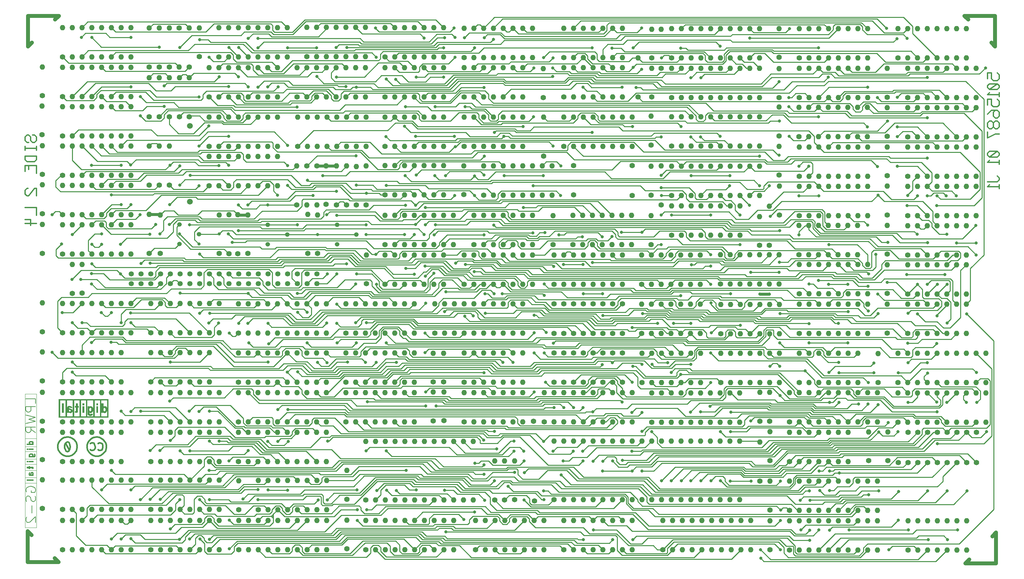
<source format=gbr>
%TF.GenerationSoftware,KiCad,Pcbnew,(5.1.12)-1*%
%TF.CreationDate,2023-01-17T10:30:05+01:00*%
%TF.ProjectId,Graphics,47726170-6869-4637-932e-6b696361645f,rev?*%
%TF.SameCoordinates,Original*%
%TF.FileFunction,Copper,L4,Bot*%
%TF.FilePolarity,Positive*%
%FSLAX46Y46*%
G04 Gerber Fmt 4.6, Leading zero omitted, Abs format (unit mm)*
G04 Created by KiCad (PCBNEW (5.1.12)-1) date 2023-01-17 10:30:05*
%MOMM*%
%LPD*%
G01*
G04 APERTURE LIST*
%ADD10C,0.150000*%
%TA.AperFunction,EtchedComponent*%
%ADD11C,0.010000*%
%TD*%
%TA.AperFunction,EtchedComponent*%
%ADD12C,0.120000*%
%TD*%
%TA.AperFunction,EtchedComponent*%
%ADD13C,0.300000*%
%TD*%
%TA.AperFunction,EtchedComponent*%
%ADD14C,1.000000*%
%TD*%
%TA.AperFunction,EtchedComponent*%
%ADD15C,0.381000*%
%TD*%
%TA.AperFunction,ComponentPad*%
%ADD16O,1.400000X1.400000*%
%TD*%
%TA.AperFunction,ComponentPad*%
%ADD17C,1.400000*%
%TD*%
%TA.AperFunction,ComponentPad*%
%ADD18C,1.500000*%
%TD*%
%TA.AperFunction,ComponentPad*%
%ADD19C,1.350000*%
%TD*%
%TA.AperFunction,ComponentPad*%
%ADD20O,1.200000X1.200000*%
%TD*%
%TA.AperFunction,ViaPad*%
%ADD21C,0.800000*%
%TD*%
%TA.AperFunction,Conductor*%
%ADD22C,0.250000*%
%TD*%
%TA.AperFunction,Conductor*%
%ADD23C,0.800000*%
%TD*%
%TA.AperFunction,Conductor*%
%ADD24C,1.000000*%
%TD*%
G04 APERTURE END LIST*
%TO.C,G\u002A\u002A\u002A*%
D10*
X23370000Y-143666190D02*
X23250952Y-143428095D01*
X23250952Y-143070952D01*
X23370000Y-142713809D01*
X23608095Y-142475714D01*
X23846190Y-142356666D01*
X24322380Y-142237619D01*
X24679523Y-142237619D01*
X25155714Y-142356666D01*
X25393809Y-142475714D01*
X25631904Y-142713809D01*
X25750952Y-143070952D01*
X25750952Y-143309047D01*
X25631904Y-143666190D01*
X25512857Y-143785238D01*
X24679523Y-143785238D01*
X24679523Y-143309047D01*
X25631904Y-144737619D02*
X25750952Y-145094761D01*
X25750952Y-145690000D01*
X25631904Y-145928095D01*
X25512857Y-146047142D01*
X25274761Y-146166190D01*
X25036666Y-146166190D01*
X24798571Y-146047142D01*
X24679523Y-145928095D01*
X24560476Y-145690000D01*
X24441428Y-145213809D01*
X24322380Y-144975714D01*
X24203333Y-144856666D01*
X23965238Y-144737619D01*
X23727142Y-144737619D01*
X23489047Y-144856666D01*
X23370000Y-144975714D01*
X23250952Y-145213809D01*
X23250952Y-145809047D01*
X23370000Y-146166190D01*
X24798571Y-147237619D02*
X24798571Y-149142380D01*
X23489047Y-150213809D02*
X23370000Y-150332857D01*
X23250952Y-150570952D01*
X23250952Y-151166190D01*
X23370000Y-151404285D01*
X23489047Y-151523333D01*
X23727142Y-151642380D01*
X23965238Y-151642380D01*
X24322380Y-151523333D01*
X25750952Y-150094761D01*
X25750952Y-151642380D01*
X25740952Y-120615238D02*
X25740952Y-119424761D01*
X23240952Y-119424761D01*
X25740952Y-121448571D02*
X23240952Y-121448571D01*
X23240952Y-122400952D01*
X23360000Y-122639047D01*
X23479047Y-122758095D01*
X23717142Y-122877142D01*
X24074285Y-122877142D01*
X24312380Y-122758095D01*
X24431428Y-122639047D01*
X24550476Y-122400952D01*
X24550476Y-121448571D01*
X23240952Y-123710476D02*
X25740952Y-124305714D01*
X23955238Y-124781904D01*
X25740952Y-125258095D01*
X23240952Y-125853333D01*
X25740952Y-128234285D02*
X24550476Y-127400952D01*
X25740952Y-126805714D02*
X23240952Y-126805714D01*
X23240952Y-127758095D01*
X23360000Y-127996190D01*
X23479047Y-128115238D01*
X23717142Y-128234285D01*
X24074285Y-128234285D01*
X24312380Y-128115238D01*
X24431428Y-127996190D01*
X24550476Y-127758095D01*
X24550476Y-126805714D01*
D11*
G36*
X25145963Y-131416377D02*
G01*
X25145963Y-131114453D01*
X25117208Y-131114453D01*
X25102040Y-131114104D01*
X25091620Y-131113197D01*
X25088453Y-131112150D01*
X25090845Y-131107254D01*
X25097117Y-131096622D01*
X25105915Y-131082549D01*
X25105986Y-131082439D01*
X25136180Y-131028585D01*
X25159038Y-130973399D01*
X25174264Y-130918096D01*
X25181564Y-130863896D01*
X25180642Y-130812015D01*
X25177257Y-130788636D01*
X25163075Y-130739122D01*
X25139895Y-130691310D01*
X25108233Y-130645719D01*
X25068602Y-130602862D01*
X25021518Y-130563258D01*
X24967494Y-130527421D01*
X24907044Y-130495868D01*
X24869613Y-130479881D01*
X24795735Y-130454652D01*
X24718823Y-130435813D01*
X24640143Y-130423353D01*
X24570868Y-130418025D01*
X24570868Y-130691116D01*
X24602830Y-130691256D01*
X24627443Y-130691816D01*
X24646940Y-130693007D01*
X24663557Y-130695040D01*
X24679526Y-130698124D01*
X24697082Y-130702471D01*
X24700264Y-130703319D01*
X24755364Y-130721377D01*
X24802030Y-130743805D01*
X24840420Y-130770725D01*
X24870691Y-130802253D01*
X24892999Y-130838510D01*
X24899934Y-130854914D01*
X24904049Y-130873877D01*
X24905394Y-130898891D01*
X24904151Y-130926890D01*
X24900505Y-130954806D01*
X24894638Y-130979571D01*
X24892042Y-130987062D01*
X24875413Y-131017395D01*
X24850463Y-131043668D01*
X24817055Y-131065978D01*
X24775051Y-131084419D01*
X24734847Y-131096533D01*
X24718753Y-131100308D01*
X24703351Y-131103083D01*
X24686718Y-131105006D01*
X24666933Y-131106226D01*
X24642074Y-131106891D01*
X24610218Y-131107149D01*
X24597227Y-131107172D01*
X24555228Y-131106841D01*
X24520524Y-131105570D01*
X24490842Y-131103031D01*
X24463910Y-131098896D01*
X24437457Y-131092837D01*
X24409212Y-131084526D01*
X24385372Y-131076579D01*
X24339621Y-131057507D01*
X24301046Y-131034532D01*
X24270069Y-131008140D01*
X24247109Y-130978817D01*
X24232589Y-130947049D01*
X24226929Y-130913323D01*
X24227710Y-130894415D01*
X24236712Y-130856628D01*
X24254556Y-130821359D01*
X24280720Y-130789077D01*
X24314684Y-130760251D01*
X24355926Y-130735350D01*
X24403924Y-130714842D01*
X24439694Y-130703769D01*
X24458242Y-130699044D01*
X24474518Y-130695656D01*
X24490778Y-130693388D01*
X24509281Y-130692022D01*
X24532283Y-130691339D01*
X24562042Y-130691123D01*
X24570868Y-130691116D01*
X24570868Y-130418025D01*
X24560955Y-130417262D01*
X24482523Y-130417530D01*
X24406110Y-130424146D01*
X24332978Y-130437100D01*
X24264391Y-130456381D01*
X24201611Y-130481980D01*
X24194661Y-130485409D01*
X24140894Y-130517361D01*
X24093785Y-130555531D01*
X24053835Y-130599333D01*
X24021545Y-130648181D01*
X23997419Y-130701489D01*
X23990107Y-130724139D01*
X23985502Y-130741751D01*
X23982377Y-130758500D01*
X23980475Y-130776948D01*
X23979538Y-130799657D01*
X23979309Y-130829191D01*
X23979314Y-130831698D01*
X23980692Y-130877256D01*
X23985116Y-130916841D01*
X23993335Y-130953054D01*
X24006096Y-130988497D01*
X24024148Y-131025769D01*
X24046106Y-131063969D01*
X24076673Y-131114379D01*
X23494963Y-131116849D01*
X23493696Y-131266613D01*
X23492430Y-131416377D01*
X25145963Y-131416377D01*
G37*
X25145963Y-131416377D02*
X25145963Y-131114453D01*
X25117208Y-131114453D01*
X25102040Y-131114104D01*
X25091620Y-131113197D01*
X25088453Y-131112150D01*
X25090845Y-131107254D01*
X25097117Y-131096622D01*
X25105915Y-131082549D01*
X25105986Y-131082439D01*
X25136180Y-131028585D01*
X25159038Y-130973399D01*
X25174264Y-130918096D01*
X25181564Y-130863896D01*
X25180642Y-130812015D01*
X25177257Y-130788636D01*
X25163075Y-130739122D01*
X25139895Y-130691310D01*
X25108233Y-130645719D01*
X25068602Y-130602862D01*
X25021518Y-130563258D01*
X24967494Y-130527421D01*
X24907044Y-130495868D01*
X24869613Y-130479881D01*
X24795735Y-130454652D01*
X24718823Y-130435813D01*
X24640143Y-130423353D01*
X24570868Y-130418025D01*
X24570868Y-130691116D01*
X24602830Y-130691256D01*
X24627443Y-130691816D01*
X24646940Y-130693007D01*
X24663557Y-130695040D01*
X24679526Y-130698124D01*
X24697082Y-130702471D01*
X24700264Y-130703319D01*
X24755364Y-130721377D01*
X24802030Y-130743805D01*
X24840420Y-130770725D01*
X24870691Y-130802253D01*
X24892999Y-130838510D01*
X24899934Y-130854914D01*
X24904049Y-130873877D01*
X24905394Y-130898891D01*
X24904151Y-130926890D01*
X24900505Y-130954806D01*
X24894638Y-130979571D01*
X24892042Y-130987062D01*
X24875413Y-131017395D01*
X24850463Y-131043668D01*
X24817055Y-131065978D01*
X24775051Y-131084419D01*
X24734847Y-131096533D01*
X24718753Y-131100308D01*
X24703351Y-131103083D01*
X24686718Y-131105006D01*
X24666933Y-131106226D01*
X24642074Y-131106891D01*
X24610218Y-131107149D01*
X24597227Y-131107172D01*
X24555228Y-131106841D01*
X24520524Y-131105570D01*
X24490842Y-131103031D01*
X24463910Y-131098896D01*
X24437457Y-131092837D01*
X24409212Y-131084526D01*
X24385372Y-131076579D01*
X24339621Y-131057507D01*
X24301046Y-131034532D01*
X24270069Y-131008140D01*
X24247109Y-130978817D01*
X24232589Y-130947049D01*
X24226929Y-130913323D01*
X24227710Y-130894415D01*
X24236712Y-130856628D01*
X24254556Y-130821359D01*
X24280720Y-130789077D01*
X24314684Y-130760251D01*
X24355926Y-130735350D01*
X24403924Y-130714842D01*
X24439694Y-130703769D01*
X24458242Y-130699044D01*
X24474518Y-130695656D01*
X24490778Y-130693388D01*
X24509281Y-130692022D01*
X24532283Y-130691339D01*
X24562042Y-130691123D01*
X24570868Y-130691116D01*
X24570868Y-130418025D01*
X24560955Y-130417262D01*
X24482523Y-130417530D01*
X24406110Y-130424146D01*
X24332978Y-130437100D01*
X24264391Y-130456381D01*
X24201611Y-130481980D01*
X24194661Y-130485409D01*
X24140894Y-130517361D01*
X24093785Y-130555531D01*
X24053835Y-130599333D01*
X24021545Y-130648181D01*
X23997419Y-130701489D01*
X23990107Y-130724139D01*
X23985502Y-130741751D01*
X23982377Y-130758500D01*
X23980475Y-130776948D01*
X23979538Y-130799657D01*
X23979309Y-130829191D01*
X23979314Y-130831698D01*
X23980692Y-130877256D01*
X23985116Y-130916841D01*
X23993335Y-130953054D01*
X24006096Y-130988497D01*
X24024148Y-131025769D01*
X24046106Y-131063969D01*
X24076673Y-131114379D01*
X23494963Y-131116849D01*
X23493696Y-131266613D01*
X23492430Y-131416377D01*
X25145963Y-131416377D01*
G36*
X23996900Y-132543802D02*
G01*
X23998170Y-132683981D01*
X25143566Y-132683981D01*
X25144837Y-132543802D01*
X25146107Y-132403623D01*
X23995629Y-132403623D01*
X23996900Y-132543802D01*
G37*
X23996900Y-132543802D02*
X23998170Y-132683981D01*
X25143566Y-132683981D01*
X25144837Y-132543802D01*
X25146107Y-132403623D01*
X23995629Y-132403623D01*
X23996900Y-132543802D01*
G36*
X23493692Y-132543802D02*
G01*
X23494963Y-132683981D01*
X23756151Y-132686531D01*
X23756151Y-132403623D01*
X23492422Y-132403623D01*
X23493692Y-132543802D01*
G37*
X23493692Y-132543802D02*
X23494963Y-132683981D01*
X23756151Y-132686531D01*
X23756151Y-132403623D01*
X23492422Y-132403623D01*
X23493692Y-132543802D01*
G36*
X23981591Y-134121080D02*
G01*
X23986488Y-134155106D01*
X23995370Y-134189365D01*
X24008766Y-134225371D01*
X24027202Y-134264637D01*
X24051206Y-134308678D01*
X24067391Y-134336179D01*
X24078192Y-134354151D01*
X23995774Y-134354151D01*
X23995774Y-134611663D01*
X24629576Y-134614060D01*
X24723825Y-134614413D01*
X24809008Y-134614714D01*
X24885642Y-134614948D01*
X24954244Y-134615102D01*
X25015333Y-134615162D01*
X25069427Y-134615112D01*
X25117042Y-134614939D01*
X25158698Y-134614630D01*
X25194912Y-134614169D01*
X25226202Y-134613543D01*
X25253085Y-134612737D01*
X25276080Y-134611737D01*
X25295705Y-134610530D01*
X25312476Y-134609101D01*
X25326913Y-134607435D01*
X25339533Y-134605520D01*
X25350853Y-134603340D01*
X25361393Y-134600881D01*
X25371669Y-134598130D01*
X25382199Y-134595072D01*
X25387981Y-134593345D01*
X25443290Y-134571933D01*
X25493779Y-134542514D01*
X25539119Y-134505552D01*
X25578978Y-134461508D01*
X25613028Y-134410845D01*
X25640936Y-134354025D01*
X25662374Y-134291510D01*
X25677011Y-134223763D01*
X25682349Y-134181254D01*
X25684352Y-134158475D01*
X25685866Y-134138514D01*
X25686728Y-134123720D01*
X25686823Y-134116925D01*
X25686060Y-134107615D01*
X25684654Y-134091956D01*
X25682893Y-134073140D01*
X25682675Y-134070857D01*
X25672451Y-134004188D01*
X25655192Y-133941892D01*
X25631296Y-133884613D01*
X25601157Y-133832993D01*
X25565173Y-133787675D01*
X25523738Y-133749302D01*
X25477250Y-133718517D01*
X25460161Y-133709796D01*
X25437727Y-133699208D01*
X25422355Y-133692766D01*
X25412338Y-133690742D01*
X25405970Y-133693409D01*
X25401545Y-133701039D01*
X25397358Y-133713904D01*
X25395507Y-133720113D01*
X25391068Y-133734764D01*
X25384411Y-133756590D01*
X25376141Y-133783607D01*
X25366868Y-133813830D01*
X25357198Y-133845277D01*
X25355572Y-133850556D01*
X25325431Y-133948415D01*
X25366746Y-133989538D01*
X25394498Y-134019395D01*
X25414584Y-134046581D01*
X25427907Y-134072727D01*
X25435367Y-134099462D01*
X25437468Y-134117447D01*
X25435636Y-134152928D01*
X25425108Y-134186108D01*
X25407042Y-134216290D01*
X25380847Y-134245146D01*
X25346760Y-134272016D01*
X25306399Y-134296127D01*
X25261379Y-134316705D01*
X25213318Y-134332978D01*
X25163832Y-134344172D01*
X25130778Y-134348436D01*
X25112018Y-134349884D01*
X25097522Y-134350625D01*
X25089432Y-134350568D01*
X25088453Y-134350247D01*
X25090638Y-134345497D01*
X25096475Y-134334424D01*
X25104892Y-134319044D01*
X25108980Y-134311710D01*
X25126041Y-134279930D01*
X25138628Y-134252868D01*
X25147927Y-134227508D01*
X25155125Y-134200834D01*
X25158218Y-134186498D01*
X25164384Y-134133435D01*
X25162421Y-134077831D01*
X25152743Y-134021490D01*
X25135764Y-133966219D01*
X25111898Y-133913820D01*
X25086169Y-133872417D01*
X25044921Y-133822670D01*
X24996743Y-133778554D01*
X24942545Y-133740185D01*
X24883236Y-133707680D01*
X24819726Y-133681155D01*
X24752927Y-133660728D01*
X24683747Y-133646515D01*
X24613096Y-133638632D01*
X24593386Y-133638235D01*
X24593386Y-133921854D01*
X24658477Y-133927673D01*
X24719212Y-133940796D01*
X24774558Y-133961054D01*
X24784390Y-133965700D01*
X24826075Y-133990250D01*
X24859030Y-134018573D01*
X24883186Y-134050525D01*
X24898475Y-134085959D01*
X24904828Y-134124731D01*
X24902177Y-134166695D01*
X24894480Y-134199383D01*
X24886697Y-134218738D01*
X24875939Y-134238278D01*
X24871361Y-134244911D01*
X24845507Y-134271588D01*
X24812139Y-134294194D01*
X24772443Y-134312687D01*
X24727603Y-134327020D01*
X24678804Y-134337149D01*
X24627233Y-134343029D01*
X24574073Y-134344615D01*
X24520509Y-134341863D01*
X24467728Y-134334728D01*
X24416914Y-134323164D01*
X24369252Y-134307128D01*
X24325928Y-134286573D01*
X24294998Y-134266707D01*
X24264336Y-134239192D01*
X24242786Y-134208796D01*
X24230419Y-134175821D01*
X24227307Y-134140569D01*
X24233519Y-134103342D01*
X24247982Y-134066702D01*
X24270451Y-134032295D01*
X24301096Y-134001860D01*
X24339214Y-133975760D01*
X24384103Y-133954359D01*
X24435058Y-133938021D01*
X24491376Y-133927108D01*
X24524971Y-133923505D01*
X24593386Y-133921854D01*
X24593386Y-133638235D01*
X24541886Y-133637197D01*
X24471024Y-133642327D01*
X24401423Y-133654137D01*
X24333991Y-133672745D01*
X24269638Y-133698267D01*
X24209275Y-133730820D01*
X24173269Y-133755314D01*
X24121028Y-133798748D01*
X24076474Y-133845469D01*
X24039946Y-133894898D01*
X24011784Y-133946451D01*
X23992328Y-133999550D01*
X23981916Y-134053614D01*
X23980153Y-134085774D01*
X23981591Y-134121080D01*
G37*
X23981591Y-134121080D02*
X23986488Y-134155106D01*
X23995370Y-134189365D01*
X24008766Y-134225371D01*
X24027202Y-134264637D01*
X24051206Y-134308678D01*
X24067391Y-134336179D01*
X24078192Y-134354151D01*
X23995774Y-134354151D01*
X23995774Y-134611663D01*
X24629576Y-134614060D01*
X24723825Y-134614413D01*
X24809008Y-134614714D01*
X24885642Y-134614948D01*
X24954244Y-134615102D01*
X25015333Y-134615162D01*
X25069427Y-134615112D01*
X25117042Y-134614939D01*
X25158698Y-134614630D01*
X25194912Y-134614169D01*
X25226202Y-134613543D01*
X25253085Y-134612737D01*
X25276080Y-134611737D01*
X25295705Y-134610530D01*
X25312476Y-134609101D01*
X25326913Y-134607435D01*
X25339533Y-134605520D01*
X25350853Y-134603340D01*
X25361393Y-134600881D01*
X25371669Y-134598130D01*
X25382199Y-134595072D01*
X25387981Y-134593345D01*
X25443290Y-134571933D01*
X25493779Y-134542514D01*
X25539119Y-134505552D01*
X25578978Y-134461508D01*
X25613028Y-134410845D01*
X25640936Y-134354025D01*
X25662374Y-134291510D01*
X25677011Y-134223763D01*
X25682349Y-134181254D01*
X25684352Y-134158475D01*
X25685866Y-134138514D01*
X25686728Y-134123720D01*
X25686823Y-134116925D01*
X25686060Y-134107615D01*
X25684654Y-134091956D01*
X25682893Y-134073140D01*
X25682675Y-134070857D01*
X25672451Y-134004188D01*
X25655192Y-133941892D01*
X25631296Y-133884613D01*
X25601157Y-133832993D01*
X25565173Y-133787675D01*
X25523738Y-133749302D01*
X25477250Y-133718517D01*
X25460161Y-133709796D01*
X25437727Y-133699208D01*
X25422355Y-133692766D01*
X25412338Y-133690742D01*
X25405970Y-133693409D01*
X25401545Y-133701039D01*
X25397358Y-133713904D01*
X25395507Y-133720113D01*
X25391068Y-133734764D01*
X25384411Y-133756590D01*
X25376141Y-133783607D01*
X25366868Y-133813830D01*
X25357198Y-133845277D01*
X25355572Y-133850556D01*
X25325431Y-133948415D01*
X25366746Y-133989538D01*
X25394498Y-134019395D01*
X25414584Y-134046581D01*
X25427907Y-134072727D01*
X25435367Y-134099462D01*
X25437468Y-134117447D01*
X25435636Y-134152928D01*
X25425108Y-134186108D01*
X25407042Y-134216290D01*
X25380847Y-134245146D01*
X25346760Y-134272016D01*
X25306399Y-134296127D01*
X25261379Y-134316705D01*
X25213318Y-134332978D01*
X25163832Y-134344172D01*
X25130778Y-134348436D01*
X25112018Y-134349884D01*
X25097522Y-134350625D01*
X25089432Y-134350568D01*
X25088453Y-134350247D01*
X25090638Y-134345497D01*
X25096475Y-134334424D01*
X25104892Y-134319044D01*
X25108980Y-134311710D01*
X25126041Y-134279930D01*
X25138628Y-134252868D01*
X25147927Y-134227508D01*
X25155125Y-134200834D01*
X25158218Y-134186498D01*
X25164384Y-134133435D01*
X25162421Y-134077831D01*
X25152743Y-134021490D01*
X25135764Y-133966219D01*
X25111898Y-133913820D01*
X25086169Y-133872417D01*
X25044921Y-133822670D01*
X24996743Y-133778554D01*
X24942545Y-133740185D01*
X24883236Y-133707680D01*
X24819726Y-133681155D01*
X24752927Y-133660728D01*
X24683747Y-133646515D01*
X24613096Y-133638632D01*
X24593386Y-133638235D01*
X24593386Y-133921854D01*
X24658477Y-133927673D01*
X24719212Y-133940796D01*
X24774558Y-133961054D01*
X24784390Y-133965700D01*
X24826075Y-133990250D01*
X24859030Y-134018573D01*
X24883186Y-134050525D01*
X24898475Y-134085959D01*
X24904828Y-134124731D01*
X24902177Y-134166695D01*
X24894480Y-134199383D01*
X24886697Y-134218738D01*
X24875939Y-134238278D01*
X24871361Y-134244911D01*
X24845507Y-134271588D01*
X24812139Y-134294194D01*
X24772443Y-134312687D01*
X24727603Y-134327020D01*
X24678804Y-134337149D01*
X24627233Y-134343029D01*
X24574073Y-134344615D01*
X24520509Y-134341863D01*
X24467728Y-134334728D01*
X24416914Y-134323164D01*
X24369252Y-134307128D01*
X24325928Y-134286573D01*
X24294998Y-134266707D01*
X24264336Y-134239192D01*
X24242786Y-134208796D01*
X24230419Y-134175821D01*
X24227307Y-134140569D01*
X24233519Y-134103342D01*
X24247982Y-134066702D01*
X24270451Y-134032295D01*
X24301096Y-134001860D01*
X24339214Y-133975760D01*
X24384103Y-133954359D01*
X24435058Y-133938021D01*
X24491376Y-133927108D01*
X24524971Y-133923505D01*
X24593386Y-133921854D01*
X24593386Y-133638235D01*
X24541886Y-133637197D01*
X24471024Y-133642327D01*
X24401423Y-133654137D01*
X24333991Y-133672745D01*
X24269638Y-133698267D01*
X24209275Y-133730820D01*
X24173269Y-133755314D01*
X24121028Y-133798748D01*
X24076474Y-133845469D01*
X24039946Y-133894898D01*
X24011784Y-133946451D01*
X23992328Y-133999550D01*
X23981916Y-134053614D01*
X23980153Y-134085774D01*
X23981591Y-134121080D01*
G36*
X25145963Y-135902113D02*
G01*
X25145963Y-135600189D01*
X23995774Y-135600189D01*
X23995774Y-135902113D01*
X25145963Y-135902113D01*
G37*
X25145963Y-135902113D02*
X25145963Y-135600189D01*
X23995774Y-135600189D01*
X23995774Y-135902113D01*
X25145963Y-135902113D01*
G36*
X23493696Y-135749953D02*
G01*
X23494963Y-135899717D01*
X23756151Y-135902267D01*
X23756151Y-135600189D01*
X23492430Y-135600189D01*
X23493696Y-135749953D01*
G37*
X23493696Y-135749953D02*
X23494963Y-135899717D01*
X23756151Y-135902267D01*
X23756151Y-135600189D01*
X23492430Y-135600189D01*
X23493696Y-135749953D01*
G36*
X23735783Y-137448922D02*
G01*
X23976604Y-137450164D01*
X23976604Y-137651359D01*
X24177887Y-137651359D01*
X24177887Y-137450076D01*
X24920717Y-137450076D01*
X24920576Y-137463255D01*
X24920035Y-137472193D01*
X24918620Y-137488838D01*
X24916502Y-137511368D01*
X24913851Y-137537962D01*
X24911286Y-137562593D01*
X24908422Y-137590148D01*
X24906043Y-137614173D01*
X24904291Y-137633144D01*
X24903308Y-137645537D01*
X24903207Y-137649823D01*
X24908103Y-137650455D01*
X24920910Y-137651498D01*
X24939968Y-137652831D01*
X24963619Y-137654337D01*
X24978394Y-137655220D01*
X25052510Y-137659545D01*
X25068195Y-137642272D01*
X25082324Y-137623338D01*
X25097099Y-137597755D01*
X25111153Y-137568247D01*
X25123119Y-137537536D01*
X25127366Y-137524359D01*
X25131636Y-137504778D01*
X25135164Y-137478506D01*
X25137827Y-137448119D01*
X25139500Y-137416194D01*
X25140062Y-137385308D01*
X25139388Y-137358037D01*
X25137354Y-137336957D01*
X25136555Y-137332660D01*
X25124612Y-137291839D01*
X25107671Y-137255169D01*
X25086687Y-137224292D01*
X25062616Y-137200844D01*
X25057705Y-137197318D01*
X25050161Y-137192174D01*
X25043247Y-137187653D01*
X25036325Y-137183716D01*
X25028754Y-137180323D01*
X25019896Y-137177432D01*
X25009111Y-137175005D01*
X24995761Y-137173000D01*
X24979206Y-137171377D01*
X24958807Y-137170096D01*
X24933924Y-137169117D01*
X24903919Y-137168399D01*
X24868153Y-137167902D01*
X24825985Y-137167586D01*
X24776778Y-137167410D01*
X24719892Y-137167334D01*
X24654687Y-137167317D01*
X24581979Y-137167321D01*
X24177887Y-137167321D01*
X24177887Y-137004183D01*
X24078444Y-137005478D01*
X23979000Y-137006774D01*
X23977686Y-137087003D01*
X23976373Y-137167232D01*
X23735668Y-137168475D01*
X23494963Y-137169717D01*
X23494963Y-137447679D01*
X23735783Y-137448922D01*
G37*
X23735783Y-137448922D02*
X23976604Y-137450164D01*
X23976604Y-137651359D01*
X24177887Y-137651359D01*
X24177887Y-137450076D01*
X24920717Y-137450076D01*
X24920576Y-137463255D01*
X24920035Y-137472193D01*
X24918620Y-137488838D01*
X24916502Y-137511368D01*
X24913851Y-137537962D01*
X24911286Y-137562593D01*
X24908422Y-137590148D01*
X24906043Y-137614173D01*
X24904291Y-137633144D01*
X24903308Y-137645537D01*
X24903207Y-137649823D01*
X24908103Y-137650455D01*
X24920910Y-137651498D01*
X24939968Y-137652831D01*
X24963619Y-137654337D01*
X24978394Y-137655220D01*
X25052510Y-137659545D01*
X25068195Y-137642272D01*
X25082324Y-137623338D01*
X25097099Y-137597755D01*
X25111153Y-137568247D01*
X25123119Y-137537536D01*
X25127366Y-137524359D01*
X25131636Y-137504778D01*
X25135164Y-137478506D01*
X25137827Y-137448119D01*
X25139500Y-137416194D01*
X25140062Y-137385308D01*
X25139388Y-137358037D01*
X25137354Y-137336957D01*
X25136555Y-137332660D01*
X25124612Y-137291839D01*
X25107671Y-137255169D01*
X25086687Y-137224292D01*
X25062616Y-137200844D01*
X25057705Y-137197318D01*
X25050161Y-137192174D01*
X25043247Y-137187653D01*
X25036325Y-137183716D01*
X25028754Y-137180323D01*
X25019896Y-137177432D01*
X25009111Y-137175005D01*
X24995761Y-137173000D01*
X24979206Y-137171377D01*
X24958807Y-137170096D01*
X24933924Y-137169117D01*
X24903919Y-137168399D01*
X24868153Y-137167902D01*
X24825985Y-137167586D01*
X24776778Y-137167410D01*
X24719892Y-137167334D01*
X24654687Y-137167317D01*
X24581979Y-137167321D01*
X24177887Y-137167321D01*
X24177887Y-137004183D01*
X24078444Y-137005478D01*
X23979000Y-137006774D01*
X23977686Y-137087003D01*
X23976373Y-137167232D01*
X23735668Y-137168475D01*
X23494963Y-137169717D01*
X23494963Y-137447679D01*
X23735783Y-137448922D01*
G36*
X23929036Y-139089581D02*
G01*
X23934192Y-139129444D01*
X23943586Y-139166115D01*
X23957847Y-139202555D01*
X23964249Y-139216094D01*
X23992999Y-139264115D01*
X24028777Y-139306219D01*
X24070680Y-139341662D01*
X24117806Y-139369699D01*
X24169253Y-139389586D01*
X24177077Y-139391764D01*
X24184511Y-139393641D01*
X24192130Y-139395265D01*
X24200666Y-139396659D01*
X24210848Y-139397843D01*
X24223409Y-139398839D01*
X24239079Y-139399670D01*
X24258589Y-139400355D01*
X24282670Y-139400918D01*
X24312053Y-139401378D01*
X24347469Y-139401759D01*
X24389649Y-139402081D01*
X24439324Y-139402366D01*
X24497225Y-139402636D01*
X24554095Y-139402872D01*
X24630277Y-139403237D01*
X24697914Y-139403702D01*
X24758042Y-139404295D01*
X24811700Y-139405045D01*
X24859926Y-139405979D01*
X24903760Y-139407126D01*
X24944238Y-139408514D01*
X24982399Y-139410171D01*
X25019282Y-139412126D01*
X25055924Y-139414407D01*
X25093364Y-139417042D01*
X25104029Y-139417839D01*
X25145963Y-139421010D01*
X25145963Y-139279014D01*
X25145924Y-139243235D01*
X25145814Y-139210770D01*
X25145643Y-139182795D01*
X25145422Y-139160488D01*
X25145159Y-139145029D01*
X25144865Y-139137593D01*
X25144764Y-139137101D01*
X25139902Y-139138255D01*
X25128102Y-139141239D01*
X25111700Y-139145459D01*
X25107806Y-139146469D01*
X25090731Y-139150717D01*
X25077739Y-139153596D01*
X25071162Y-139154600D01*
X25070810Y-139154520D01*
X25072384Y-139150038D01*
X25077556Y-139138583D01*
X25085586Y-139121728D01*
X25095733Y-139101048D01*
X25099430Y-139093633D01*
X25119597Y-139050083D01*
X25137666Y-139004762D01*
X25152554Y-138960656D01*
X25163182Y-138920749D01*
X25164749Y-138913292D01*
X25167586Y-138894372D01*
X25169939Y-138870091D01*
X25171649Y-138843514D01*
X25172556Y-138817707D01*
X25172500Y-138795735D01*
X25171578Y-138782377D01*
X25159459Y-138724500D01*
X25139345Y-138671523D01*
X25111660Y-138623936D01*
X25076829Y-138582232D01*
X25035277Y-138546900D01*
X24987427Y-138518432D01*
X24933706Y-138497319D01*
X24922091Y-138493967D01*
X24887705Y-138487285D01*
X24847704Y-138483792D01*
X24805510Y-138483486D01*
X24764548Y-138486366D01*
X24756986Y-138487629D01*
X24756986Y-138741696D01*
X24788318Y-138741935D01*
X24820140Y-138751150D01*
X24851845Y-138769525D01*
X24878198Y-138792436D01*
X24905249Y-138825660D01*
X24925353Y-138862673D01*
X24938166Y-138901923D01*
X24943346Y-138941861D01*
X24940547Y-138980934D01*
X24929427Y-139017591D01*
X24928538Y-139019569D01*
X24908641Y-139052368D01*
X24881395Y-139081829D01*
X24848887Y-139106292D01*
X24813206Y-139124098D01*
X24787491Y-139131706D01*
X24768421Y-139134332D01*
X24742373Y-139136053D01*
X24711809Y-139136890D01*
X24679190Y-139136870D01*
X24646978Y-139136016D01*
X24617634Y-139134352D01*
X24593620Y-139131903D01*
X24581061Y-139129677D01*
X24564786Y-139125629D01*
X24552311Y-139122134D01*
X24546650Y-139120087D01*
X24546574Y-139114903D01*
X24549987Y-139103483D01*
X24556165Y-139088197D01*
X24556854Y-139086664D01*
X24563170Y-139071023D01*
X24571185Y-139048634D01*
X24580054Y-139021987D01*
X24588934Y-138993577D01*
X24592934Y-138980108D01*
X24601581Y-138951207D01*
X24610610Y-138922353D01*
X24619158Y-138896211D01*
X24626366Y-138875449D01*
X24628916Y-138868642D01*
X24648694Y-138826786D01*
X24671997Y-138792978D01*
X24698218Y-138767403D01*
X24726750Y-138750248D01*
X24756986Y-138741696D01*
X24756986Y-138487629D01*
X24728240Y-138492431D01*
X24721830Y-138494028D01*
X24685352Y-138506057D01*
X24647753Y-138522513D01*
X24612028Y-138541847D01*
X24581172Y-138562512D01*
X24567260Y-138573975D01*
X24553584Y-138587358D01*
X24541408Y-138601831D01*
X24530163Y-138618556D01*
X24519282Y-138638695D01*
X24508196Y-138663413D01*
X24496336Y-138693871D01*
X24483136Y-138731233D01*
X24468025Y-138776660D01*
X24467651Y-138777810D01*
X24448604Y-138835730D01*
X24431873Y-138885303D01*
X24417094Y-138927386D01*
X24403902Y-138962833D01*
X24391933Y-138992501D01*
X24380823Y-139017246D01*
X24370209Y-139037924D01*
X24359725Y-139055390D01*
X24349008Y-139070500D01*
X24337694Y-139084111D01*
X24337038Y-139084843D01*
X24318328Y-139103627D01*
X24301481Y-139115280D01*
X24283910Y-139121161D01*
X24265155Y-139122642D01*
X24241564Y-139119132D01*
X24216011Y-139109754D01*
X24192030Y-139096234D01*
X24173154Y-139080301D01*
X24169433Y-139075865D01*
X24162952Y-139066476D01*
X24159039Y-139057361D01*
X24157058Y-139045696D01*
X24156375Y-139028653D01*
X24156321Y-139017565D01*
X24156698Y-138996327D01*
X24158436Y-138980420D01*
X24162442Y-138965885D01*
X24169625Y-138948763D01*
X24174478Y-138938444D01*
X24184184Y-138919189D01*
X24197192Y-138894872D01*
X24211800Y-138868608D01*
X24226307Y-138843511D01*
X24226310Y-138843507D01*
X24239402Y-138820808D01*
X24251223Y-138799263D01*
X24260594Y-138781091D01*
X24266339Y-138768508D01*
X24266861Y-138767111D01*
X24273057Y-138735897D01*
X24271507Y-138699941D01*
X24266324Y-138674356D01*
X24261439Y-138657286D01*
X24254828Y-138636579D01*
X24247159Y-138614056D01*
X24239100Y-138591538D01*
X24231319Y-138570848D01*
X24224484Y-138553808D01*
X24219262Y-138542239D01*
X24216322Y-138537962D01*
X24216319Y-138537962D01*
X24207690Y-138541077D01*
X24193735Y-138549606D01*
X24176039Y-138562322D01*
X24156192Y-138578002D01*
X24135778Y-138595419D01*
X24116386Y-138613349D01*
X24108397Y-138621277D01*
X24059762Y-138676973D01*
X24017974Y-138737587D01*
X23983510Y-138801998D01*
X23956851Y-138869087D01*
X23938475Y-138937736D01*
X23928863Y-139006825D01*
X23927486Y-139043566D01*
X23929036Y-139089581D01*
G37*
X23929036Y-139089581D02*
X23934192Y-139129444D01*
X23943586Y-139166115D01*
X23957847Y-139202555D01*
X23964249Y-139216094D01*
X23992999Y-139264115D01*
X24028777Y-139306219D01*
X24070680Y-139341662D01*
X24117806Y-139369699D01*
X24169253Y-139389586D01*
X24177077Y-139391764D01*
X24184511Y-139393641D01*
X24192130Y-139395265D01*
X24200666Y-139396659D01*
X24210848Y-139397843D01*
X24223409Y-139398839D01*
X24239079Y-139399670D01*
X24258589Y-139400355D01*
X24282670Y-139400918D01*
X24312053Y-139401378D01*
X24347469Y-139401759D01*
X24389649Y-139402081D01*
X24439324Y-139402366D01*
X24497225Y-139402636D01*
X24554095Y-139402872D01*
X24630277Y-139403237D01*
X24697914Y-139403702D01*
X24758042Y-139404295D01*
X24811700Y-139405045D01*
X24859926Y-139405979D01*
X24903760Y-139407126D01*
X24944238Y-139408514D01*
X24982399Y-139410171D01*
X25019282Y-139412126D01*
X25055924Y-139414407D01*
X25093364Y-139417042D01*
X25104029Y-139417839D01*
X25145963Y-139421010D01*
X25145963Y-139279014D01*
X25145924Y-139243235D01*
X25145814Y-139210770D01*
X25145643Y-139182795D01*
X25145422Y-139160488D01*
X25145159Y-139145029D01*
X25144865Y-139137593D01*
X25144764Y-139137101D01*
X25139902Y-139138255D01*
X25128102Y-139141239D01*
X25111700Y-139145459D01*
X25107806Y-139146469D01*
X25090731Y-139150717D01*
X25077739Y-139153596D01*
X25071162Y-139154600D01*
X25070810Y-139154520D01*
X25072384Y-139150038D01*
X25077556Y-139138583D01*
X25085586Y-139121728D01*
X25095733Y-139101048D01*
X25099430Y-139093633D01*
X25119597Y-139050083D01*
X25137666Y-139004762D01*
X25152554Y-138960656D01*
X25163182Y-138920749D01*
X25164749Y-138913292D01*
X25167586Y-138894372D01*
X25169939Y-138870091D01*
X25171649Y-138843514D01*
X25172556Y-138817707D01*
X25172500Y-138795735D01*
X25171578Y-138782377D01*
X25159459Y-138724500D01*
X25139345Y-138671523D01*
X25111660Y-138623936D01*
X25076829Y-138582232D01*
X25035277Y-138546900D01*
X24987427Y-138518432D01*
X24933706Y-138497319D01*
X24922091Y-138493967D01*
X24887705Y-138487285D01*
X24847704Y-138483792D01*
X24805510Y-138483486D01*
X24764548Y-138486366D01*
X24756986Y-138487629D01*
X24756986Y-138741696D01*
X24788318Y-138741935D01*
X24820140Y-138751150D01*
X24851845Y-138769525D01*
X24878198Y-138792436D01*
X24905249Y-138825660D01*
X24925353Y-138862673D01*
X24938166Y-138901923D01*
X24943346Y-138941861D01*
X24940547Y-138980934D01*
X24929427Y-139017591D01*
X24928538Y-139019569D01*
X24908641Y-139052368D01*
X24881395Y-139081829D01*
X24848887Y-139106292D01*
X24813206Y-139124098D01*
X24787491Y-139131706D01*
X24768421Y-139134332D01*
X24742373Y-139136053D01*
X24711809Y-139136890D01*
X24679190Y-139136870D01*
X24646978Y-139136016D01*
X24617634Y-139134352D01*
X24593620Y-139131903D01*
X24581061Y-139129677D01*
X24564786Y-139125629D01*
X24552311Y-139122134D01*
X24546650Y-139120087D01*
X24546574Y-139114903D01*
X24549987Y-139103483D01*
X24556165Y-139088197D01*
X24556854Y-139086664D01*
X24563170Y-139071023D01*
X24571185Y-139048634D01*
X24580054Y-139021987D01*
X24588934Y-138993577D01*
X24592934Y-138980108D01*
X24601581Y-138951207D01*
X24610610Y-138922353D01*
X24619158Y-138896211D01*
X24626366Y-138875449D01*
X24628916Y-138868642D01*
X24648694Y-138826786D01*
X24671997Y-138792978D01*
X24698218Y-138767403D01*
X24726750Y-138750248D01*
X24756986Y-138741696D01*
X24756986Y-138487629D01*
X24728240Y-138492431D01*
X24721830Y-138494028D01*
X24685352Y-138506057D01*
X24647753Y-138522513D01*
X24612028Y-138541847D01*
X24581172Y-138562512D01*
X24567260Y-138573975D01*
X24553584Y-138587358D01*
X24541408Y-138601831D01*
X24530163Y-138618556D01*
X24519282Y-138638695D01*
X24508196Y-138663413D01*
X24496336Y-138693871D01*
X24483136Y-138731233D01*
X24468025Y-138776660D01*
X24467651Y-138777810D01*
X24448604Y-138835730D01*
X24431873Y-138885303D01*
X24417094Y-138927386D01*
X24403902Y-138962833D01*
X24391933Y-138992501D01*
X24380823Y-139017246D01*
X24370209Y-139037924D01*
X24359725Y-139055390D01*
X24349008Y-139070500D01*
X24337694Y-139084111D01*
X24337038Y-139084843D01*
X24318328Y-139103627D01*
X24301481Y-139115280D01*
X24283910Y-139121161D01*
X24265155Y-139122642D01*
X24241564Y-139119132D01*
X24216011Y-139109754D01*
X24192030Y-139096234D01*
X24173154Y-139080301D01*
X24169433Y-139075865D01*
X24162952Y-139066476D01*
X24159039Y-139057361D01*
X24157058Y-139045696D01*
X24156375Y-139028653D01*
X24156321Y-139017565D01*
X24156698Y-138996327D01*
X24158436Y-138980420D01*
X24162442Y-138965885D01*
X24169625Y-138948763D01*
X24174478Y-138938444D01*
X24184184Y-138919189D01*
X24197192Y-138894872D01*
X24211800Y-138868608D01*
X24226307Y-138843511D01*
X24226310Y-138843507D01*
X24239402Y-138820808D01*
X24251223Y-138799263D01*
X24260594Y-138781091D01*
X24266339Y-138768508D01*
X24266861Y-138767111D01*
X24273057Y-138735897D01*
X24271507Y-138699941D01*
X24266324Y-138674356D01*
X24261439Y-138657286D01*
X24254828Y-138636579D01*
X24247159Y-138614056D01*
X24239100Y-138591538D01*
X24231319Y-138570848D01*
X24224484Y-138553808D01*
X24219262Y-138542239D01*
X24216322Y-138537962D01*
X24216319Y-138537962D01*
X24207690Y-138541077D01*
X24193735Y-138549606D01*
X24176039Y-138562322D01*
X24156192Y-138578002D01*
X24135778Y-138595419D01*
X24116386Y-138613349D01*
X24108397Y-138621277D01*
X24059762Y-138676973D01*
X24017974Y-138737587D01*
X23983510Y-138801998D01*
X23956851Y-138869087D01*
X23938475Y-138937736D01*
X23928863Y-139006825D01*
X23927486Y-139043566D01*
X23929036Y-139089581D01*
G36*
X23493692Y-140566368D02*
G01*
X23494963Y-140706547D01*
X25145963Y-140708971D01*
X25145963Y-140426189D01*
X23492422Y-140426189D01*
X23493692Y-140566368D01*
G37*
X23493692Y-140566368D02*
X23494963Y-140706547D01*
X25145963Y-140708971D01*
X25145963Y-140426189D01*
X23492422Y-140426189D01*
X23493692Y-140566368D01*
D12*
X23000000Y-129750000D02*
X23000000Y-141360000D01*
X26000000Y-141360000D02*
X26000000Y-129750000D01*
X26000000Y-129750000D02*
X23000000Y-129750000D01*
X26000000Y-141360000D02*
X23000000Y-141360000D01*
X26000000Y-139900000D02*
X23000000Y-139900000D01*
X26000000Y-138100000D02*
X23000000Y-138100000D01*
X26000000Y-136500000D02*
X23000000Y-136500000D01*
X26000000Y-135100000D02*
X23000000Y-135100000D01*
X26000000Y-133200000D02*
X23000000Y-133200000D01*
X26000000Y-131900000D02*
X23000000Y-131900000D01*
X23000000Y-141340000D02*
X23000000Y-152950000D01*
X26000000Y-141360000D02*
X26000000Y-152970000D01*
X26000000Y-118150000D02*
X26000000Y-129760000D01*
X23000000Y-118150000D02*
X23000000Y-129760000D01*
X26000000Y-118150000D02*
X23000000Y-118150000D01*
X26000000Y-152970000D02*
X23000000Y-152970000D01*
D11*
%TO.C,G1*%
G36*
X32579043Y-120647350D02*
G01*
X32577289Y-121842746D01*
X32575534Y-123038142D01*
X32985027Y-123038142D01*
X32985027Y-120643670D01*
X32579043Y-120647350D01*
G37*
X32579043Y-120647350D02*
X32577289Y-121842746D01*
X32575534Y-123038142D01*
X32985027Y-123038142D01*
X32985027Y-120643670D01*
X32579043Y-120647350D01*
G36*
X34420552Y-121275926D02*
G01*
X34362827Y-121283393D01*
X34309723Y-121296995D01*
X34256955Y-121317647D01*
X34237349Y-121326917D01*
X34167811Y-121368550D01*
X34106841Y-121420359D01*
X34055517Y-121481039D01*
X34014916Y-121549281D01*
X33986118Y-121623781D01*
X33982964Y-121635111D01*
X33980246Y-121645876D01*
X33977894Y-121656909D01*
X33975876Y-121669269D01*
X33974161Y-121684015D01*
X33972719Y-121702204D01*
X33971516Y-121724895D01*
X33970524Y-121753147D01*
X33969709Y-121788019D01*
X33969042Y-121830568D01*
X33968491Y-121881854D01*
X33968024Y-121942934D01*
X33967611Y-122014868D01*
X33967221Y-122098713D01*
X33966879Y-122181065D01*
X33966351Y-122291385D01*
X33965677Y-122389328D01*
X33964818Y-122476399D01*
X33963733Y-122554100D01*
X33962380Y-122623937D01*
X33960719Y-122687411D01*
X33958709Y-122746027D01*
X33956309Y-122801288D01*
X33953478Y-122854697D01*
X33950175Y-122907758D01*
X33946360Y-122961975D01*
X33945205Y-122977418D01*
X33940614Y-123038142D01*
X34146236Y-123038142D01*
X34198047Y-123038086D01*
X34245060Y-123037927D01*
X34285570Y-123037680D01*
X34317872Y-123037359D01*
X34340259Y-123036978D01*
X34351026Y-123036553D01*
X34351739Y-123036407D01*
X34350067Y-123029366D01*
X34345747Y-123012278D01*
X34339635Y-122988528D01*
X34338173Y-122982887D01*
X34332022Y-122958162D01*
X34327853Y-122939349D01*
X34326399Y-122929825D01*
X34326514Y-122929314D01*
X34333005Y-122931594D01*
X34349593Y-122939084D01*
X34374000Y-122950712D01*
X34403946Y-122965406D01*
X34414684Y-122970759D01*
X34477748Y-122999963D01*
X34543376Y-123026127D01*
X34607247Y-123047687D01*
X34665036Y-123063077D01*
X34675834Y-123065347D01*
X34703232Y-123069454D01*
X34738393Y-123072862D01*
X34776879Y-123075338D01*
X34814249Y-123076652D01*
X34846067Y-123076571D01*
X34865409Y-123075236D01*
X34949221Y-123057687D01*
X35025937Y-123028559D01*
X35094846Y-122988469D01*
X35155238Y-122938031D01*
X35206401Y-122877859D01*
X35247625Y-122808569D01*
X35278199Y-122730776D01*
X35283054Y-122713957D01*
X35292729Y-122664163D01*
X35297787Y-122606237D01*
X35298230Y-122545137D01*
X35294060Y-122485820D01*
X35292231Y-122474870D01*
X34924319Y-122474870D01*
X34923974Y-122520242D01*
X34910630Y-122566323D01*
X34884021Y-122612233D01*
X34850843Y-122650395D01*
X34802732Y-122689567D01*
X34749135Y-122718680D01*
X34692297Y-122737235D01*
X34634464Y-122744735D01*
X34577883Y-122740683D01*
X34524799Y-122724579D01*
X34521936Y-122723293D01*
X34474440Y-122694480D01*
X34431778Y-122655025D01*
X34396353Y-122607951D01*
X34370568Y-122556281D01*
X34359552Y-122519044D01*
X34355748Y-122491429D01*
X34353257Y-122453710D01*
X34352044Y-122409450D01*
X34352073Y-122362214D01*
X34353310Y-122315568D01*
X34355719Y-122273076D01*
X34359267Y-122238302D01*
X34362489Y-122220115D01*
X34368352Y-122196547D01*
X34373413Y-122178483D01*
X34376376Y-122170286D01*
X34383883Y-122170175D01*
X34400421Y-122175117D01*
X34422556Y-122184064D01*
X34424775Y-122185062D01*
X34447425Y-122194208D01*
X34479847Y-122205813D01*
X34518434Y-122218657D01*
X34559575Y-122231516D01*
X34579078Y-122237308D01*
X34620930Y-122249830D01*
X34662713Y-122262904D01*
X34700568Y-122275283D01*
X34730634Y-122285721D01*
X34740491Y-122289414D01*
X34801102Y-122318054D01*
X34850059Y-122351798D01*
X34887093Y-122389769D01*
X34911936Y-122431086D01*
X34924319Y-122474870D01*
X35292231Y-122474870D01*
X35285277Y-122433243D01*
X35282964Y-122423962D01*
X35265546Y-122371137D01*
X35241717Y-122316690D01*
X35213718Y-122264958D01*
X35183794Y-122220276D01*
X35167194Y-122200130D01*
X35147814Y-122180326D01*
X35126857Y-122162694D01*
X35102638Y-122146411D01*
X35073474Y-122130654D01*
X35037680Y-122114600D01*
X34993574Y-122097427D01*
X34939471Y-122078311D01*
X34873688Y-122056429D01*
X34872024Y-122055887D01*
X34788150Y-122028306D01*
X34716364Y-122004078D01*
X34655425Y-121982677D01*
X34604094Y-121963573D01*
X34561132Y-121946241D01*
X34525299Y-121930153D01*
X34495356Y-121914783D01*
X34470064Y-121899601D01*
X34448183Y-121884082D01*
X34428473Y-121867698D01*
X34427413Y-121866748D01*
X34400212Y-121839655D01*
X34383337Y-121815258D01*
X34374821Y-121789815D01*
X34372677Y-121762655D01*
X34377760Y-121728494D01*
X34391340Y-121691491D01*
X34410917Y-121656764D01*
X34433990Y-121629430D01*
X34440414Y-121624042D01*
X34454010Y-121614657D01*
X34467209Y-121608990D01*
X34484101Y-121606122D01*
X34508781Y-121605133D01*
X34524838Y-121605055D01*
X34555592Y-121605601D01*
X34578626Y-121608117D01*
X34599674Y-121613918D01*
X34624469Y-121624320D01*
X34639412Y-121631347D01*
X34667295Y-121645403D01*
X34702508Y-121664239D01*
X34740541Y-121685392D01*
X34776883Y-121706401D01*
X34776889Y-121706405D01*
X34809759Y-121725364D01*
X34840957Y-121742481D01*
X34867273Y-121756051D01*
X34885493Y-121764370D01*
X34887516Y-121765126D01*
X34932717Y-121774099D01*
X34984785Y-121771855D01*
X35021834Y-121764349D01*
X35046552Y-121757274D01*
X35076538Y-121747701D01*
X35109154Y-121736595D01*
X35141761Y-121724925D01*
X35171722Y-121713658D01*
X35196398Y-121703760D01*
X35213151Y-121696199D01*
X35219344Y-121691942D01*
X35219344Y-121691936D01*
X35214833Y-121679441D01*
X35202483Y-121659233D01*
X35184069Y-121633609D01*
X35161363Y-121604867D01*
X35136141Y-121575306D01*
X35110177Y-121547224D01*
X35098696Y-121535656D01*
X35018044Y-121465229D01*
X34930270Y-121404716D01*
X34836998Y-121354809D01*
X34739846Y-121316204D01*
X34640437Y-121289595D01*
X34540390Y-121275676D01*
X34487185Y-121273681D01*
X34420552Y-121275926D01*
G37*
X34420552Y-121275926D02*
X34362827Y-121283393D01*
X34309723Y-121296995D01*
X34256955Y-121317647D01*
X34237349Y-121326917D01*
X34167811Y-121368550D01*
X34106841Y-121420359D01*
X34055517Y-121481039D01*
X34014916Y-121549281D01*
X33986118Y-121623781D01*
X33982964Y-121635111D01*
X33980246Y-121645876D01*
X33977894Y-121656909D01*
X33975876Y-121669269D01*
X33974161Y-121684015D01*
X33972719Y-121702204D01*
X33971516Y-121724895D01*
X33970524Y-121753147D01*
X33969709Y-121788019D01*
X33969042Y-121830568D01*
X33968491Y-121881854D01*
X33968024Y-121942934D01*
X33967611Y-122014868D01*
X33967221Y-122098713D01*
X33966879Y-122181065D01*
X33966351Y-122291385D01*
X33965677Y-122389328D01*
X33964818Y-122476399D01*
X33963733Y-122554100D01*
X33962380Y-122623937D01*
X33960719Y-122687411D01*
X33958709Y-122746027D01*
X33956309Y-122801288D01*
X33953478Y-122854697D01*
X33950175Y-122907758D01*
X33946360Y-122961975D01*
X33945205Y-122977418D01*
X33940614Y-123038142D01*
X34146236Y-123038142D01*
X34198047Y-123038086D01*
X34245060Y-123037927D01*
X34285570Y-123037680D01*
X34317872Y-123037359D01*
X34340259Y-123036978D01*
X34351026Y-123036553D01*
X34351739Y-123036407D01*
X34350067Y-123029366D01*
X34345747Y-123012278D01*
X34339635Y-122988528D01*
X34338173Y-122982887D01*
X34332022Y-122958162D01*
X34327853Y-122939349D01*
X34326399Y-122929825D01*
X34326514Y-122929314D01*
X34333005Y-122931594D01*
X34349593Y-122939084D01*
X34374000Y-122950712D01*
X34403946Y-122965406D01*
X34414684Y-122970759D01*
X34477748Y-122999963D01*
X34543376Y-123026127D01*
X34607247Y-123047687D01*
X34665036Y-123063077D01*
X34675834Y-123065347D01*
X34703232Y-123069454D01*
X34738393Y-123072862D01*
X34776879Y-123075338D01*
X34814249Y-123076652D01*
X34846067Y-123076571D01*
X34865409Y-123075236D01*
X34949221Y-123057687D01*
X35025937Y-123028559D01*
X35094846Y-122988469D01*
X35155238Y-122938031D01*
X35206401Y-122877859D01*
X35247625Y-122808569D01*
X35278199Y-122730776D01*
X35283054Y-122713957D01*
X35292729Y-122664163D01*
X35297787Y-122606237D01*
X35298230Y-122545137D01*
X35294060Y-122485820D01*
X35292231Y-122474870D01*
X34924319Y-122474870D01*
X34923974Y-122520242D01*
X34910630Y-122566323D01*
X34884021Y-122612233D01*
X34850843Y-122650395D01*
X34802732Y-122689567D01*
X34749135Y-122718680D01*
X34692297Y-122737235D01*
X34634464Y-122744735D01*
X34577883Y-122740683D01*
X34524799Y-122724579D01*
X34521936Y-122723293D01*
X34474440Y-122694480D01*
X34431778Y-122655025D01*
X34396353Y-122607951D01*
X34370568Y-122556281D01*
X34359552Y-122519044D01*
X34355748Y-122491429D01*
X34353257Y-122453710D01*
X34352044Y-122409450D01*
X34352073Y-122362214D01*
X34353310Y-122315568D01*
X34355719Y-122273076D01*
X34359267Y-122238302D01*
X34362489Y-122220115D01*
X34368352Y-122196547D01*
X34373413Y-122178483D01*
X34376376Y-122170286D01*
X34383883Y-122170175D01*
X34400421Y-122175117D01*
X34422556Y-122184064D01*
X34424775Y-122185062D01*
X34447425Y-122194208D01*
X34479847Y-122205813D01*
X34518434Y-122218657D01*
X34559575Y-122231516D01*
X34579078Y-122237308D01*
X34620930Y-122249830D01*
X34662713Y-122262904D01*
X34700568Y-122275283D01*
X34730634Y-122285721D01*
X34740491Y-122289414D01*
X34801102Y-122318054D01*
X34850059Y-122351798D01*
X34887093Y-122389769D01*
X34911936Y-122431086D01*
X34924319Y-122474870D01*
X35292231Y-122474870D01*
X35285277Y-122433243D01*
X35282964Y-122423962D01*
X35265546Y-122371137D01*
X35241717Y-122316690D01*
X35213718Y-122264958D01*
X35183794Y-122220276D01*
X35167194Y-122200130D01*
X35147814Y-122180326D01*
X35126857Y-122162694D01*
X35102638Y-122146411D01*
X35073474Y-122130654D01*
X35037680Y-122114600D01*
X34993574Y-122097427D01*
X34939471Y-122078311D01*
X34873688Y-122056429D01*
X34872024Y-122055887D01*
X34788150Y-122028306D01*
X34716364Y-122004078D01*
X34655425Y-121982677D01*
X34604094Y-121963573D01*
X34561132Y-121946241D01*
X34525299Y-121930153D01*
X34495356Y-121914783D01*
X34470064Y-121899601D01*
X34448183Y-121884082D01*
X34428473Y-121867698D01*
X34427413Y-121866748D01*
X34400212Y-121839655D01*
X34383337Y-121815258D01*
X34374821Y-121789815D01*
X34372677Y-121762655D01*
X34377760Y-121728494D01*
X34391340Y-121691491D01*
X34410917Y-121656764D01*
X34433990Y-121629430D01*
X34440414Y-121624042D01*
X34454010Y-121614657D01*
X34467209Y-121608990D01*
X34484101Y-121606122D01*
X34508781Y-121605133D01*
X34524838Y-121605055D01*
X34555592Y-121605601D01*
X34578626Y-121608117D01*
X34599674Y-121613918D01*
X34624469Y-121624320D01*
X34639412Y-121631347D01*
X34667295Y-121645403D01*
X34702508Y-121664239D01*
X34740541Y-121685392D01*
X34776883Y-121706401D01*
X34776889Y-121706405D01*
X34809759Y-121725364D01*
X34840957Y-121742481D01*
X34867273Y-121756051D01*
X34885493Y-121764370D01*
X34887516Y-121765126D01*
X34932717Y-121774099D01*
X34984785Y-121771855D01*
X35021834Y-121764349D01*
X35046552Y-121757274D01*
X35076538Y-121747701D01*
X35109154Y-121736595D01*
X35141761Y-121724925D01*
X35171722Y-121713658D01*
X35196398Y-121703760D01*
X35213151Y-121696199D01*
X35219344Y-121691942D01*
X35219344Y-121691936D01*
X35214833Y-121679441D01*
X35202483Y-121659233D01*
X35184069Y-121633609D01*
X35161363Y-121604867D01*
X35136141Y-121575306D01*
X35110177Y-121547224D01*
X35098696Y-121535656D01*
X35018044Y-121465229D01*
X34930270Y-121404716D01*
X34836998Y-121354809D01*
X34739846Y-121316204D01*
X34640437Y-121289595D01*
X34540390Y-121275676D01*
X34487185Y-121273681D01*
X34420552Y-121275926D01*
G36*
X36246370Y-120996079D02*
G01*
X36244571Y-121344809D01*
X35953224Y-121344809D01*
X35953224Y-121636284D01*
X36244699Y-121636284D01*
X36244699Y-122711967D01*
X36225614Y-122711763D01*
X36212671Y-122710979D01*
X36188568Y-122708930D01*
X36155943Y-122705863D01*
X36117432Y-122702024D01*
X36081764Y-122698309D01*
X36041862Y-122694162D01*
X36007072Y-122690718D01*
X35979599Y-122688181D01*
X35961654Y-122686756D01*
X35955447Y-122686611D01*
X35954532Y-122693700D01*
X35953022Y-122712246D01*
X35951091Y-122739844D01*
X35948910Y-122774092D01*
X35947633Y-122795488D01*
X35941370Y-122902814D01*
X35966381Y-122925527D01*
X35993800Y-122945988D01*
X36030846Y-122967383D01*
X36073577Y-122987734D01*
X36118049Y-123005062D01*
X36137131Y-123011212D01*
X36165485Y-123017395D01*
X36203530Y-123022504D01*
X36247532Y-123026360D01*
X36293762Y-123028784D01*
X36338488Y-123029597D01*
X36377979Y-123028621D01*
X36408504Y-123025676D01*
X36414726Y-123024520D01*
X36473840Y-123007224D01*
X36526940Y-122982692D01*
X36571654Y-122952306D01*
X36605609Y-122917449D01*
X36610714Y-122910337D01*
X36618163Y-122899413D01*
X36624710Y-122889402D01*
X36630411Y-122879377D01*
X36635325Y-122868414D01*
X36639510Y-122855587D01*
X36643025Y-122839970D01*
X36645929Y-122820637D01*
X36648279Y-122796664D01*
X36650134Y-122767124D01*
X36651552Y-122731092D01*
X36652591Y-122687642D01*
X36653311Y-122635849D01*
X36653769Y-122574787D01*
X36654024Y-122503531D01*
X36654134Y-122421154D01*
X36654157Y-122326732D01*
X36654153Y-122221445D01*
X36654153Y-121636284D01*
X36890391Y-121636284D01*
X36888515Y-121492281D01*
X36886639Y-121348279D01*
X36770460Y-121346376D01*
X36654281Y-121344474D01*
X36650683Y-120647350D01*
X36248169Y-120647350D01*
X36246370Y-120996079D01*
G37*
X36246370Y-120996079D02*
X36244571Y-121344809D01*
X35953224Y-121344809D01*
X35953224Y-121636284D01*
X36244699Y-121636284D01*
X36244699Y-122711967D01*
X36225614Y-122711763D01*
X36212671Y-122710979D01*
X36188568Y-122708930D01*
X36155943Y-122705863D01*
X36117432Y-122702024D01*
X36081764Y-122698309D01*
X36041862Y-122694162D01*
X36007072Y-122690718D01*
X35979599Y-122688181D01*
X35961654Y-122686756D01*
X35955447Y-122686611D01*
X35954532Y-122693700D01*
X35953022Y-122712246D01*
X35951091Y-122739844D01*
X35948910Y-122774092D01*
X35947633Y-122795488D01*
X35941370Y-122902814D01*
X35966381Y-122925527D01*
X35993800Y-122945988D01*
X36030846Y-122967383D01*
X36073577Y-122987734D01*
X36118049Y-123005062D01*
X36137131Y-123011212D01*
X36165485Y-123017395D01*
X36203530Y-123022504D01*
X36247532Y-123026360D01*
X36293762Y-123028784D01*
X36338488Y-123029597D01*
X36377979Y-123028621D01*
X36408504Y-123025676D01*
X36414726Y-123024520D01*
X36473840Y-123007224D01*
X36526940Y-122982692D01*
X36571654Y-122952306D01*
X36605609Y-122917449D01*
X36610714Y-122910337D01*
X36618163Y-122899413D01*
X36624710Y-122889402D01*
X36630411Y-122879377D01*
X36635325Y-122868414D01*
X36639510Y-122855587D01*
X36643025Y-122839970D01*
X36645929Y-122820637D01*
X36648279Y-122796664D01*
X36650134Y-122767124D01*
X36651552Y-122731092D01*
X36652591Y-122687642D01*
X36653311Y-122635849D01*
X36653769Y-122574787D01*
X36654024Y-122503531D01*
X36654134Y-122421154D01*
X36654157Y-122326732D01*
X36654153Y-122221445D01*
X36654153Y-121636284D01*
X36890391Y-121636284D01*
X36888515Y-121492281D01*
X36886639Y-121348279D01*
X36770460Y-121346376D01*
X36654281Y-121344474D01*
X36650683Y-120647350D01*
X36248169Y-120647350D01*
X36246370Y-120996079D01*
G36*
X38156625Y-120645516D02*
G01*
X37939754Y-120647350D01*
X37937907Y-120836462D01*
X37936061Y-121025574D01*
X38373497Y-121025574D01*
X38373497Y-120643682D01*
X38156625Y-120645516D01*
G37*
X38156625Y-120645516D02*
X37939754Y-120647350D01*
X37937907Y-120836462D01*
X37936061Y-121025574D01*
X38373497Y-121025574D01*
X38373497Y-120643682D01*
X38156625Y-120645516D01*
G36*
X37936284Y-123038142D02*
G01*
X38373497Y-123038142D01*
X38373497Y-121372568D01*
X37936284Y-121372568D01*
X37936284Y-123038142D01*
G37*
X37936284Y-123038142D02*
X38373497Y-123038142D01*
X38373497Y-121372568D01*
X37936284Y-121372568D01*
X37936284Y-123038142D01*
G36*
X39965375Y-121352031D02*
G01*
X39916103Y-121359121D01*
X39866493Y-121371984D01*
X39814354Y-121391382D01*
X39757492Y-121418079D01*
X39693717Y-121452839D01*
X39653893Y-121476275D01*
X39627868Y-121491917D01*
X39627868Y-121372568D01*
X39254969Y-121372568D01*
X39251497Y-122290369D01*
X39250986Y-122426851D01*
X39250550Y-122550203D01*
X39250211Y-122661175D01*
X39249988Y-122760517D01*
X39249902Y-122848979D01*
X39249974Y-122927311D01*
X39250224Y-122996263D01*
X39250673Y-123056584D01*
X39251340Y-123109025D01*
X39252247Y-123154335D01*
X39253414Y-123193265D01*
X39254861Y-123226564D01*
X39256609Y-123254981D01*
X39258679Y-123279268D01*
X39261091Y-123300174D01*
X39263865Y-123318449D01*
X39267022Y-123334842D01*
X39270582Y-123350104D01*
X39274566Y-123364984D01*
X39278994Y-123380233D01*
X39281494Y-123388606D01*
X39312501Y-123468698D01*
X39355102Y-123541811D01*
X39408627Y-123607466D01*
X39472406Y-123665187D01*
X39545771Y-123714493D01*
X39628052Y-123754907D01*
X39718578Y-123785952D01*
X39816681Y-123807147D01*
X39878238Y-123814876D01*
X39911224Y-123817776D01*
X39940130Y-123819969D01*
X39961552Y-123821217D01*
X39971393Y-123821355D01*
X39984875Y-123820250D01*
X40007550Y-123818214D01*
X40034797Y-123815664D01*
X40038102Y-123815348D01*
X40134646Y-123800543D01*
X40224855Y-123775551D01*
X40307801Y-123740947D01*
X40382551Y-123697304D01*
X40448175Y-123645195D01*
X40503743Y-123585194D01*
X40548323Y-123517876D01*
X40560951Y-123493128D01*
X40576284Y-123460643D01*
X40585612Y-123438382D01*
X40588543Y-123423877D01*
X40584681Y-123414656D01*
X40573632Y-123408248D01*
X40555002Y-123402185D01*
X40546011Y-123399504D01*
X40524795Y-123393076D01*
X40493189Y-123383436D01*
X40454067Y-123371461D01*
X40410300Y-123358032D01*
X40364763Y-123344029D01*
X40357117Y-123341675D01*
X40215410Y-123298028D01*
X40155861Y-123357856D01*
X40112625Y-123398043D01*
X40073256Y-123427129D01*
X40035395Y-123446422D01*
X39996681Y-123457224D01*
X39970636Y-123460268D01*
X39919256Y-123457614D01*
X39871209Y-123442368D01*
X39827503Y-123416208D01*
X39785717Y-123378275D01*
X39746807Y-123328915D01*
X39711892Y-123270468D01*
X39682093Y-123205275D01*
X39658529Y-123135679D01*
X39642320Y-123064018D01*
X39636144Y-123016154D01*
X39634048Y-122988988D01*
X39632975Y-122967995D01*
X39633058Y-122956281D01*
X39633522Y-122954863D01*
X39640401Y-122958027D01*
X39656435Y-122966480D01*
X39678707Y-122978669D01*
X39689327Y-122984589D01*
X39735348Y-123009294D01*
X39774535Y-123027521D01*
X39811258Y-123040987D01*
X39849885Y-123051410D01*
X39870645Y-123055889D01*
X39947485Y-123064818D01*
X40028005Y-123061976D01*
X40109590Y-123047961D01*
X40189629Y-123023374D01*
X40265506Y-122988813D01*
X40325461Y-122951556D01*
X40397499Y-122891826D01*
X40461383Y-122822059D01*
X40516945Y-122743575D01*
X40564015Y-122657690D01*
X40602425Y-122565723D01*
X40632005Y-122468992D01*
X40652587Y-122368813D01*
X40664002Y-122266505D01*
X40664577Y-122237964D01*
X40253873Y-122237964D01*
X40245445Y-122332221D01*
X40226443Y-122420169D01*
X40197108Y-122500316D01*
X40190379Y-122514553D01*
X40154829Y-122574917D01*
X40113814Y-122622638D01*
X40067546Y-122657618D01*
X40016234Y-122679758D01*
X39960089Y-122688958D01*
X39899321Y-122685119D01*
X39851986Y-122673973D01*
X39823958Y-122662703D01*
X39795662Y-122647124D01*
X39786057Y-122640495D01*
X39747427Y-122603056D01*
X39714691Y-122554737D01*
X39687912Y-122497253D01*
X39667157Y-122432321D01*
X39652489Y-122361656D01*
X39643974Y-122286976D01*
X39641677Y-122209995D01*
X39645662Y-122132431D01*
X39655995Y-122055999D01*
X39672740Y-121982416D01*
X39695963Y-121913398D01*
X39725727Y-121850660D01*
X39754495Y-121805871D01*
X39794340Y-121761470D01*
X39838356Y-121730264D01*
X39886106Y-121712356D01*
X39937154Y-121707848D01*
X39991061Y-121716844D01*
X40044120Y-121737788D01*
X40093944Y-121770324D01*
X40138017Y-121814701D01*
X40175812Y-121869900D01*
X40206802Y-121934903D01*
X40230462Y-122008690D01*
X40246264Y-122090244D01*
X40251482Y-122138892D01*
X40253873Y-122237964D01*
X40664577Y-122237964D01*
X40666080Y-122163386D01*
X40658652Y-122060772D01*
X40641550Y-121959983D01*
X40614604Y-121862336D01*
X40577646Y-121769147D01*
X40530506Y-121681736D01*
X40495036Y-121629597D01*
X40432140Y-121553947D01*
X40364484Y-121489429D01*
X40292908Y-121436533D01*
X40218253Y-121395752D01*
X40141361Y-121367578D01*
X40063073Y-121352501D01*
X40016502Y-121349948D01*
X39965375Y-121352031D01*
G37*
X39965375Y-121352031D02*
X39916103Y-121359121D01*
X39866493Y-121371984D01*
X39814354Y-121391382D01*
X39757492Y-121418079D01*
X39693717Y-121452839D01*
X39653893Y-121476275D01*
X39627868Y-121491917D01*
X39627868Y-121372568D01*
X39254969Y-121372568D01*
X39251497Y-122290369D01*
X39250986Y-122426851D01*
X39250550Y-122550203D01*
X39250211Y-122661175D01*
X39249988Y-122760517D01*
X39249902Y-122848979D01*
X39249974Y-122927311D01*
X39250224Y-122996263D01*
X39250673Y-123056584D01*
X39251340Y-123109025D01*
X39252247Y-123154335D01*
X39253414Y-123193265D01*
X39254861Y-123226564D01*
X39256609Y-123254981D01*
X39258679Y-123279268D01*
X39261091Y-123300174D01*
X39263865Y-123318449D01*
X39267022Y-123334842D01*
X39270582Y-123350104D01*
X39274566Y-123364984D01*
X39278994Y-123380233D01*
X39281494Y-123388606D01*
X39312501Y-123468698D01*
X39355102Y-123541811D01*
X39408627Y-123607466D01*
X39472406Y-123665187D01*
X39545771Y-123714493D01*
X39628052Y-123754907D01*
X39718578Y-123785952D01*
X39816681Y-123807147D01*
X39878238Y-123814876D01*
X39911224Y-123817776D01*
X39940130Y-123819969D01*
X39961552Y-123821217D01*
X39971393Y-123821355D01*
X39984875Y-123820250D01*
X40007550Y-123818214D01*
X40034797Y-123815664D01*
X40038102Y-123815348D01*
X40134646Y-123800543D01*
X40224855Y-123775551D01*
X40307801Y-123740947D01*
X40382551Y-123697304D01*
X40448175Y-123645195D01*
X40503743Y-123585194D01*
X40548323Y-123517876D01*
X40560951Y-123493128D01*
X40576284Y-123460643D01*
X40585612Y-123438382D01*
X40588543Y-123423877D01*
X40584681Y-123414656D01*
X40573632Y-123408248D01*
X40555002Y-123402185D01*
X40546011Y-123399504D01*
X40524795Y-123393076D01*
X40493189Y-123383436D01*
X40454067Y-123371461D01*
X40410300Y-123358032D01*
X40364763Y-123344029D01*
X40357117Y-123341675D01*
X40215410Y-123298028D01*
X40155861Y-123357856D01*
X40112625Y-123398043D01*
X40073256Y-123427129D01*
X40035395Y-123446422D01*
X39996681Y-123457224D01*
X39970636Y-123460268D01*
X39919256Y-123457614D01*
X39871209Y-123442368D01*
X39827503Y-123416208D01*
X39785717Y-123378275D01*
X39746807Y-123328915D01*
X39711892Y-123270468D01*
X39682093Y-123205275D01*
X39658529Y-123135679D01*
X39642320Y-123064018D01*
X39636144Y-123016154D01*
X39634048Y-122988988D01*
X39632975Y-122967995D01*
X39633058Y-122956281D01*
X39633522Y-122954863D01*
X39640401Y-122958027D01*
X39656435Y-122966480D01*
X39678707Y-122978669D01*
X39689327Y-122984589D01*
X39735348Y-123009294D01*
X39774535Y-123027521D01*
X39811258Y-123040987D01*
X39849885Y-123051410D01*
X39870645Y-123055889D01*
X39947485Y-123064818D01*
X40028005Y-123061976D01*
X40109590Y-123047961D01*
X40189629Y-123023374D01*
X40265506Y-122988813D01*
X40325461Y-122951556D01*
X40397499Y-122891826D01*
X40461383Y-122822059D01*
X40516945Y-122743575D01*
X40564015Y-122657690D01*
X40602425Y-122565723D01*
X40632005Y-122468992D01*
X40652587Y-122368813D01*
X40664002Y-122266505D01*
X40664577Y-122237964D01*
X40253873Y-122237964D01*
X40245445Y-122332221D01*
X40226443Y-122420169D01*
X40197108Y-122500316D01*
X40190379Y-122514553D01*
X40154829Y-122574917D01*
X40113814Y-122622638D01*
X40067546Y-122657618D01*
X40016234Y-122679758D01*
X39960089Y-122688958D01*
X39899321Y-122685119D01*
X39851986Y-122673973D01*
X39823958Y-122662703D01*
X39795662Y-122647124D01*
X39786057Y-122640495D01*
X39747427Y-122603056D01*
X39714691Y-122554737D01*
X39687912Y-122497253D01*
X39667157Y-122432321D01*
X39652489Y-122361656D01*
X39643974Y-122286976D01*
X39641677Y-122209995D01*
X39645662Y-122132431D01*
X39655995Y-122055999D01*
X39672740Y-121982416D01*
X39695963Y-121913398D01*
X39725727Y-121850660D01*
X39754495Y-121805871D01*
X39794340Y-121761470D01*
X39838356Y-121730264D01*
X39886106Y-121712356D01*
X39937154Y-121707848D01*
X39991061Y-121716844D01*
X40044120Y-121737788D01*
X40093944Y-121770324D01*
X40138017Y-121814701D01*
X40175812Y-121869900D01*
X40206802Y-121934903D01*
X40230462Y-122008690D01*
X40246264Y-122090244D01*
X40251482Y-122138892D01*
X40253873Y-122237964D01*
X40664577Y-122237964D01*
X40666080Y-122163386D01*
X40658652Y-122060772D01*
X40641550Y-121959983D01*
X40614604Y-121862336D01*
X40577646Y-121769147D01*
X40530506Y-121681736D01*
X40495036Y-121629597D01*
X40432140Y-121553947D01*
X40364484Y-121489429D01*
X40292908Y-121436533D01*
X40218253Y-121395752D01*
X40141361Y-121367578D01*
X40063073Y-121352501D01*
X40016502Y-121349948D01*
X39965375Y-121352031D01*
G36*
X41546420Y-120647350D02*
G01*
X41544574Y-120836462D01*
X41542727Y-121025574D01*
X41952404Y-121025574D01*
X41952404Y-120643670D01*
X41546420Y-120647350D01*
G37*
X41546420Y-120647350D02*
X41544574Y-120836462D01*
X41542727Y-121025574D01*
X41952404Y-121025574D01*
X41952404Y-120643670D01*
X41546420Y-120647350D01*
G36*
X41749412Y-121374198D02*
G01*
X41546420Y-121376038D01*
X41546420Y-123034672D01*
X41952404Y-123038352D01*
X41952404Y-121372359D01*
X41749412Y-121374198D01*
G37*
X41749412Y-121374198D02*
X41546420Y-121376038D01*
X41546420Y-123034672D01*
X41952404Y-123038352D01*
X41952404Y-121372359D01*
X41749412Y-121374198D01*
G36*
X42882021Y-123038142D02*
G01*
X43319235Y-123038142D01*
X43319235Y-122996503D01*
X43319740Y-122974538D01*
X43321053Y-122959450D01*
X43322570Y-122954863D01*
X43329660Y-122958326D01*
X43345055Y-122967409D01*
X43365434Y-122980150D01*
X43365594Y-122980252D01*
X43443578Y-123023975D01*
X43523493Y-123057076D01*
X43603576Y-123079125D01*
X43682064Y-123089696D01*
X43757191Y-123088361D01*
X43791045Y-123083460D01*
X43862747Y-123062922D01*
X43931982Y-123029356D01*
X43998003Y-122983506D01*
X44060062Y-122926118D01*
X44117413Y-122857935D01*
X44169308Y-122779703D01*
X44214999Y-122692167D01*
X44238150Y-122637964D01*
X44274684Y-122530981D01*
X44301965Y-122419607D01*
X44320008Y-122305670D01*
X44327723Y-122205355D01*
X43932263Y-122205355D01*
X43932060Y-122251638D01*
X43931249Y-122287280D01*
X43929525Y-122315514D01*
X43926582Y-122339577D01*
X43922115Y-122362701D01*
X43915820Y-122388123D01*
X43914593Y-122392732D01*
X43888443Y-122472521D01*
X43855964Y-122540098D01*
X43816983Y-122595690D01*
X43771327Y-122639525D01*
X43718824Y-122671829D01*
X43695070Y-122681872D01*
X43667610Y-122687830D01*
X43631386Y-122689777D01*
X43590842Y-122687978D01*
X43550417Y-122682698D01*
X43514555Y-122674202D01*
X43503708Y-122670443D01*
X43459784Y-122646363D01*
X43421737Y-122610233D01*
X43389431Y-122561855D01*
X43362726Y-122501029D01*
X43345185Y-122442811D01*
X43339718Y-122419505D01*
X43335699Y-122397202D01*
X43332915Y-122373116D01*
X43331148Y-122344465D01*
X43330185Y-122308467D01*
X43329811Y-122262337D01*
X43329779Y-122243524D01*
X43330258Y-122182707D01*
X43332098Y-122132452D01*
X43335775Y-122089470D01*
X43341762Y-122050470D01*
X43350536Y-122012165D01*
X43362571Y-121971263D01*
X43374080Y-121936741D01*
X43401698Y-121870489D01*
X43434967Y-121814629D01*
X43473185Y-121769771D01*
X43515648Y-121736524D01*
X43561650Y-121715497D01*
X43610488Y-121707301D01*
X43637869Y-121708432D01*
X43692588Y-121721468D01*
X43743660Y-121747307D01*
X43790407Y-121785195D01*
X43832149Y-121834378D01*
X43868209Y-121894099D01*
X43897906Y-121963606D01*
X43913941Y-122015404D01*
X43920783Y-122042263D01*
X43925689Y-122065831D01*
X43928973Y-122089378D01*
X43930952Y-122116171D01*
X43931940Y-122149480D01*
X43932253Y-122192575D01*
X43932263Y-122205355D01*
X44327723Y-122205355D01*
X44328828Y-122191000D01*
X44328440Y-122077423D01*
X44318860Y-121966770D01*
X44300101Y-121860869D01*
X44272180Y-121761549D01*
X44235110Y-121670638D01*
X44230145Y-121660574D01*
X44183876Y-121582715D01*
X44128603Y-121514497D01*
X44065174Y-121456645D01*
X43994437Y-121409888D01*
X43917242Y-121374950D01*
X43884443Y-121364361D01*
X43858939Y-121357693D01*
X43834686Y-121353168D01*
X43807972Y-121350413D01*
X43775086Y-121349057D01*
X43732318Y-121348726D01*
X43728688Y-121348732D01*
X43662716Y-121350728D01*
X43605394Y-121357135D01*
X43552954Y-121369036D01*
X43501630Y-121387516D01*
X43447657Y-121413656D01*
X43392340Y-121445453D01*
X43319342Y-121489718D01*
X43317553Y-121068534D01*
X43315765Y-120647350D01*
X42882021Y-120643682D01*
X42882021Y-123038142D01*
G37*
X42882021Y-123038142D02*
X43319235Y-123038142D01*
X43319235Y-122996503D01*
X43319740Y-122974538D01*
X43321053Y-122959450D01*
X43322570Y-122954863D01*
X43329660Y-122958326D01*
X43345055Y-122967409D01*
X43365434Y-122980150D01*
X43365594Y-122980252D01*
X43443578Y-123023975D01*
X43523493Y-123057076D01*
X43603576Y-123079125D01*
X43682064Y-123089696D01*
X43757191Y-123088361D01*
X43791045Y-123083460D01*
X43862747Y-123062922D01*
X43931982Y-123029356D01*
X43998003Y-122983506D01*
X44060062Y-122926118D01*
X44117413Y-122857935D01*
X44169308Y-122779703D01*
X44214999Y-122692167D01*
X44238150Y-122637964D01*
X44274684Y-122530981D01*
X44301965Y-122419607D01*
X44320008Y-122305670D01*
X44327723Y-122205355D01*
X43932263Y-122205355D01*
X43932060Y-122251638D01*
X43931249Y-122287280D01*
X43929525Y-122315514D01*
X43926582Y-122339577D01*
X43922115Y-122362701D01*
X43915820Y-122388123D01*
X43914593Y-122392732D01*
X43888443Y-122472521D01*
X43855964Y-122540098D01*
X43816983Y-122595690D01*
X43771327Y-122639525D01*
X43718824Y-122671829D01*
X43695070Y-122681872D01*
X43667610Y-122687830D01*
X43631386Y-122689777D01*
X43590842Y-122687978D01*
X43550417Y-122682698D01*
X43514555Y-122674202D01*
X43503708Y-122670443D01*
X43459784Y-122646363D01*
X43421737Y-122610233D01*
X43389431Y-122561855D01*
X43362726Y-122501029D01*
X43345185Y-122442811D01*
X43339718Y-122419505D01*
X43335699Y-122397202D01*
X43332915Y-122373116D01*
X43331148Y-122344465D01*
X43330185Y-122308467D01*
X43329811Y-122262337D01*
X43329779Y-122243524D01*
X43330258Y-122182707D01*
X43332098Y-122132452D01*
X43335775Y-122089470D01*
X43341762Y-122050470D01*
X43350536Y-122012165D01*
X43362571Y-121971263D01*
X43374080Y-121936741D01*
X43401698Y-121870489D01*
X43434967Y-121814629D01*
X43473185Y-121769771D01*
X43515648Y-121736524D01*
X43561650Y-121715497D01*
X43610488Y-121707301D01*
X43637869Y-121708432D01*
X43692588Y-121721468D01*
X43743660Y-121747307D01*
X43790407Y-121785195D01*
X43832149Y-121834378D01*
X43868209Y-121894099D01*
X43897906Y-121963606D01*
X43913941Y-122015404D01*
X43920783Y-122042263D01*
X43925689Y-122065831D01*
X43928973Y-122089378D01*
X43930952Y-122116171D01*
X43931940Y-122149480D01*
X43932253Y-122192575D01*
X43932263Y-122205355D01*
X44327723Y-122205355D01*
X44328828Y-122191000D01*
X44328440Y-122077423D01*
X44318860Y-121966770D01*
X44300101Y-121860869D01*
X44272180Y-121761549D01*
X44235110Y-121670638D01*
X44230145Y-121660574D01*
X44183876Y-121582715D01*
X44128603Y-121514497D01*
X44065174Y-121456645D01*
X43994437Y-121409888D01*
X43917242Y-121374950D01*
X43884443Y-121364361D01*
X43858939Y-121357693D01*
X43834686Y-121353168D01*
X43807972Y-121350413D01*
X43775086Y-121349057D01*
X43732318Y-121348726D01*
X43728688Y-121348732D01*
X43662716Y-121350728D01*
X43605394Y-121357135D01*
X43552954Y-121369036D01*
X43501630Y-121387516D01*
X43447657Y-121413656D01*
X43392340Y-121445453D01*
X43319342Y-121489718D01*
X43317553Y-121068534D01*
X43315765Y-120647350D01*
X42882021Y-120643682D01*
X42882021Y-123038142D01*
G36*
X31791366Y-124287322D02*
G01*
X33803934Y-124287322D01*
X33803934Y-119811093D01*
X33505519Y-119811093D01*
X33505519Y-123988907D01*
X32089781Y-123988907D01*
X32089779Y-123372992D01*
X32089755Y-123303190D01*
X32089686Y-123220556D01*
X32089573Y-123126135D01*
X32089419Y-123020976D01*
X32089227Y-122906124D01*
X32088998Y-122782627D01*
X32088735Y-122651532D01*
X32088440Y-122513885D01*
X32088116Y-122370733D01*
X32087764Y-122223123D01*
X32087388Y-122072103D01*
X32086989Y-121918718D01*
X32086570Y-121764016D01*
X32086134Y-121609044D01*
X32085681Y-121454848D01*
X32085216Y-121302476D01*
X32085158Y-121284085D01*
X32080539Y-119811093D01*
X33505519Y-119811093D01*
X33803934Y-119811093D01*
X33803934Y-119512678D01*
X31791366Y-119512678D01*
X31791366Y-124287322D01*
G37*
X31791366Y-124287322D02*
X33803934Y-124287322D01*
X33803934Y-119811093D01*
X33505519Y-119811093D01*
X33505519Y-123988907D01*
X32089781Y-123988907D01*
X32089779Y-123372992D01*
X32089755Y-123303190D01*
X32089686Y-123220556D01*
X32089573Y-123126135D01*
X32089419Y-123020976D01*
X32089227Y-122906124D01*
X32088998Y-122782627D01*
X32088735Y-122651532D01*
X32088440Y-122513885D01*
X32088116Y-122370733D01*
X32087764Y-122223123D01*
X32087388Y-122072103D01*
X32086989Y-121918718D01*
X32086570Y-121764016D01*
X32086134Y-121609044D01*
X32085681Y-121454848D01*
X32085216Y-121302476D01*
X32085158Y-121284085D01*
X32080539Y-119811093D01*
X33505519Y-119811093D01*
X33803934Y-119811093D01*
X33803934Y-119512678D01*
X31791366Y-119512678D01*
X31791366Y-124287322D01*
G36*
X33532950Y-124287322D02*
G01*
X35691256Y-124287322D01*
X35691256Y-119811093D01*
X35392841Y-119811093D01*
X35392841Y-123988907D01*
X33831366Y-123988907D01*
X33831366Y-119811093D01*
X35392841Y-119811093D01*
X35691256Y-119811093D01*
X35691256Y-119512678D01*
X33532950Y-119512678D01*
X33532950Y-124287322D01*
G37*
X33532950Y-124287322D02*
X35691256Y-124287322D01*
X35691256Y-119811093D01*
X35392841Y-119811093D01*
X35392841Y-123988907D01*
X33831366Y-123988907D01*
X33831366Y-119811093D01*
X35392841Y-119811093D01*
X35691256Y-119811093D01*
X35691256Y-119512678D01*
X33532950Y-119512678D01*
X33532950Y-124287322D01*
G36*
X35398032Y-124287322D02*
G01*
X37466120Y-124287322D01*
X37466120Y-119811093D01*
X37167705Y-119811093D01*
X37167705Y-123988907D01*
X35696448Y-123988907D01*
X35696448Y-119811093D01*
X37167705Y-119811093D01*
X37466120Y-119811093D01*
X37466120Y-119512678D01*
X35398032Y-119512678D01*
X35398032Y-124287322D01*
G37*
X35398032Y-124287322D02*
X37466120Y-124287322D01*
X37466120Y-119811093D01*
X37167705Y-119811093D01*
X37167705Y-123988907D01*
X35696448Y-123988907D01*
X35696448Y-119811093D01*
X37167705Y-119811093D01*
X37466120Y-119811093D01*
X37466120Y-119512678D01*
X35398032Y-119512678D01*
X35398032Y-124287322D01*
G36*
X37152076Y-124287322D02*
G01*
X39157705Y-124287322D01*
X39157705Y-119811093D01*
X38859289Y-119811093D01*
X38859289Y-123988907D01*
X37450491Y-123988907D01*
X37450491Y-119811093D01*
X38859289Y-119811093D01*
X39157705Y-119811093D01*
X39157705Y-119512678D01*
X37152076Y-119512678D01*
X37152076Y-124287322D01*
G37*
X37152076Y-124287322D02*
X39157705Y-124287322D01*
X39157705Y-119811093D01*
X38859289Y-119811093D01*
X38859289Y-123988907D01*
X37450491Y-123988907D01*
X37450491Y-119811093D01*
X38859289Y-119811093D01*
X39157705Y-119811093D01*
X39157705Y-119512678D01*
X37152076Y-119512678D01*
X37152076Y-124287322D01*
G36*
X38843661Y-124287322D02*
G01*
X41001967Y-124287322D01*
X41001967Y-119811093D01*
X40703552Y-119811093D01*
X40703552Y-123988907D01*
X39142076Y-123988907D01*
X39142076Y-119811093D01*
X40703552Y-119811093D01*
X41001967Y-119811093D01*
X41001967Y-119512678D01*
X38843661Y-119512678D01*
X38843661Y-124287322D01*
G37*
X38843661Y-124287322D02*
X41001967Y-124287322D01*
X41001967Y-119811093D01*
X40703552Y-119811093D01*
X40703552Y-123988907D01*
X39142076Y-123988907D01*
X39142076Y-119811093D01*
X40703552Y-119811093D01*
X41001967Y-119811093D01*
X41001967Y-119512678D01*
X38843661Y-119512678D01*
X38843661Y-124287322D01*
G36*
X40730983Y-124287322D02*
G01*
X42771311Y-124287322D01*
X42771311Y-119811093D01*
X42472896Y-119811093D01*
X42472896Y-123988907D01*
X41029399Y-123988907D01*
X41029399Y-119811093D01*
X42472896Y-119811093D01*
X42771311Y-119811093D01*
X42771311Y-119512678D01*
X40730983Y-119512678D01*
X40730983Y-124287322D01*
G37*
X40730983Y-124287322D02*
X42771311Y-124287322D01*
X42771311Y-119811093D01*
X42472896Y-119811093D01*
X42472896Y-123988907D01*
X41029399Y-123988907D01*
X41029399Y-119811093D01*
X42472896Y-119811093D01*
X42771311Y-119811093D01*
X42771311Y-119512678D01*
X40730983Y-119512678D01*
X40730983Y-124287322D01*
G36*
X42465628Y-120191633D02*
G01*
X42465648Y-120262776D01*
X42465708Y-120346847D01*
X42465805Y-120442897D01*
X42465938Y-120549974D01*
X42466105Y-120667129D01*
X42466303Y-120793410D01*
X42466532Y-120927867D01*
X42466789Y-121069549D01*
X42467073Y-121217506D01*
X42467381Y-121370787D01*
X42467712Y-121528440D01*
X42468064Y-121689517D01*
X42468435Y-121853065D01*
X42468823Y-122018135D01*
X42469226Y-122183776D01*
X42469644Y-122349036D01*
X42470073Y-122512966D01*
X42470250Y-122578956D01*
X42474872Y-124287322D01*
X44658633Y-124287322D01*
X44658633Y-119811093D01*
X44360218Y-119811093D01*
X44360218Y-123988907D01*
X42770983Y-123988907D01*
X42770981Y-123372992D01*
X42770958Y-123303190D01*
X42770888Y-123220556D01*
X42770775Y-123126135D01*
X42770622Y-123020976D01*
X42770429Y-122906124D01*
X42770200Y-122782627D01*
X42769937Y-122651532D01*
X42769642Y-122513885D01*
X42769318Y-122370733D01*
X42768966Y-122223123D01*
X42768590Y-122072103D01*
X42768191Y-121918718D01*
X42767773Y-121764016D01*
X42767336Y-121609044D01*
X42766883Y-121454848D01*
X42766418Y-121302476D01*
X42766360Y-121284085D01*
X42761741Y-119811093D01*
X44360218Y-119811093D01*
X44658633Y-119811093D01*
X44658633Y-119512678D01*
X42465628Y-119512678D01*
X42465628Y-120191633D01*
G37*
X42465628Y-120191633D02*
X42465648Y-120262776D01*
X42465708Y-120346847D01*
X42465805Y-120442897D01*
X42465938Y-120549974D01*
X42466105Y-120667129D01*
X42466303Y-120793410D01*
X42466532Y-120927867D01*
X42466789Y-121069549D01*
X42467073Y-121217506D01*
X42467381Y-121370787D01*
X42467712Y-121528440D01*
X42468064Y-121689517D01*
X42468435Y-121853065D01*
X42468823Y-122018135D01*
X42469226Y-122183776D01*
X42469644Y-122349036D01*
X42470073Y-122512966D01*
X42470250Y-122578956D01*
X42474872Y-124287322D01*
X44658633Y-124287322D01*
X44658633Y-119811093D01*
X44360218Y-119811093D01*
X44360218Y-123988907D01*
X42770983Y-123988907D01*
X42770981Y-123372992D01*
X42770958Y-123303190D01*
X42770888Y-123220556D01*
X42770775Y-123126135D01*
X42770622Y-123020976D01*
X42770429Y-122906124D01*
X42770200Y-122782627D01*
X42769937Y-122651532D01*
X42769642Y-122513885D01*
X42769318Y-122370733D01*
X42768966Y-122223123D01*
X42768590Y-122072103D01*
X42768191Y-121918718D01*
X42767773Y-121764016D01*
X42767336Y-121609044D01*
X42766883Y-121454848D01*
X42766418Y-121302476D01*
X42766360Y-121284085D01*
X42761741Y-119811093D01*
X44360218Y-119811093D01*
X44658633Y-119811093D01*
X44658633Y-119512678D01*
X42465628Y-119512678D01*
X42465628Y-120191633D01*
D13*
%TO.C,REF_quattro*%
X26000000Y-73800000D02*
X23000000Y-73800000D01*
X23000000Y-72800000D02*
X24500000Y-72800000D01*
X24500000Y-72800000D02*
X24500000Y-74300000D01*
%TO.C,REF_l*%
X26000000Y-71150000D02*
X26000000Y-71650000D01*
X26000000Y-69650000D02*
X26000000Y-71150000D01*
X23000000Y-69650000D02*
X26000000Y-69650000D01*
%TO.C,REF_2*%
X23500000Y-66650000D02*
X24000000Y-66650000D01*
X23500000Y-66650000D02*
X23000000Y-66150000D01*
X23000000Y-66150000D02*
X23000000Y-65150000D01*
X23000000Y-65150000D02*
X23500000Y-64650000D01*
X23500000Y-64650000D02*
X23800000Y-64650000D01*
X24000000Y-66650000D02*
X25500000Y-64650000D01*
X25500000Y-64650000D02*
X26000000Y-64650000D01*
X26000000Y-66650000D02*
X26000000Y-66150000D01*
X26000000Y-66150000D02*
X26000000Y-65150000D01*
X26000000Y-65150000D02*
X26000000Y-64650000D01*
%TO.C,REF_side*%
X25500000Y-50750000D02*
X25000000Y-50750000D01*
X26000000Y-51250000D02*
X25500000Y-50750000D01*
X26000000Y-52250000D02*
X26000000Y-51250000D01*
X25500000Y-52750000D02*
X26000000Y-52250000D01*
X25000000Y-52750000D02*
X25500000Y-52750000D01*
X24500000Y-52250000D02*
X25000000Y-52750000D01*
X24500000Y-51250000D02*
X24500000Y-52250000D01*
X24000000Y-50750000D02*
X24500000Y-51250000D01*
X23500000Y-50750000D02*
X24000000Y-50750000D01*
X23000000Y-51250000D02*
X23500000Y-50750000D01*
X23000000Y-52250000D02*
X23000000Y-51250000D01*
X23500000Y-52750000D02*
X23000000Y-52250000D01*
X24000000Y-52750000D02*
X23500000Y-52750000D01*
X23000000Y-53750000D02*
X23000000Y-54750000D01*
X26000000Y-53750000D02*
X26000000Y-54750000D01*
X23000000Y-54250000D02*
X26000000Y-54250000D01*
X26000000Y-57250000D02*
X26000000Y-56250000D01*
X25500000Y-57750000D02*
X26000000Y-57250000D01*
X23500000Y-57750000D02*
X25500000Y-57750000D01*
X23000000Y-57250000D02*
X23500000Y-57750000D01*
X23000000Y-56250000D02*
X23000000Y-57250000D01*
X26000000Y-56250000D02*
X23000000Y-56250000D01*
X24000000Y-58750000D02*
X24000000Y-59750000D01*
X23000000Y-58750000D02*
X23000000Y-60250000D01*
X26000000Y-58750000D02*
X26000000Y-60750000D01*
X23000000Y-58750000D02*
X26000000Y-58750000D01*
%TO.C,REF_uno1*%
X273250000Y-64250000D02*
X276250000Y-64250000D01*
X273250000Y-64250000D02*
X273750000Y-63750000D01*
X276250000Y-63750000D02*
X276250000Y-64750000D01*
%TO.C,REF_J*%
X273250000Y-62950000D02*
X275750000Y-62950000D01*
X275750000Y-62950000D02*
X276250000Y-62450000D01*
X276250000Y-62450000D02*
X276250000Y-61950000D01*
X276250000Y-61950000D02*
X275750000Y-61450000D01*
%TO.C,REF_uno2*%
X273250000Y-57900000D02*
X276250000Y-57900000D01*
X273250000Y-57900000D02*
X273750000Y-57400000D01*
X276250000Y-57400000D02*
X276250000Y-58400000D01*
%TO.C,REF_zero1*%
X273750000Y-56500000D02*
X275750000Y-55000000D01*
X273250000Y-55500000D02*
X273250000Y-56000000D01*
X273250000Y-56000000D02*
X273750000Y-56500000D01*
X273750000Y-56500000D02*
X275750000Y-56500000D01*
X275750000Y-56500000D02*
X276250000Y-56000000D01*
X276250000Y-56000000D02*
X276250000Y-55500000D01*
X276250000Y-55500000D02*
X275750000Y-55000000D01*
X275750000Y-55000000D02*
X273750000Y-55000000D01*
X273750000Y-55000000D02*
X273250000Y-55500000D01*
%TO.C,REF\u002A\u002A*%
X276250000Y-50550000D02*
X275750000Y-50550000D01*
X275750000Y-50550000D02*
X275250000Y-50550000D01*
X275250000Y-50550000D02*
X273250000Y-51550000D01*
X273250000Y-51550000D02*
X273250000Y-50050000D01*
X276250000Y-47650000D02*
X276250000Y-48650000D01*
X276250000Y-48650000D02*
X275750000Y-49150000D01*
X275750000Y-49150000D02*
X275250000Y-49150000D01*
X275250000Y-49150000D02*
X274750000Y-48650000D01*
X274750000Y-48650000D02*
X274750000Y-47650000D01*
X274750000Y-47650000D02*
X275250000Y-47150000D01*
X275250000Y-47150000D02*
X275750000Y-47150000D01*
X275750000Y-47150000D02*
X276250000Y-47650000D01*
X274750000Y-47650000D02*
X274250000Y-47150000D01*
X274250000Y-47150000D02*
X273750000Y-47150000D01*
X273750000Y-47150000D02*
X273250000Y-47650000D01*
X273250000Y-47650000D02*
X273250000Y-48650000D01*
X273250000Y-48650000D02*
X273750000Y-49150000D01*
X273750000Y-49150000D02*
X274250000Y-49150000D01*
X274250000Y-49150000D02*
X274750000Y-48650000D01*
X274250000Y-44350000D02*
X273250000Y-45350000D01*
X275250000Y-44350000D02*
X274250000Y-44350000D01*
X276250000Y-45850000D02*
X276250000Y-44850000D01*
X275750000Y-46350000D02*
X276250000Y-45850000D01*
X275250000Y-46350000D02*
X275750000Y-46350000D01*
X274750000Y-45850000D02*
X275250000Y-46350000D01*
X274750000Y-44850000D02*
X274750000Y-45850000D01*
X275250000Y-44350000D02*
X274750000Y-44850000D01*
X275750000Y-44350000D02*
X275250000Y-44350000D01*
X276250000Y-44850000D02*
X275750000Y-44350000D01*
X276250000Y-41950000D02*
X275750000Y-41450000D01*
X276250000Y-42950000D02*
X276250000Y-41950000D01*
X275750000Y-43450000D02*
X276250000Y-42950000D01*
X274750000Y-43450000D02*
X275750000Y-43450000D01*
X274250000Y-42950000D02*
X274750000Y-43450000D01*
X274250000Y-41450000D02*
X274250000Y-42950000D01*
X273250000Y-41450000D02*
X274250000Y-41450000D01*
X273250000Y-41450000D02*
X273250000Y-42950000D01*
X273250000Y-40250000D02*
X276250000Y-40250000D01*
X273250000Y-40250000D02*
X273750000Y-39750000D01*
X276250000Y-39750000D02*
X276250000Y-40750000D01*
X275750000Y-37450000D02*
X273750000Y-38950000D01*
X276250000Y-38450000D02*
X276250000Y-37950000D01*
X276250000Y-37950000D02*
X275750000Y-37450000D01*
X275750000Y-37450000D02*
X273750000Y-37450000D01*
X273750000Y-37450000D02*
X273250000Y-37950000D01*
X273250000Y-37950000D02*
X273250000Y-38450000D01*
X273250000Y-38450000D02*
X273750000Y-38950000D01*
X273750000Y-38950000D02*
X275750000Y-38950000D01*
X275750000Y-38950000D02*
X276250000Y-38450000D01*
X276250000Y-35100000D02*
X275750000Y-34600000D01*
X276250000Y-36100000D02*
X276250000Y-35100000D01*
X275750000Y-36600000D02*
X276250000Y-36100000D01*
X274750000Y-36600000D02*
X275750000Y-36600000D01*
X274250000Y-36100000D02*
X274750000Y-36600000D01*
X274250000Y-34600000D02*
X274250000Y-36100000D01*
X273250000Y-34600000D02*
X274250000Y-34600000D01*
X273250000Y-34600000D02*
X273250000Y-36100000D01*
D14*
%TO.C,REF21AR*%
X275450000Y-154260000D02*
X275450000Y-162260000D01*
X275450000Y-162260000D02*
X267450000Y-162260000D01*
X267450000Y-162260000D02*
X268450000Y-161260000D01*
X275450000Y-154260000D02*
X274450000Y-155260000D01*
%TO.C,REF1DR*%
X267200000Y-19750000D02*
X275200000Y-19750000D01*
X275200000Y-19750000D02*
X275200000Y-27750000D01*
X275200000Y-27750000D02*
X274200000Y-26750000D01*
X267200000Y-19750000D02*
X268200000Y-20750000D01*
%TO.C,REF1CR*%
X23800000Y-27760000D02*
X23800000Y-19760000D01*
X23800000Y-19760000D02*
X31800000Y-19760000D01*
X31800000Y-19760000D02*
X30800000Y-20760000D01*
X23800000Y-27760000D02*
X24800000Y-26760000D01*
%TO.C,REF1BR*%
X31740000Y-161940000D02*
X23740000Y-161940000D01*
X23740000Y-161940000D02*
X23740000Y-153940000D01*
X23740000Y-153940000D02*
X24740000Y-154940000D01*
X31740000Y-161940000D02*
X30740000Y-160940000D01*
D15*
%TO.C,REFPUB*%
X33550000Y-130950000D02*
X34450000Y-132750000D01*
X34000000Y-130650000D02*
X33700000Y-130750000D01*
X33700000Y-130750000D02*
X33450000Y-131050000D01*
X33450000Y-131050000D02*
X33300000Y-131450000D01*
X33300000Y-131450000D02*
X33300000Y-131900000D01*
X33300000Y-131900000D02*
X33300000Y-132250000D01*
X33300000Y-132250000D02*
X33500000Y-132700000D01*
X33500000Y-132700000D02*
X33650000Y-132950000D01*
X33650000Y-132950000D02*
X33950000Y-133150000D01*
X33950000Y-133150000D02*
X34250000Y-133100000D01*
X34250000Y-133100000D02*
X34500000Y-132850000D01*
X34500000Y-132850000D02*
X34650000Y-132450000D01*
X34650000Y-132450000D02*
X34750000Y-131900000D01*
X34750000Y-131900000D02*
X34650000Y-131400000D01*
X34650000Y-131400000D02*
X34500000Y-130900000D01*
X34500000Y-130900000D02*
X34250000Y-130700000D01*
X34250000Y-130700000D02*
X34000000Y-130650000D01*
X34000000Y-129350640D02*
X34099060Y-129350640D01*
X34099060Y-129350640D02*
X34701040Y-129449700D01*
X34701040Y-129449700D02*
X35198880Y-129650360D01*
X35198880Y-129650360D02*
X35699260Y-130049140D01*
X35699260Y-130049140D02*
X36199640Y-130651120D01*
X36199640Y-130651120D02*
X36400300Y-131049900D01*
X36400300Y-131049900D02*
X36499360Y-131550280D01*
X36499360Y-131550280D02*
X36499360Y-132149720D01*
X36499360Y-132149720D02*
X36301240Y-132949820D01*
X36301240Y-132949820D02*
X35699260Y-133650860D01*
X35699260Y-133650860D02*
X35198880Y-134049640D01*
X35198880Y-134049640D02*
X34500380Y-134349360D01*
X34500380Y-134349360D02*
X33700280Y-134349360D01*
X33700280Y-134349360D02*
X33100840Y-134151240D01*
X33100840Y-134151240D02*
X32498860Y-133848980D01*
X32498860Y-133848980D02*
X32001020Y-133351140D01*
X32001020Y-133351140D02*
X31599700Y-132650100D01*
X31599700Y-132650100D02*
X31500640Y-132050660D01*
X31500640Y-132050660D02*
X31500640Y-131451220D01*
X31500640Y-131451220D02*
X31698760Y-130849240D01*
X31698760Y-130849240D02*
X32001020Y-130348860D01*
X32001020Y-130348860D02*
X32498860Y-129851020D01*
X32498860Y-129851020D02*
X32999240Y-129548760D01*
X32999240Y-129548760D02*
X33400560Y-129449700D01*
X33400560Y-129449700D02*
X34000000Y-129350640D01*
%TO.C,REFCC*%
X39999800Y-131049900D02*
X40098860Y-130950840D01*
X40098860Y-130950840D02*
X40299520Y-130849240D01*
X40299520Y-130849240D02*
X40599240Y-130849240D01*
X40599240Y-130849240D02*
X40898960Y-130950840D01*
X40898960Y-130950840D02*
X41099620Y-131349620D01*
X41099620Y-131349620D02*
X41201220Y-131850000D01*
X41201220Y-131850000D02*
X41201220Y-132248780D01*
X41201220Y-132248780D02*
X41000560Y-132650100D01*
X41000560Y-132650100D02*
X40599240Y-132850760D01*
X40599240Y-132850760D02*
X40401120Y-132850760D01*
X40401120Y-132850760D02*
X40098860Y-132850760D01*
X40098860Y-132850760D02*
X39999800Y-132650100D01*
X41998780Y-131049900D02*
X42100380Y-130950840D01*
X42100380Y-130950840D02*
X42400100Y-130849240D01*
X42400100Y-130849240D02*
X42798880Y-130950840D01*
X42798880Y-130950840D02*
X43101140Y-131148960D01*
X43101140Y-131148960D02*
X43200200Y-131550280D01*
X43200200Y-131550280D02*
X43200200Y-131949060D01*
X43200200Y-131949060D02*
X43101140Y-132449440D01*
X43101140Y-132449440D02*
X42900480Y-132749160D01*
X42900480Y-132749160D02*
X42600760Y-132850760D01*
X42600760Y-132850760D02*
X42199440Y-132850760D01*
X42199440Y-132850760D02*
X41998780Y-132650100D01*
X41600000Y-129350640D02*
X41699060Y-129350640D01*
X41699060Y-129350640D02*
X42301040Y-129449700D01*
X42301040Y-129449700D02*
X42798880Y-129650360D01*
X42798880Y-129650360D02*
X43299260Y-130049140D01*
X43299260Y-130049140D02*
X43799640Y-130651120D01*
X43799640Y-130651120D02*
X44000300Y-131049900D01*
X44000300Y-131049900D02*
X44099360Y-131550280D01*
X44099360Y-131550280D02*
X44099360Y-132149720D01*
X44099360Y-132149720D02*
X43901240Y-132949820D01*
X43901240Y-132949820D02*
X43299260Y-133650860D01*
X43299260Y-133650860D02*
X42798880Y-134049640D01*
X42798880Y-134049640D02*
X42100380Y-134349360D01*
X42100380Y-134349360D02*
X41300280Y-134349360D01*
X41300280Y-134349360D02*
X40700840Y-134151240D01*
X40700840Y-134151240D02*
X40098860Y-133848980D01*
X40098860Y-133848980D02*
X39601020Y-133351140D01*
X39601020Y-133351140D02*
X39199700Y-132650100D01*
X39199700Y-132650100D02*
X39100640Y-132050660D01*
X39100640Y-132050660D02*
X39100640Y-131451220D01*
X39100640Y-131451220D02*
X39298760Y-130849240D01*
X39298760Y-130849240D02*
X39601020Y-130348860D01*
X39601020Y-130348860D02*
X40098860Y-129851020D01*
X40098860Y-129851020D02*
X40599240Y-129548760D01*
X40599240Y-129548760D02*
X41000560Y-129449700D01*
X41000560Y-129449700D02*
X41600000Y-129350640D01*
%TD*%
D16*
%TO.P,U17,16*%
%TO.N,+5V*%
X70880000Y-33280000D03*
%TO.P,U17,8*%
%TO.N,GND*%
X88660000Y-40900000D03*
%TO.P,U17,15*%
%TO.N,RAMOut0*%
X73420000Y-33280000D03*
%TO.P,U17,7*%
%TO.N,RAMOut7*%
X86120000Y-40900000D03*
%TO.P,U17,14*%
%TO.N,Net-(U17-Pad14)*%
X75960000Y-33280000D03*
%TO.P,U17,6*%
%TO.N,RAMOut6*%
X83580000Y-40900000D03*
%TO.P,U17,13*%
%TO.N,Net-(U14-Pad6)*%
X78500000Y-33280000D03*
%TO.P,U17,5*%
%TO.N,RAMOut5*%
X81040000Y-40900000D03*
%TO.P,U17,12*%
%TO.N,Net-(U17-Pad12)*%
X81040000Y-33280000D03*
%TO.P,U17,4*%
%TO.N,RAMOut4*%
X78500000Y-40900000D03*
%TO.P,U17,11*%
%TO.N,Sclk*%
X83580000Y-33280000D03*
%TO.P,U17,3*%
%TO.N,RAMOut3*%
X75960000Y-40900000D03*
%TO.P,U17,10*%
%TO.N,~ClkSel*%
X86120000Y-33280000D03*
%TO.P,U17,2*%
%TO.N,RAMOut2*%
X73420000Y-40900000D03*
%TO.P,U17,9*%
%TO.N,Net-(U17-Pad9)*%
X88660000Y-33280000D03*
D17*
%TO.P,U17,1*%
%TO.N,RAMOut1*%
X70880000Y-40900000D03*
%TD*%
D16*
%TO.P,U8,16*%
%TO.N,+5V*%
X73420000Y-22880000D03*
%TO.P,U8,8*%
%TO.N,GND*%
X91200000Y-30500000D03*
%TO.P,U8,15*%
%TO.N,RAMOut0*%
X75960000Y-22880000D03*
%TO.P,U8,7*%
%TO.N,RAMOut7*%
X88660000Y-30500000D03*
%TO.P,U8,14*%
%TO.N,Net-(U8-Pad14)*%
X78500000Y-22880000D03*
%TO.P,U8,6*%
%TO.N,RAMOut6*%
X86120000Y-30500000D03*
%TO.P,U8,13*%
%TO.N,Net-(U14-Pad6)*%
X81040000Y-22880000D03*
%TO.P,U8,5*%
%TO.N,RAMOut5*%
X83580000Y-30500000D03*
%TO.P,U8,12*%
%TO.N,Net-(U43-Pad9)*%
X83580000Y-22880000D03*
%TO.P,U8,4*%
%TO.N,RAMOut4*%
X81040000Y-30500000D03*
%TO.P,U8,11*%
%TO.N,Sclk*%
X86120000Y-22880000D03*
%TO.P,U8,3*%
%TO.N,RAMOut3*%
X78500000Y-30500000D03*
%TO.P,U8,10*%
%TO.N,~ClkSel*%
X88660000Y-22880000D03*
%TO.P,U8,2*%
%TO.N,RAMOut2*%
X75960000Y-30500000D03*
%TO.P,U8,9*%
%TO.N,Net-(U8-Pad9)*%
X91200000Y-22880000D03*
D17*
%TO.P,U8,1*%
%TO.N,RAMOut1*%
X73420000Y-30500000D03*
%TD*%
D16*
%TO.P,C3,2*%
%TO.N,+5V*%
X68300000Y-22900000D03*
D17*
%TO.P,C3,1*%
%TO.N,GND*%
X68300000Y-30400000D03*
%TD*%
D16*
%TO.P,R1,2*%
%TO.N,Net-(Q2-Pad1)*%
X65700000Y-22940000D03*
D17*
%TO.P,R1,1*%
%TO.N,Net-(R1-Pad1)*%
X65700000Y-33100000D03*
%TD*%
D16*
%TO.P,R2,2*%
%TO.N,Net-(R2-Pad2)*%
X63090000Y-33100000D03*
D17*
%TO.P,R2,1*%
%TO.N,+5V*%
X63090000Y-22940000D03*
%TD*%
D16*
%TO.P,R4,2*%
%TO.N,Net-(R4-Pad2)*%
X57900000Y-22940000D03*
D17*
%TO.P,R4,1*%
%TO.N,Net-(Q3-Pad1)*%
X57900000Y-33100000D03*
%TD*%
D16*
%TO.P,R3,2*%
%TO.N,Net-(R3-Pad2)*%
X60500000Y-22940000D03*
D17*
%TO.P,R3,1*%
%TO.N,Net-(Q1-Pad1)*%
X60500000Y-33100000D03*
%TD*%
D16*
%TO.P,R5,2*%
%TO.N,Net-(Q2-Pad1)*%
X55300000Y-22940000D03*
D17*
%TO.P,R5,1*%
%TO.N,Net-(R5-Pad1)*%
X55300000Y-33100000D03*
%TD*%
D16*
%TO.P,U9,16*%
%TO.N,+5V*%
X32750000Y-22820000D03*
%TO.P,U9,8*%
%TO.N,GND*%
X50530000Y-30440000D03*
%TO.P,U9,15*%
%TO.N,Pixel3*%
X35290000Y-22820000D03*
%TO.P,U9,7*%
%TO.N,Pixel2*%
X47990000Y-30440000D03*
%TO.P,U9,14*%
%TO.N,Net-(U8-Pad9)*%
X37830000Y-22820000D03*
%TO.P,U9,6*%
%TO.N,Net-(U17-Pad9)*%
X45450000Y-30440000D03*
%TO.P,U9,13*%
%TO.N,Net-(U16-Pad9)*%
X40370000Y-22820000D03*
%TO.P,U9,5*%
%TO.N,Net-(U9-Pad5)*%
X42910000Y-30440000D03*
%TO.P,U9,12*%
%TO.N,Pixel1*%
X42910000Y-22820000D03*
%TO.P,U9,4*%
%TO.N,GND*%
X40370000Y-30440000D03*
%TO.P,U9,11*%
%TO.N,Net-(U6-Pad8)*%
X45450000Y-22820000D03*
%TO.P,U9,3*%
%TO.N,Net-(U25-Pad9)*%
X37830000Y-30440000D03*
%TO.P,U9,10*%
%TO.N,~D3Blank*%
X47990000Y-22820000D03*
%TO.P,U9,2*%
%TO.N,Pixel0*%
X35290000Y-30440000D03*
%TO.P,U9,9*%
%TO.N,SRMclk*%
X50530000Y-22820000D03*
D17*
%TO.P,U9,1*%
%TO.N,Net-(R2-Pad2)*%
X32750000Y-30440000D03*
%TD*%
D16*
%TO.P,U18,16*%
%TO.N,+5V*%
X32760000Y-33160000D03*
%TO.P,U18,8*%
%TO.N,GND*%
X50540000Y-40780000D03*
%TO.P,U18,15*%
%TO.N,Net-(U18-Pad15)*%
X35300000Y-33160000D03*
%TO.P,U18,7*%
%TO.N,+5V*%
X48000000Y-40780000D03*
%TO.P,U18,14*%
%TO.N,MonoDAC2*%
X37840000Y-33160000D03*
%TO.P,U18,6*%
%TO.N,RedCLUT2*%
X45460000Y-40780000D03*
%TO.P,U18,13*%
%TO.N,Net-(R4-Pad2)*%
X40380000Y-33160000D03*
%TO.P,U18,5*%
%TO.N,GreenCLUT2*%
X42920000Y-40780000D03*
%TO.P,U18,12*%
%TO.N,Net-(R1-Pad1)*%
X42920000Y-33160000D03*
%TO.P,U18,4*%
%TO.N,BlueCLUT2*%
X40380000Y-40780000D03*
%TO.P,U18,11*%
%TO.N,Net-(R3-Pad2)*%
X45460000Y-33160000D03*
%TO.P,U18,3*%
%TO.N,MonoCLUT2*%
X37840000Y-40780000D03*
%TO.P,U18,10*%
%TO.N,+5V*%
X48000000Y-33160000D03*
%TO.P,U18,2*%
%TO.N,SRMclk*%
X35300000Y-40780000D03*
%TO.P,U18,9*%
%TO.N,GND*%
X50540000Y-33160000D03*
D17*
%TO.P,U18,1*%
%TO.N,~ClrDAC*%
X32760000Y-40780000D03*
%TD*%
D16*
%TO.P,R11,2*%
%TO.N,Net-(Q1-Pad1)*%
X55300000Y-35840000D03*
D17*
%TO.P,R11,1*%
%TO.N,Net-(R11-Pad1)*%
X55300000Y-46000000D03*
%TD*%
D16*
%TO.P,R10,2*%
%TO.N,Net-(Q3-Pad1)*%
X57900000Y-35840000D03*
D17*
%TO.P,R10,1*%
%TO.N,Net-(R10-Pad1)*%
X57900000Y-46000000D03*
%TD*%
D16*
%TO.P,R9,2*%
%TO.N,Net-(Q1-Pad1)*%
X60510000Y-35840000D03*
D17*
%TO.P,R9,1*%
%TO.N,Net-(R9-Pad1)*%
X60510000Y-46000000D03*
%TD*%
D16*
%TO.P,R8,2*%
%TO.N,Net-(Q2-Pad1)*%
X63170000Y-35840000D03*
D17*
%TO.P,R8,1*%
%TO.N,SyncOnGreen*%
X63170000Y-46000000D03*
%TD*%
D16*
%TO.P,R7,2*%
%TO.N,Net-(Q2-Pad1)*%
X65700000Y-35840000D03*
D17*
%TO.P,R7,1*%
%TO.N,Net-(R7-Pad1)*%
X65700000Y-46000000D03*
%TD*%
D16*
%TO.P,C8,2*%
%TO.N,+5V*%
X27475000Y-33075000D03*
D17*
%TO.P,C8,1*%
%TO.N,GND*%
X27475000Y-40575000D03*
%TD*%
D16*
%TO.P,U27,16*%
%TO.N,+5V*%
X32740000Y-43440000D03*
%TO.P,U27,8*%
%TO.N,GND*%
X50520000Y-51060000D03*
%TO.P,U27,15*%
%TO.N,CLUTAddr1*%
X35280000Y-43440000D03*
%TO.P,U27,7*%
%TO.N,GreenCLUT1*%
X47980000Y-51060000D03*
%TO.P,U27,14*%
%TO.N,CLUTAddr2*%
X37820000Y-43440000D03*
%TO.P,U27,6*%
%TO.N,BuffData1*%
X45440000Y-51060000D03*
%TO.P,U27,13*%
%TO.N,CLUTAddr3*%
X40360000Y-43440000D03*
%TO.P,U27,5*%
%TO.N,GreenCLUT0*%
X42900000Y-51060000D03*
%TO.P,U27,12*%
%TO.N,BuffData3*%
X42900000Y-43440000D03*
%TO.P,U27,4*%
%TO.N,BuffData0*%
X40360000Y-51060000D03*
%TO.P,U27,11*%
%TO.N,GreenCLUT3*%
X45440000Y-43440000D03*
%TO.P,U27,3*%
%TO.N,~CLUTWr*%
X37820000Y-51060000D03*
%TO.P,U27,10*%
%TO.N,BuffData2*%
X47980000Y-43440000D03*
%TO.P,U27,2*%
%TO.N,~CLUTLCS*%
X35280000Y-51060000D03*
%TO.P,U27,9*%
%TO.N,GreenCLUT2*%
X50520000Y-43440000D03*
D17*
%TO.P,U27,1*%
%TO.N,CLUTAddr0*%
X32740000Y-51060000D03*
%TD*%
D16*
%TO.P,C12,2*%
%TO.N,+5V*%
X27450000Y-43225000D03*
D17*
%TO.P,C12,1*%
%TO.N,GND*%
X27450000Y-50725000D03*
%TD*%
D16*
%TO.P,U26,16*%
%TO.N,+5V*%
X70880000Y-46080000D03*
%TO.P,U26,8*%
%TO.N,GND*%
X88660000Y-53700000D03*
%TO.P,U26,15*%
%TO.N,Net-(U26-Pad15)*%
X73420000Y-46080000D03*
%TO.P,U26,7*%
%TO.N,+5V*%
X86120000Y-53700000D03*
%TO.P,U26,14*%
%TO.N,MonoDAC3*%
X75960000Y-46080000D03*
%TO.P,U26,6*%
%TO.N,RedCLUT3*%
X83580000Y-53700000D03*
%TO.P,U26,13*%
%TO.N,Net-(R10-Pad1)*%
X78500000Y-46080000D03*
%TO.P,U26,5*%
%TO.N,GreenCLUT3*%
X81040000Y-53700000D03*
%TO.P,U26,12*%
%TO.N,Net-(R7-Pad1)*%
X81040000Y-46080000D03*
%TO.P,U26,4*%
%TO.N,BlueCLUT3*%
X78500000Y-53700000D03*
%TO.P,U26,11*%
%TO.N,Net-(R9-Pad1)*%
X83580000Y-46080000D03*
%TO.P,U26,3*%
%TO.N,MonoCLUT3*%
X75960000Y-53700000D03*
%TO.P,U26,10*%
%TO.N,+5V*%
X86120000Y-46080000D03*
%TO.P,U26,2*%
%TO.N,SRMclk*%
X73420000Y-53700000D03*
%TO.P,U26,9*%
%TO.N,GND*%
X88660000Y-46080000D03*
D17*
%TO.P,U26,1*%
%TO.N,~ClrDAC*%
X70880000Y-53700000D03*
%TD*%
D16*
%TO.P,U34,16*%
%TO.N,+5V*%
X70870000Y-56400000D03*
%TO.P,U34,8*%
%TO.N,GND*%
X88650000Y-64020000D03*
%TO.P,U34,15*%
%TO.N,CLUTAddr1*%
X73410000Y-56400000D03*
%TO.P,U34,7*%
%TO.N,RedCLUT1*%
X86110000Y-64020000D03*
%TO.P,U34,14*%
%TO.N,CLUTAddr2*%
X75950000Y-56400000D03*
%TO.P,U34,6*%
%TO.N,BuffData5*%
X83570000Y-64020000D03*
%TO.P,U34,13*%
%TO.N,CLUTAddr3*%
X78490000Y-56400000D03*
%TO.P,U34,5*%
%TO.N,RedCLUT0*%
X81030000Y-64020000D03*
%TO.P,U34,12*%
%TO.N,BuffData7*%
X81030000Y-56400000D03*
%TO.P,U34,4*%
%TO.N,BuffData4*%
X78490000Y-64020000D03*
%TO.P,U34,11*%
%TO.N,RedCLUT3*%
X83570000Y-56400000D03*
%TO.P,U34,3*%
%TO.N,~CLUTWr*%
X75950000Y-64020000D03*
%TO.P,U34,10*%
%TO.N,BuffData6*%
X86110000Y-56400000D03*
%TO.P,U34,2*%
%TO.N,~CLUTLCS*%
X73410000Y-64020000D03*
%TO.P,U34,9*%
%TO.N,RedCLUT2*%
X88650000Y-56400000D03*
D17*
%TO.P,U34,1*%
%TO.N,CLUTAddr0*%
X70870000Y-64020000D03*
%TD*%
D18*
%TO.P,R29,1*%
%TO.N,Vref*%
X65900000Y-48400000D03*
%TO.P,R29,2*%
%TO.N,+12V*%
X65900000Y-68100000D03*
%TD*%
D16*
%TO.P,R16,2*%
%TO.N,+12V*%
X60560000Y-53640000D03*
D17*
%TO.P,R16,1*%
%TO.N,Vbias*%
X60560000Y-63800000D03*
%TD*%
D16*
%TO.P,R17,2*%
%TO.N,Net-(Q3-Pad1)*%
X57900000Y-53640000D03*
D17*
%TO.P,R17,1*%
%TO.N,Net-(R17-Pad1)*%
X57900000Y-63800000D03*
%TD*%
D16*
%TO.P,R18,2*%
%TO.N,Net-(Q3-Pad1)*%
X55300000Y-53640000D03*
D17*
%TO.P,R18,1*%
%TO.N,Net-(R18-Pad1)*%
X55300000Y-63800000D03*
%TD*%
D16*
%TO.P,U35,16*%
%TO.N,+5V*%
X32730000Y-53650000D03*
%TO.P,U35,8*%
%TO.N,GND*%
X50510000Y-61270000D03*
%TO.P,U35,15*%
%TO.N,CLUTAddr1*%
X35270000Y-53650000D03*
%TO.P,U35,7*%
%TO.N,BlueCLUT1*%
X47970000Y-61270000D03*
%TO.P,U35,14*%
%TO.N,CLUTAddr2*%
X37810000Y-53650000D03*
%TO.P,U35,6*%
%TO.N,BuffData1*%
X45430000Y-61270000D03*
%TO.P,U35,13*%
%TO.N,CLUTAddr3*%
X40350000Y-53650000D03*
%TO.P,U35,5*%
%TO.N,BlueCLUT0*%
X42890000Y-61270000D03*
%TO.P,U35,12*%
%TO.N,BuffData3*%
X42890000Y-53650000D03*
%TO.P,U35,4*%
%TO.N,BuffData0*%
X40350000Y-61270000D03*
%TO.P,U35,11*%
%TO.N,BlueCLUT3*%
X45430000Y-53650000D03*
%TO.P,U35,3*%
%TO.N,~CLUTWr*%
X37810000Y-61270000D03*
%TO.P,U35,10*%
%TO.N,BuffData2*%
X47970000Y-53650000D03*
%TO.P,U35,2*%
%TO.N,~CLUTHCS*%
X35270000Y-61270000D03*
%TO.P,U35,9*%
%TO.N,BlueCLUT2*%
X50510000Y-53650000D03*
D17*
%TO.P,U35,1*%
%TO.N,CLUTAddr0*%
X32730000Y-61270000D03*
%TD*%
D16*
%TO.P,C19,2*%
%TO.N,+5V*%
X27475000Y-53550000D03*
D17*
%TO.P,C19,1*%
%TO.N,GND*%
X27475000Y-61050000D03*
%TD*%
D16*
%TO.P,C20,2*%
%TO.N,+5V*%
X27475000Y-63750000D03*
D17*
%TO.P,C20,1*%
%TO.N,GND*%
X27475000Y-71250000D03*
%TD*%
D16*
%TO.P,U44,16*%
%TO.N,+5V*%
X32750000Y-63920000D03*
%TO.P,U44,8*%
%TO.N,GND*%
X50530000Y-71540000D03*
%TO.P,U44,15*%
%TO.N,Net-(U44-Pad15)*%
X35290000Y-63920000D03*
%TO.P,U44,7*%
%TO.N,+5V*%
X47990000Y-71540000D03*
%TO.P,U44,14*%
%TO.N,MonoDAC1*%
X37830000Y-63920000D03*
%TO.P,U44,6*%
%TO.N,RedCLUT1*%
X45450000Y-71540000D03*
%TO.P,U44,13*%
%TO.N,Net-(R17-Pad1)*%
X40370000Y-63920000D03*
%TO.P,U44,5*%
%TO.N,GreenCLUT1*%
X42910000Y-71540000D03*
%TO.P,U44,12*%
%TO.N,Net-(R15-Pad2)*%
X42910000Y-63920000D03*
%TO.P,U44,4*%
%TO.N,BlueCLUT1*%
X40370000Y-71540000D03*
%TO.P,U44,11*%
%TO.N,Net-(R13-Pad2)*%
X45450000Y-63920000D03*
%TO.P,U44,3*%
%TO.N,MonoCLUT1*%
X37830000Y-71540000D03*
%TO.P,U44,10*%
%TO.N,+5V*%
X47990000Y-63920000D03*
%TO.P,U44,2*%
%TO.N,SRMclk*%
X35290000Y-71540000D03*
%TO.P,U44,9*%
%TO.N,GND*%
X50530000Y-63920000D03*
D17*
%TO.P,U44,1*%
%TO.N,~ClrDAC*%
X32750000Y-71540000D03*
%TD*%
D16*
%TO.P,C30,2*%
%TO.N,+5V*%
X27475000Y-74075000D03*
D17*
%TO.P,C30,1*%
%TO.N,GND*%
X27475000Y-81575000D03*
%TD*%
D16*
%TO.P,U52,16*%
%TO.N,+5V*%
X32750000Y-74160000D03*
%TO.P,U52,8*%
%TO.N,GND*%
X50530000Y-81780000D03*
%TO.P,U52,15*%
%TO.N,Net-(U52-Pad15)*%
X35290000Y-74160000D03*
%TO.P,U52,7*%
%TO.N,+5V*%
X47990000Y-81780000D03*
%TO.P,U52,14*%
%TO.N,MonoDAC0*%
X37830000Y-74160000D03*
%TO.P,U52,6*%
%TO.N,RedCLUT0*%
X45450000Y-81780000D03*
%TO.P,U52,13*%
%TO.N,Net-(R18-Pad1)*%
X40370000Y-74160000D03*
%TO.P,U52,5*%
%TO.N,GreenCLUT0*%
X42910000Y-81780000D03*
%TO.P,U52,12*%
%TO.N,Net-(R5-Pad1)*%
X42910000Y-74160000D03*
%TO.P,U52,4*%
%TO.N,BlueCLUT0*%
X40370000Y-81780000D03*
%TO.P,U52,11*%
%TO.N,Net-(R11-Pad1)*%
X45450000Y-74160000D03*
%TO.P,U52,3*%
%TO.N,MonoCLUT0*%
X37830000Y-81780000D03*
%TO.P,U52,10*%
%TO.N,+5V*%
X47990000Y-74160000D03*
%TO.P,U52,2*%
%TO.N,SRMclk*%
X35290000Y-81780000D03*
%TO.P,U52,9*%
%TO.N,GND*%
X50530000Y-74160000D03*
D17*
%TO.P,U52,1*%
%TO.N,~ClrDAC*%
X32750000Y-81780000D03*
%TD*%
D16*
%TO.P,C27,2*%
%TO.N,Vref*%
X80910000Y-71590000D03*
D17*
%TO.P,C27,1*%
%TO.N,GND*%
X80910000Y-81590000D03*
%TD*%
D16*
%TO.P,R23,2*%
%TO.N,Vref*%
X78300000Y-71540000D03*
D17*
%TO.P,R23,1*%
%TO.N,Net-(Q2-Pad1)*%
X78300000Y-81700000D03*
%TD*%
D16*
%TO.P,R24,2*%
%TO.N,GND*%
X76020000Y-71550000D03*
D17*
%TO.P,R24,1*%
%TO.N,BVid*%
X76020000Y-81710000D03*
%TD*%
D16*
%TO.P,C28,2*%
%TO.N,GND*%
X73510000Y-71610000D03*
D17*
%TO.P,C28,1*%
%TO.N,Vbias*%
X73510000Y-81610000D03*
%TD*%
D16*
%TO.P,C29,2*%
%TO.N,Vref*%
X58170000Y-71610000D03*
D17*
%TO.P,C29,1*%
%TO.N,GND*%
X58170000Y-81610000D03*
%TD*%
D16*
%TO.P,R20,2*%
%TO.N,Vref*%
X55320000Y-71450000D03*
D17*
%TO.P,R20,1*%
%TO.N,Net-(Q3-Pad1)*%
X55320000Y-81610000D03*
%TD*%
D16*
%TO.P,C35,2*%
%TO.N,+5V*%
X35290000Y-84470000D03*
D17*
%TO.P,C35,1*%
%TO.N,GND*%
X35290000Y-91970000D03*
%TD*%
D16*
%TO.P,C34,2*%
%TO.N,+5V*%
X37840000Y-84460000D03*
D17*
%TO.P,C34,1*%
%TO.N,GND*%
X37840000Y-91960000D03*
%TD*%
D16*
%TO.P,U100,20*%
%TO.N,+5V*%
X78550000Y-151100000D03*
%TO.P,U100,10*%
%TO.N,GND*%
X101410000Y-158720000D03*
%TO.P,U100,19*%
%TO.N,RAMWr0*%
X81090000Y-151100000D03*
%TO.P,U100,9*%
%TO.N,RAMWr4*%
X98870000Y-158720000D03*
%TO.P,U100,18*%
%TO.N,BuffData0*%
X83630000Y-151100000D03*
%TO.P,U100,8*%
%TO.N,BuffData4*%
X96330000Y-158720000D03*
%TO.P,U100,17*%
%TO.N,BuffData1*%
X86170000Y-151100000D03*
%TO.P,U100,7*%
%TO.N,BuffData5*%
X93790000Y-158720000D03*
%TO.P,U100,16*%
%TO.N,RAMWr1*%
X88710000Y-151100000D03*
%TO.P,U100,6*%
%TO.N,RAMWr5*%
X91250000Y-158720000D03*
%TO.P,U100,15*%
%TO.N,RAMWr2*%
X91250000Y-151100000D03*
%TO.P,U100,5*%
%TO.N,RAMWr6*%
X88710000Y-158720000D03*
%TO.P,U100,14*%
%TO.N,BuffData2*%
X93790000Y-151100000D03*
%TO.P,U100,4*%
%TO.N,BuffData6*%
X86170000Y-158720000D03*
%TO.P,U100,13*%
%TO.N,BuffData3*%
X96330000Y-151100000D03*
%TO.P,U100,3*%
%TO.N,BuffData7*%
X83630000Y-158720000D03*
%TO.P,U100,12*%
%TO.N,RAMWr3*%
X98870000Y-151100000D03*
%TO.P,U100,2*%
%TO.N,RAMWr7*%
X81090000Y-158720000D03*
%TO.P,U100,11*%
%TO.N,Net-(U100-Pad11)*%
X101410000Y-151100000D03*
D17*
%TO.P,U100,1*%
%TO.N,Net-(U100-Pad1)*%
X78550000Y-158720000D03*
%TD*%
D16*
%TO.P,U91,16*%
%TO.N,+5V*%
X83630000Y-140680000D03*
%TO.P,U91,8*%
%TO.N,GND*%
X101410000Y-148300000D03*
%TO.P,U91,15*%
%TO.N,Net-(U80-Pad4)*%
X86170000Y-140680000D03*
%TO.P,U91,7*%
%TO.N,OrTerm*%
X98870000Y-148300000D03*
%TO.P,U91,14*%
%TO.N,BuffData2*%
X88710000Y-140680000D03*
%TO.P,U91,6*%
%TO.N,BuffData5*%
X96330000Y-148300000D03*
%TO.P,U91,13*%
%TO.N,BuffData1*%
X91250000Y-140680000D03*
%TO.P,U91,5*%
%TO.N,XORTerm*%
X93790000Y-148300000D03*
%TO.P,U91,12*%
%TO.N,Net-(U80-Pad5)*%
X93790000Y-140680000D03*
%TO.P,U91,4*%
%TO.N,BuffData4*%
X91250000Y-148300000D03*
%TO.P,U91,11*%
%TO.N,BuffData3*%
X96330000Y-140680000D03*
%TO.P,U91,3*%
%TO.N,BuffData0*%
X88710000Y-148300000D03*
%TO.P,U91,10*%
%TO.N,Net-(U80-Pad3)*%
X98870000Y-140680000D03*
%TO.P,U91,2*%
%TO.N,Net-(U80-Pad6)*%
X86170000Y-148300000D03*
%TO.P,U91,9*%
%TO.N,Net-(U53-Pad6)*%
X101410000Y-140680000D03*
D17*
%TO.P,U91,1*%
%TO.N,+5V*%
X83630000Y-148300000D03*
%TD*%
D16*
%TO.P,C53,2*%
%TO.N,+5V*%
X78600000Y-140810000D03*
D17*
%TO.P,C53,1*%
%TO.N,GND*%
X78600000Y-148310000D03*
%TD*%
D16*
%TO.P,U101,16*%
%TO.N,+5V*%
X55690000Y-151090000D03*
%TO.P,U101,8*%
%TO.N,GND*%
X73470000Y-158710000D03*
%TO.P,U101,15*%
%TO.N,UpdateAddr1*%
X58230000Y-151090000D03*
%TO.P,U101,7*%
%TO.N,UpD1*%
X70930000Y-158710000D03*
%TO.P,U101,14*%
%TO.N,UpdateAddr2*%
X60770000Y-151090000D03*
%TO.P,U101,6*%
%TO.N,BuffData1*%
X68390000Y-158710000D03*
%TO.P,U101,13*%
%TO.N,UpdateAddr3*%
X63310000Y-151090000D03*
%TO.P,U101,5*%
%TO.N,UpD0*%
X65850000Y-158710000D03*
%TO.P,U101,12*%
%TO.N,BuffData3*%
X65850000Y-151090000D03*
%TO.P,U101,4*%
%TO.N,BuffData0*%
X63310000Y-158710000D03*
%TO.P,U101,11*%
%TO.N,UpD3*%
X68390000Y-151090000D03*
%TO.P,U101,3*%
%TO.N,Net-(U101-Pad3)*%
X60770000Y-158710000D03*
%TO.P,U101,10*%
%TO.N,BuffData2*%
X70930000Y-151090000D03*
%TO.P,U101,2*%
%TO.N,GND*%
X58230000Y-158710000D03*
%TO.P,U101,9*%
%TO.N,UpD2*%
X73470000Y-151090000D03*
D17*
%TO.P,U101,1*%
%TO.N,UpdateAddr0*%
X55690000Y-158710000D03*
%TD*%
D16*
%TO.P,U92,16*%
%TO.N,+5V*%
X55700000Y-140630000D03*
%TO.P,U92,8*%
%TO.N,GND*%
X73480000Y-148250000D03*
%TO.P,U92,15*%
%TO.N,UpdateAddr1*%
X58240000Y-140630000D03*
%TO.P,U92,7*%
%TO.N,UpD5*%
X70940000Y-148250000D03*
%TO.P,U92,14*%
%TO.N,UpdateAddr2*%
X60780000Y-140630000D03*
%TO.P,U92,6*%
%TO.N,BuffData5*%
X68400000Y-148250000D03*
%TO.P,U92,13*%
%TO.N,UpdateAddr3*%
X63320000Y-140630000D03*
%TO.P,U92,5*%
%TO.N,UpD4*%
X65860000Y-148250000D03*
%TO.P,U92,12*%
%TO.N,BuffData7*%
X65860000Y-140630000D03*
%TO.P,U92,4*%
%TO.N,BuffData4*%
X63320000Y-148250000D03*
%TO.P,U92,11*%
%TO.N,UpD7*%
X68400000Y-140630000D03*
%TO.P,U92,3*%
%TO.N,Net-(U101-Pad3)*%
X60780000Y-148250000D03*
%TO.P,U92,10*%
%TO.N,BuffData6*%
X70940000Y-140630000D03*
%TO.P,U92,2*%
%TO.N,GND*%
X58240000Y-148250000D03*
%TO.P,U92,9*%
%TO.N,UpD6*%
X73480000Y-140630000D03*
D17*
%TO.P,U92,1*%
%TO.N,UpdateAddr0*%
X55700000Y-148250000D03*
%TD*%
D16*
%TO.P,U93,16*%
%TO.N,Net-(U81-Pad3)*%
X32780000Y-140620000D03*
%TO.P,U93,8*%
%TO.N,Net-(U93-Pad8)*%
X50560000Y-148240000D03*
%TO.P,U93,15*%
%TO.N,Net-(U81-Pad4)*%
X35320000Y-140620000D03*
%TO.P,U93,7*%
%TO.N,BuffData3*%
X48020000Y-148240000D03*
%TO.P,U93,14*%
%TO.N,Net-(U93-Pad14)*%
X37860000Y-140620000D03*
%TO.P,U93,6*%
%TO.N,BuffData2*%
X45480000Y-148240000D03*
%TO.P,U93,13*%
%TO.N,Net-(U41-Pad1)*%
X40400000Y-140620000D03*
%TO.P,U93,5*%
%TO.N,+5V*%
X42940000Y-148240000D03*
%TO.P,U93,12*%
%TO.N,GND*%
X42940000Y-140620000D03*
%TO.P,U93,4*%
%TO.N,Net-(U41-Pad1)*%
X40400000Y-148240000D03*
%TO.P,U93,11*%
%TO.N,Net-(U93-Pad11)*%
X45480000Y-140620000D03*
%TO.P,U93,3*%
%TO.N,BuffData1*%
X37860000Y-148240000D03*
%TO.P,U93,10*%
%TO.N,Net-(U81-Pad5)*%
X48020000Y-140620000D03*
%TO.P,U93,2*%
%TO.N,BuffData0*%
X35320000Y-148240000D03*
%TO.P,U93,9*%
%TO.N,Net-(U81-Pad6)*%
X50560000Y-140620000D03*
D17*
%TO.P,U93,1*%
%TO.N,Net-(U93-Pad1)*%
X32780000Y-148240000D03*
%TD*%
D16*
%TO.P,U102,16*%
%TO.N,+5V*%
X32780000Y-151090000D03*
%TO.P,U102,8*%
%TO.N,GND*%
X50560000Y-158710000D03*
%TO.P,U102,15*%
X35320000Y-151090000D03*
%TO.P,U102,7*%
%TO.N,Net-(U102-Pad7)*%
X48020000Y-158710000D03*
%TO.P,U102,14*%
%TO.N,BuffData4*%
X37860000Y-151090000D03*
%TO.P,U102,6*%
%TO.N,BuffData0*%
X45480000Y-158710000D03*
%TO.P,U102,13*%
%TO.N,BuffData5*%
X40400000Y-151090000D03*
%TO.P,U102,5*%
%TO.N,BuffData1*%
X42940000Y-158710000D03*
%TO.P,U102,12*%
%TO.N,BuffData6*%
X42940000Y-151090000D03*
%TO.P,U102,4*%
%TO.N,BuffData2*%
X40400000Y-158710000D03*
%TO.P,U102,11*%
%TO.N,BuffData7*%
X45480000Y-151090000D03*
%TO.P,U102,3*%
%TO.N,BuffData3*%
X37860000Y-158710000D03*
%TO.P,U102,10*%
%TO.N,UpDConst*%
X48020000Y-151090000D03*
%TO.P,U102,2*%
%TO.N,Net-(U102-Pad2)*%
X35320000Y-158710000D03*
%TO.P,U102,9*%
%TO.N,UpDConst*%
X50560000Y-151090000D03*
D17*
%TO.P,U102,1*%
%TO.N,Net-(U102-Pad1)*%
X32780000Y-158710000D03*
%TD*%
D16*
%TO.P,C54,2*%
%TO.N,+5V*%
X27500000Y-140500000D03*
D17*
%TO.P,C54,1*%
%TO.N,GND*%
X27500000Y-148000000D03*
%TD*%
D16*
%TO.P,U81,16*%
%TO.N,+5V*%
X32780000Y-117840000D03*
%TO.P,U81,8*%
%TO.N,GND*%
X50560000Y-125460000D03*
%TO.P,U81,15*%
%TO.N,Net-(U15-Pad2)*%
X35320000Y-117840000D03*
%TO.P,U81,7*%
%TO.N,GND*%
X48020000Y-125460000D03*
%TO.P,U81,14*%
%TO.N,Net-(U81-Pad14)*%
X37860000Y-117840000D03*
%TO.P,U81,6*%
%TO.N,Net-(U81-Pad6)*%
X45480000Y-125460000D03*
%TO.P,U81,13*%
%TO.N,Net-(U81-Pad13)*%
X40400000Y-117840000D03*
%TO.P,U81,5*%
%TO.N,Net-(U81-Pad5)*%
X42940000Y-125460000D03*
%TO.P,U81,12*%
%TO.N,Net-(U81-Pad12)*%
X42940000Y-117840000D03*
%TO.P,U81,4*%
%TO.N,Net-(U81-Pad4)*%
X40400000Y-125460000D03*
%TO.P,U81,11*%
%TO.N,Net-(U81-Pad11)*%
X45480000Y-117840000D03*
%TO.P,U81,3*%
%TO.N,Net-(U81-Pad3)*%
X37860000Y-125460000D03*
%TO.P,U81,10*%
%TO.N,GND*%
X48020000Y-117840000D03*
%TO.P,U81,2*%
%TO.N,Net-(U51-Pad11)*%
X35320000Y-125460000D03*
%TO.P,U81,9*%
%TO.N,Net-(U15-Pad3)*%
X50560000Y-117840000D03*
D17*
%TO.P,U81,1*%
%TO.N,+5V*%
X32780000Y-125460000D03*
%TD*%
D16*
%TO.P,C46,2*%
%TO.N,+5V*%
X27500000Y-117750000D03*
D17*
%TO.P,C46,1*%
%TO.N,GND*%
X27500000Y-125250000D03*
%TD*%
D16*
%TO.P,C58,2*%
%TO.N,+5V*%
X27500000Y-127750000D03*
D17*
%TO.P,C58,1*%
%TO.N,GND*%
X27500000Y-135250000D03*
%TD*%
D16*
%TO.P,U88,14*%
%TO.N,+5V*%
X32750000Y-128150000D03*
%TO.P,U88,7*%
%TO.N,GND*%
X47990000Y-135770000D03*
%TO.P,U88,13*%
%TO.N,Net-(U15-Pad2)*%
X35290000Y-128150000D03*
%TO.P,U88,6*%
%TO.N,N/C*%
X45450000Y-135770000D03*
%TO.P,U88,12*%
%TO.N,~LDBin*%
X37830000Y-128150000D03*
%TO.P,U88,5*%
%TO.N,N/C*%
X42910000Y-135770000D03*
%TO.P,U88,11*%
%TO.N,Net-(U102-Pad2)*%
X40370000Y-128150000D03*
%TO.P,U88,4*%
%TO.N,N/C*%
X40370000Y-135770000D03*
%TO.P,U88,10*%
X42910000Y-128150000D03*
%TO.P,U88,3*%
X37830000Y-135770000D03*
%TO.P,U88,9*%
X45450000Y-128150000D03*
%TO.P,U88,2*%
X35290000Y-135770000D03*
%TO.P,U88,8*%
X47990000Y-128150000D03*
D17*
%TO.P,U88,1*%
X32750000Y-135770000D03*
%TD*%
D16*
%TO.P,U87,16*%
%TO.N,+5V*%
X55690000Y-128170000D03*
%TO.P,U87,8*%
%TO.N,GND*%
X73470000Y-135790000D03*
%TO.P,U87,15*%
X58230000Y-128170000D03*
%TO.P,U87,7*%
%TO.N,~Norm*%
X70930000Y-135790000D03*
%TO.P,U87,14*%
%TO.N,UpDateA*%
X60770000Y-128170000D03*
%TO.P,U87,6*%
%TO.N,Net-(U86-Pad19)*%
X68390000Y-135790000D03*
%TO.P,U87,13*%
%TO.N,Net-(U86-Pad2)*%
X63310000Y-128170000D03*
%TO.P,U87,5*%
%TO.N,Net-(U86-Pad16)*%
X65850000Y-135790000D03*
%TO.P,U87,12*%
%TO.N,Net-(U86-Pad5)*%
X65850000Y-128170000D03*
%TO.P,U87,4*%
%TO.N,Net-(U86-Pad15)*%
X63310000Y-135790000D03*
%TO.P,U87,11*%
%TO.N,Net-(U86-Pad6)*%
X68390000Y-128170000D03*
%TO.P,U87,3*%
%TO.N,Net-(U86-Pad12)*%
X60770000Y-135790000D03*
%TO.P,U87,10*%
%TO.N,Net-(U86-Pad9)*%
X70930000Y-128170000D03*
%TO.P,U87,2*%
%TO.N,UpDateB*%
X58230000Y-135790000D03*
%TO.P,U87,9*%
%TO.N,~Inv*%
X73470000Y-128170000D03*
D17*
%TO.P,U87,1*%
%TO.N,GND*%
X55690000Y-135790000D03*
%TD*%
D16*
%TO.P,U86,20*%
%TO.N,+5V*%
X78520000Y-128180000D03*
%TO.P,U86,10*%
%TO.N,GND*%
X101380000Y-135800000D03*
%TO.P,U86,19*%
%TO.N,Net-(U86-Pad19)*%
X81060000Y-128180000D03*
%TO.P,U86,9*%
%TO.N,Net-(U86-Pad9)*%
X98840000Y-135800000D03*
%TO.P,U86,18*%
%TO.N,BuffData0*%
X83600000Y-128180000D03*
%TO.P,U86,8*%
%TO.N,BuffData4*%
X96300000Y-135800000D03*
%TO.P,U86,17*%
%TO.N,BuffData1*%
X86140000Y-128180000D03*
%TO.P,U86,7*%
%TO.N,BuffData5*%
X93760000Y-135800000D03*
%TO.P,U86,16*%
%TO.N,Net-(U86-Pad16)*%
X88680000Y-128180000D03*
%TO.P,U86,6*%
%TO.N,Net-(U86-Pad6)*%
X91220000Y-135800000D03*
%TO.P,U86,15*%
%TO.N,Net-(U86-Pad15)*%
X91220000Y-128180000D03*
%TO.P,U86,5*%
%TO.N,Net-(U86-Pad5)*%
X88680000Y-135800000D03*
%TO.P,U86,14*%
%TO.N,BuffData2*%
X93760000Y-128180000D03*
%TO.P,U86,4*%
%TO.N,BuffData6*%
X86140000Y-135800000D03*
%TO.P,U86,13*%
%TO.N,BuffData3*%
X96300000Y-128180000D03*
%TO.P,U86,3*%
%TO.N,BuffData7*%
X83600000Y-135800000D03*
%TO.P,U86,12*%
%TO.N,Net-(U86-Pad12)*%
X98840000Y-128180000D03*
%TO.P,U86,2*%
%TO.N,Net-(U86-Pad2)*%
X81060000Y-135800000D03*
%TO.P,U86,11*%
%TO.N,U2201a*%
X101380000Y-128180000D03*
D17*
%TO.P,U86,1*%
%TO.N,GND*%
X78520000Y-135800000D03*
%TD*%
D16*
%TO.P,U80,16*%
%TO.N,+5V*%
X55700000Y-117850000D03*
%TO.P,U80,8*%
%TO.N,GND*%
X73480000Y-125470000D03*
%TO.P,U80,15*%
X58240000Y-117850000D03*
%TO.P,U80,7*%
%TO.N,~UpDateEn*%
X70940000Y-125470000D03*
%TO.P,U80,14*%
%TO.N,UpDateA*%
X60780000Y-117850000D03*
%TO.P,U80,6*%
%TO.N,Net-(U80-Pad6)*%
X68400000Y-125470000D03*
%TO.P,U80,13*%
%TO.N,GND*%
X63320000Y-117850000D03*
%TO.P,U80,5*%
%TO.N,Net-(U80-Pad5)*%
X65860000Y-125470000D03*
%TO.P,U80,12*%
%TO.N,GND*%
X65860000Y-117850000D03*
%TO.P,U80,4*%
%TO.N,Net-(U80-Pad4)*%
X63320000Y-125470000D03*
%TO.P,U80,11*%
%TO.N,GND*%
X68400000Y-117850000D03*
%TO.P,U80,3*%
%TO.N,Net-(U80-Pad3)*%
X60780000Y-125470000D03*
%TO.P,U80,10*%
%TO.N,GND*%
X70940000Y-117850000D03*
%TO.P,U80,2*%
%TO.N,UpDateB*%
X58240000Y-125470000D03*
%TO.P,U80,9*%
%TO.N,Net-(U80-Pad9)*%
X73480000Y-117850000D03*
D17*
%TO.P,U80,1*%
%TO.N,GND*%
X55700000Y-125470000D03*
%TD*%
D16*
%TO.P,U79,20*%
%TO.N,+5V*%
X78520000Y-117860000D03*
%TO.P,U79,10*%
%TO.N,GND*%
X101380000Y-125480000D03*
%TO.P,U79,19*%
%TO.N,RAMWr0*%
X81060000Y-117860000D03*
%TO.P,U79,9*%
%TO.N,RAMWr4*%
X98840000Y-125480000D03*
%TO.P,U79,18*%
%TO.N,BuffData0*%
X83600000Y-117860000D03*
%TO.P,U79,8*%
%TO.N,BuffData4*%
X96300000Y-125480000D03*
%TO.P,U79,17*%
%TO.N,BuffData1*%
X86140000Y-117860000D03*
%TO.P,U79,7*%
%TO.N,BuffData5*%
X93760000Y-125480000D03*
%TO.P,U79,16*%
%TO.N,RAMWr1*%
X88680000Y-117860000D03*
%TO.P,U79,6*%
%TO.N,RAMWr5*%
X91220000Y-125480000D03*
%TO.P,U79,15*%
%TO.N,RAMWr2*%
X91220000Y-117860000D03*
%TO.P,U79,5*%
%TO.N,RAMWr6*%
X88680000Y-125480000D03*
%TO.P,U79,14*%
%TO.N,BuffData2*%
X93760000Y-117860000D03*
%TO.P,U79,4*%
%TO.N,BuffData6*%
X86140000Y-125480000D03*
%TO.P,U79,13*%
%TO.N,BuffData3*%
X96300000Y-117860000D03*
%TO.P,U79,3*%
%TO.N,BuffData7*%
X83600000Y-125480000D03*
%TO.P,U79,12*%
%TO.N,RAMWr3*%
X98840000Y-117860000D03*
%TO.P,U79,2*%
%TO.N,RAMWr7*%
X81060000Y-125480000D03*
%TO.P,U79,11*%
%TO.N,Net-(U66-Pad1)*%
X101380000Y-117860000D03*
D17*
%TO.P,U79,1*%
%TO.N,Net-(U43-Pad5)*%
X78520000Y-125480000D03*
%TD*%
D16*
%TO.P,U70,20*%
%TO.N,+5V*%
X78520000Y-107480000D03*
%TO.P,U70,10*%
%TO.N,GND*%
X101380000Y-115100000D03*
%TO.P,U70,19*%
%TO.N,~RstUpD*%
X81060000Y-107480000D03*
%TO.P,U70,9*%
%TO.N,~LdCombMode*%
X98840000Y-115100000D03*
%TO.P,U70,18*%
%TO.N,BuffData0*%
X83600000Y-107480000D03*
%TO.P,U70,8*%
%TO.N,BuffData4*%
X96300000Y-115100000D03*
%TO.P,U70,17*%
%TO.N,BuffData1*%
X86140000Y-107480000D03*
%TO.P,U70,7*%
%TO.N,BuffData5*%
X93760000Y-115100000D03*
%TO.P,U70,16*%
%TO.N,~LdCnt*%
X88680000Y-107480000D03*
%TO.P,U70,6*%
%TO.N,~LdCLUT*%
X91220000Y-115100000D03*
%TO.P,U70,15*%
%TO.N,~UpDSerSel*%
X91220000Y-107480000D03*
%TO.P,U70,5*%
%TO.N,~ModePort*%
X88680000Y-115100000D03*
%TO.P,U70,14*%
%TO.N,BuffData2*%
X93760000Y-107480000D03*
%TO.P,U70,4*%
%TO.N,BuffData6*%
X86140000Y-115100000D03*
%TO.P,U70,13*%
%TO.N,BuffData3*%
X96300000Y-107480000D03*
%TO.P,U70,3*%
%TO.N,BuffData7*%
X83600000Y-115100000D03*
%TO.P,U70,12*%
%TO.N,~LdCombTerm*%
X98840000Y-107480000D03*
%TO.P,U70,2*%
%TO.N,~MMULd*%
X81060000Y-115100000D03*
%TO.P,U70,11*%
%TO.N,Net-(U66-Pad10)*%
X101380000Y-107480000D03*
D17*
%TO.P,U70,1*%
%TO.N,~DPort*%
X78520000Y-115100000D03*
%TD*%
D16*
%TO.P,U71,14*%
%TO.N,+5V*%
X55700000Y-107380000D03*
%TO.P,U71,7*%
%TO.N,GND*%
X70940000Y-115000000D03*
%TO.P,U71,13*%
%TO.N,~Wr*%
X58240000Y-107380000D03*
%TO.P,U71,6*%
%TO.N,~ModeWr*%
X68400000Y-115000000D03*
%TO.P,U71,12*%
%TO.N,~UpDSerSel*%
X60780000Y-107380000D03*
%TO.P,U71,5*%
%TO.N,~ModePort*%
X65860000Y-115000000D03*
%TO.P,U71,11*%
%TO.N,Net-(U102-Pad1)*%
X63320000Y-107380000D03*
%TO.P,U71,4*%
%TO.N,~Wr*%
X63320000Y-115000000D03*
%TO.P,U71,10*%
X65860000Y-107380000D03*
%TO.P,U71,3*%
%TO.N,~CLUTWr*%
X60780000Y-115000000D03*
%TO.P,U71,9*%
%TO.N,~UpDatePort*%
X68400000Y-107380000D03*
%TO.P,U71,2*%
%TO.N,~Wr*%
X58240000Y-115000000D03*
%TO.P,U71,8*%
%TO.N,Net-(U101-Pad3)*%
X70940000Y-107380000D03*
D17*
%TO.P,U71,1*%
%TO.N,~LdCLUT*%
X55700000Y-115000000D03*
%TD*%
D16*
%TO.P,U72,14*%
%TO.N,+5V*%
X32750000Y-107380000D03*
%TO.P,U72,7*%
%TO.N,GND*%
X47990000Y-115000000D03*
%TO.P,U72,13*%
%TO.N,Net-(U62-Pad13)*%
X35290000Y-107380000D03*
%TO.P,U72,6*%
X45450000Y-115000000D03*
%TO.P,U72,12*%
%TO.N,Net-(U56-Pad1)*%
X37830000Y-107380000D03*
%TO.P,U72,5*%
%TO.N,Net-(U62-Pad10)*%
X42910000Y-115000000D03*
%TO.P,U72,11*%
%TO.N,Net-(U51-Pad4)*%
X40370000Y-107380000D03*
%TO.P,U72,4*%
%TO.N,Net-(U62-Pad6)*%
X40370000Y-115000000D03*
%TO.P,U72,10*%
%TO.N,Net-(U72-Pad10)*%
X42910000Y-107380000D03*
%TO.P,U72,3*%
%TO.N,Net-(U62-Pad3)*%
X37830000Y-115000000D03*
%TO.P,U72,9*%
%TO.N,Net-(U72-Pad9)*%
X45450000Y-107380000D03*
%TO.P,U72,2*%
%TO.N,Net-(U56-Pad1)*%
X35290000Y-115000000D03*
%TO.P,U72,8*%
%TO.N,Net-(U72-Pad8)*%
X47990000Y-107380000D03*
D17*
%TO.P,U72,1*%
%TO.N,Net-(U66-Pad4)*%
X32750000Y-115000000D03*
%TD*%
D16*
%TO.P,C41,2*%
%TO.N,+5V*%
X27500000Y-107250000D03*
D17*
%TO.P,C41,1*%
%TO.N,GND*%
X27500000Y-114750000D03*
%TD*%
D16*
%TO.P,C37,2*%
%TO.N,+5V*%
X27500000Y-94500000D03*
D17*
%TO.P,C37,1*%
%TO.N,GND*%
X27500000Y-102000000D03*
%TD*%
D16*
%TO.P,U62,16*%
%TO.N,+5V*%
X32750000Y-94650000D03*
%TO.P,U62,8*%
%TO.N,GND*%
X50530000Y-102270000D03*
%TO.P,U62,15*%
X35290000Y-94650000D03*
%TO.P,U62,7*%
%TO.N,CLUTAddr1*%
X47990000Y-102270000D03*
%TO.P,U62,14*%
%TO.N,Pixel3*%
X37830000Y-94650000D03*
%TO.P,U62,6*%
%TO.N,Net-(U62-Pad6)*%
X45450000Y-102270000D03*
%TO.P,U62,13*%
%TO.N,Net-(U62-Pad13)*%
X40370000Y-94650000D03*
%TO.P,U62,5*%
%TO.N,Pixel1*%
X42910000Y-102270000D03*
%TO.P,U62,12*%
%TO.N,CLUTAddr3*%
X42910000Y-94650000D03*
%TO.P,U62,4*%
%TO.N,CLUTAddr0*%
X40370000Y-102270000D03*
%TO.P,U62,11*%
%TO.N,Pixel2*%
X45450000Y-94650000D03*
%TO.P,U62,3*%
%TO.N,Net-(U62-Pad3)*%
X37830000Y-102270000D03*
%TO.P,U62,10*%
%TO.N,Net-(U62-Pad10)*%
X47990000Y-94650000D03*
%TO.P,U62,2*%
%TO.N,Pixel0*%
X35290000Y-102270000D03*
%TO.P,U62,9*%
%TO.N,CLUTAddr2*%
X50530000Y-94650000D03*
D17*
%TO.P,U62,1*%
%TO.N,Net-(U24-Pad6)*%
X32750000Y-102270000D03*
%TD*%
D16*
%TO.P,U61,16*%
%TO.N,+5V*%
X55700000Y-94650000D03*
%TO.P,U61,8*%
%TO.N,GND*%
X73480000Y-102270000D03*
%TO.P,U61,15*%
%TO.N,CLUTAddr1*%
X58240000Y-94650000D03*
%TO.P,U61,7*%
%TO.N,MonoCLUT1*%
X70940000Y-102270000D03*
%TO.P,U61,14*%
%TO.N,CLUTAddr2*%
X60780000Y-94650000D03*
%TO.P,U61,6*%
%TO.N,BuffData5*%
X68400000Y-102270000D03*
%TO.P,U61,13*%
%TO.N,CLUTAddr3*%
X63320000Y-94650000D03*
%TO.P,U61,5*%
%TO.N,MonoCLUT0*%
X65860000Y-102270000D03*
%TO.P,U61,12*%
%TO.N,BuffData7*%
X65860000Y-94650000D03*
%TO.P,U61,4*%
%TO.N,BuffData4*%
X63320000Y-102270000D03*
%TO.P,U61,11*%
%TO.N,MonoCLUT3*%
X68400000Y-94650000D03*
%TO.P,U61,3*%
%TO.N,~CLUTWr*%
X60780000Y-102270000D03*
%TO.P,U61,10*%
%TO.N,BuffData6*%
X70940000Y-94650000D03*
%TO.P,U61,2*%
%TO.N,~CLUTHCS*%
X58240000Y-102270000D03*
%TO.P,U61,9*%
%TO.N,MonoCLUT2*%
X73480000Y-94650000D03*
D17*
%TO.P,U61,1*%
%TO.N,CLUTAddr0*%
X55700000Y-102270000D03*
%TD*%
D16*
%TO.P,U60,20*%
%TO.N,+5V*%
X78520000Y-94680000D03*
%TO.P,U60,10*%
%TO.N,GND*%
X101380000Y-102300000D03*
%TO.P,U60,19*%
%TO.N,~DatEn*%
X81060000Y-94680000D03*
%TO.P,U60,9*%
%TO.N,SysData0*%
X98840000Y-102300000D03*
%TO.P,U60,18*%
%TO.N,BuffData7*%
X83600000Y-94680000D03*
%TO.P,U60,8*%
%TO.N,SysData1*%
X96300000Y-102300000D03*
%TO.P,U60,17*%
%TO.N,BuffData6*%
X86140000Y-94680000D03*
%TO.P,U60,7*%
%TO.N,SysData2*%
X93760000Y-102300000D03*
%TO.P,U60,16*%
%TO.N,BuffData5*%
X88680000Y-94680000D03*
%TO.P,U60,6*%
%TO.N,SysData3*%
X91220000Y-102300000D03*
%TO.P,U60,15*%
%TO.N,BuffData4*%
X91220000Y-94680000D03*
%TO.P,U60,5*%
%TO.N,SysData4*%
X88680000Y-102300000D03*
%TO.P,U60,14*%
%TO.N,BuffData3*%
X93760000Y-94680000D03*
%TO.P,U60,4*%
%TO.N,SysData5*%
X86140000Y-102300000D03*
%TO.P,U60,13*%
%TO.N,BuffData2*%
X96300000Y-94680000D03*
%TO.P,U60,3*%
%TO.N,SysData6*%
X83600000Y-102300000D03*
%TO.P,U60,12*%
%TO.N,BuffData1*%
X98840000Y-94680000D03*
%TO.P,U60,2*%
%TO.N,SysData7*%
X81060000Y-102300000D03*
%TO.P,U60,11*%
%TO.N,BuffData0*%
X101380000Y-94680000D03*
D17*
%TO.P,U60,1*%
%TO.N,BuffDir*%
X78520000Y-102300000D03*
%TD*%
D16*
%TO.P,U59,16*%
%TO.N,+5V*%
X106450000Y-94680000D03*
%TO.P,U59,8*%
%TO.N,GND*%
X124230000Y-102300000D03*
%TO.P,U59,15*%
%TO.N,ClkSel*%
X108990000Y-94680000D03*
%TO.P,U59,7*%
%TO.N,MMUAddrSel*%
X121690000Y-102300000D03*
%TO.P,U59,14*%
%TO.N,BuffData0*%
X111530000Y-94680000D03*
%TO.P,U59,6*%
%TO.N,BuffData5*%
X119150000Y-102300000D03*
%TO.P,U59,13*%
%TO.N,BuffData3*%
X114070000Y-94680000D03*
%TO.P,U59,5*%
%TO.N,~RAMRdEn*%
X116610000Y-102300000D03*
%TO.P,U59,12*%
%TO.N,SMCtrl3*%
X116610000Y-94680000D03*
%TO.P,U59,4*%
%TO.N,BuffData4*%
X114070000Y-102300000D03*
%TO.P,U59,11*%
%TO.N,BuffData2*%
X119150000Y-94680000D03*
%TO.P,U59,3*%
%TO.N,BuffData1*%
X111530000Y-102300000D03*
%TO.P,U59,10*%
%TO.N,SMCtrl2*%
X121690000Y-94680000D03*
%TO.P,U59,2*%
%TO.N,SMCtrl1*%
X108990000Y-102300000D03*
%TO.P,U59,9*%
%TO.N,ModeOut*%
X124230000Y-94680000D03*
D17*
%TO.P,U59,1*%
%TO.N,~SysRst*%
X106450000Y-102300000D03*
%TD*%
D16*
%TO.P,U58,20*%
%TO.N,+5V*%
X129500000Y-94760000D03*
%TO.P,U58,10*%
%TO.N,GND*%
X152360000Y-102380000D03*
%TO.P,U58,19*%
%TO.N,MMUOut0*%
X132040000Y-94760000D03*
%TO.P,U58,9*%
%TO.N,MMUOut6*%
X149820000Y-102380000D03*
%TO.P,U58,18*%
%TO.N,MMUData0*%
X134580000Y-94760000D03*
%TO.P,U58,8*%
%TO.N,MMUData6*%
X147280000Y-102380000D03*
%TO.P,U58,17*%
%TO.N,MMUData1*%
X137120000Y-94760000D03*
%TO.P,U58,7*%
%TO.N,MMUData3*%
X144740000Y-102380000D03*
%TO.P,U58,16*%
%TO.N,MMUOut1*%
X139660000Y-94760000D03*
%TO.P,U58,6*%
%TO.N,MMUOut3*%
X142200000Y-102380000D03*
%TO.P,U58,15*%
%TO.N,MMUOut5*%
X142200000Y-94760000D03*
%TO.P,U58,5*%
%TO.N,MMUOut7*%
X139660000Y-102380000D03*
%TO.P,U58,14*%
%TO.N,MMUData5*%
X144740000Y-94760000D03*
%TO.P,U58,4*%
%TO.N,MMUData7*%
X137120000Y-102380000D03*
%TO.P,U58,13*%
%TO.N,MMUData4*%
X147280000Y-94760000D03*
%TO.P,U58,3*%
%TO.N,MMUData2*%
X134580000Y-102380000D03*
%TO.P,U58,12*%
%TO.N,MMUOut4*%
X149820000Y-94760000D03*
%TO.P,U58,2*%
%TO.N,MMUOut2*%
X132040000Y-102380000D03*
%TO.P,U58,11*%
%TO.N,AddrLatch*%
X152360000Y-94760000D03*
D17*
%TO.P,U58,1*%
%TO.N,GND*%
X129500000Y-102380000D03*
%TD*%
D16*
%TO.P,U68,14*%
%TO.N,+5V*%
X137120000Y-107480000D03*
%TO.P,U68,7*%
%TO.N,GND*%
X152360000Y-115100000D03*
%TO.P,U68,13*%
%TO.N,MMULdAddr3*%
X139660000Y-107480000D03*
%TO.P,U68,6*%
X149820000Y-115100000D03*
%TO.P,U68,12*%
%TO.N,Net-(U56-Pad10)*%
X142200000Y-107480000D03*
%TO.P,U68,5*%
%TO.N,MMULdAddr2*%
X147280000Y-115100000D03*
%TO.P,U68,11*%
%TO.N,MMULdAddr4*%
X144740000Y-107480000D03*
%TO.P,U68,4*%
%TO.N,MMULdAddr1*%
X144740000Y-115100000D03*
%TO.P,U68,10*%
%TO.N,MMULdAddr5*%
X147280000Y-107480000D03*
%TO.P,U68,3*%
%TO.N,MMULdAddr0*%
X142200000Y-115100000D03*
%TO.P,U68,9*%
%TO.N,MMULdAddr6*%
X149820000Y-107480000D03*
%TO.P,U68,2*%
%TO.N,Net-(U56-Pad10)*%
X139660000Y-115100000D03*
%TO.P,U68,8*%
%TO.N,MMULdAddr7*%
X152360000Y-107480000D03*
D17*
%TO.P,U68,1*%
%TO.N,Net-(U56-Pad4)*%
X137120000Y-115100000D03*
%TD*%
D16*
%TO.P,C39,2*%
%TO.N,+5V*%
X131860000Y-107570000D03*
D17*
%TO.P,C39,1*%
%TO.N,GND*%
X131860000Y-115070000D03*
%TD*%
D16*
%TO.P,C40,2*%
%TO.N,+5V*%
X129130000Y-107570000D03*
D17*
%TO.P,C40,1*%
%TO.N,GND*%
X129130000Y-115070000D03*
%TD*%
D16*
%TO.P,U69,16*%
%TO.N,+5V*%
X106450000Y-107490000D03*
%TO.P,U69,8*%
%TO.N,GND*%
X124230000Y-115110000D03*
%TO.P,U69,15*%
X108990000Y-107490000D03*
%TO.P,U69,7*%
%TO.N,Net-(U69-Pad7)*%
X121690000Y-115110000D03*
%TO.P,U69,14*%
%TO.N,MMULdAddr3*%
X111530000Y-107490000D03*
%TO.P,U69,6*%
%TO.N,BuffAD7*%
X119150000Y-115110000D03*
%TO.P,U69,13*%
%TO.N,AD9*%
X114070000Y-107490000D03*
%TO.P,U69,5*%
%TO.N,MMULdAddr1*%
X116610000Y-115110000D03*
%TO.P,U69,12*%
%TO.N,Net-(U69-Pad12)*%
X116610000Y-107490000D03*
%TO.P,U69,4*%
%TO.N,Net-(U69-Pad4)*%
X114070000Y-115110000D03*
%TO.P,U69,11*%
%TO.N,MMULdAddr2*%
X119150000Y-107490000D03*
%TO.P,U69,3*%
%TO.N,BuffAD6*%
X111530000Y-115110000D03*
%TO.P,U69,10*%
%TO.N,AD8*%
X121690000Y-107490000D03*
%TO.P,U69,2*%
%TO.N,MMULdAddr0*%
X108990000Y-115110000D03*
%TO.P,U69,9*%
%TO.N,Net-(U69-Pad9)*%
X124230000Y-107490000D03*
D17*
%TO.P,U69,1*%
%TO.N,MMUAddrSel*%
X106450000Y-115110000D03*
%TD*%
D16*
%TO.P,U78,16*%
%TO.N,+5V*%
X106460000Y-117860000D03*
%TO.P,U78,8*%
%TO.N,GND*%
X124240000Y-125480000D03*
%TO.P,U78,15*%
X109000000Y-117860000D03*
%TO.P,U78,7*%
%TO.N,Net-(U78-Pad7)*%
X121700000Y-125480000D03*
%TO.P,U78,14*%
%TO.N,MMULdAddr7*%
X111540000Y-117860000D03*
%TO.P,U78,6*%
%TO.N,AD11*%
X119160000Y-125480000D03*
%TO.P,U78,13*%
%TO.N,AD13*%
X114080000Y-117860000D03*
%TO.P,U78,5*%
%TO.N,MMULdAddr5*%
X116620000Y-125480000D03*
%TO.P,U78,12*%
%TO.N,Net-(U78-Pad12)*%
X116620000Y-117860000D03*
%TO.P,U78,4*%
%TO.N,Net-(U78-Pad4)*%
X114080000Y-125480000D03*
%TO.P,U78,11*%
%TO.N,MMULdAddr6*%
X119160000Y-117860000D03*
%TO.P,U78,3*%
%TO.N,AD10*%
X111540000Y-125480000D03*
%TO.P,U78,10*%
%TO.N,AD12*%
X121700000Y-117860000D03*
%TO.P,U78,2*%
%TO.N,MMULdAddr4*%
X109000000Y-125480000D03*
%TO.P,U78,9*%
%TO.N,Net-(U78-Pad9)*%
X124240000Y-117860000D03*
D17*
%TO.P,U78,1*%
%TO.N,MMUAddrSel*%
X106460000Y-125480000D03*
%TD*%
D16*
%TO.P,C45,2*%
%TO.N,+5V*%
X129140000Y-117660000D03*
D17*
%TO.P,C45,1*%
%TO.N,GND*%
X129140000Y-125160000D03*
%TD*%
D16*
%TO.P,C44,2*%
%TO.N,+5V*%
X131890000Y-117640000D03*
D17*
%TO.P,C44,1*%
%TO.N,GND*%
X131890000Y-125140000D03*
%TD*%
D16*
%TO.P,U77,14*%
%TO.N,+5V*%
X137120000Y-117860000D03*
%TO.P,U77,7*%
%TO.N,GND*%
X152360000Y-125480000D03*
%TO.P,U77,13*%
%TO.N,Net-(U23-Pad6)*%
X139660000Y-117860000D03*
%TO.P,U77,6*%
%TO.N,Net-(U77-Pad6)*%
X149820000Y-125480000D03*
%TO.P,U77,12*%
%TO.N,Net-(U66-Pad13)*%
X142200000Y-117860000D03*
%TO.P,U77,5*%
%TO.N,UpdateAddr2*%
X147280000Y-125480000D03*
%TO.P,U77,11*%
%TO.N,UpdateAddr3*%
X144740000Y-117860000D03*
%TO.P,U77,4*%
%TO.N,UpdateAddr1*%
X144740000Y-125480000D03*
%TO.P,U77,10*%
%TO.N,Net-(U77-Pad10)*%
X147280000Y-117860000D03*
%TO.P,U77,3*%
%TO.N,UpdateAddr0*%
X142200000Y-125480000D03*
%TO.P,U77,9*%
%TO.N,Net-(U77-Pad9)*%
X149820000Y-117860000D03*
%TO.P,U77,2*%
%TO.N,Net-(U66-Pad13)*%
X139660000Y-125480000D03*
%TO.P,U77,8*%
%TO.N,Net-(U77-Pad8)*%
X152360000Y-117860000D03*
D17*
%TO.P,U77,1*%
%TO.N,Net-(U23-Pad11)*%
X137120000Y-125480000D03*
%TD*%
D16*
%TO.P,C52,2*%
%TO.N,+5V*%
X106670000Y-138100000D03*
D17*
%TO.P,C52,1*%
%TO.N,GND*%
X106670000Y-145600000D03*
%TD*%
D16*
%TO.P,C57,2*%
%TO.N,+5V*%
X106700000Y-151000000D03*
D17*
%TO.P,C57,1*%
%TO.N,GND*%
X106700000Y-158500000D03*
%TD*%
D16*
%TO.P,U85,24*%
%TO.N,+5V*%
X111550000Y-130560000D03*
%TO.P,U85,12*%
%TO.N,GND*%
X139490000Y-145800000D03*
%TO.P,U85,23*%
X114090000Y-130560000D03*
%TO.P,U85,11*%
%TO.N,MMUData2*%
X136950000Y-145800000D03*
%TO.P,U85,22*%
%TO.N,GND*%
X116630000Y-130560000D03*
%TO.P,U85,10*%
%TO.N,MMUData1*%
X134410000Y-145800000D03*
%TO.P,U85,21*%
%TO.N,Net-(U55-Pad6)*%
X119170000Y-130560000D03*
%TO.P,U85,9*%
%TO.N,MMUData0*%
X131870000Y-145800000D03*
%TO.P,U85,20*%
%TO.N,GND*%
X121710000Y-130560000D03*
%TO.P,U85,8*%
%TO.N,Net-(U69-Pad4)*%
X129330000Y-145800000D03*
%TO.P,U85,19*%
%TO.N,GND*%
X124250000Y-130560000D03*
%TO.P,U85,7*%
%TO.N,Net-(U69-Pad7)*%
X126790000Y-145800000D03*
%TO.P,U85,18*%
%TO.N,GND*%
X126790000Y-130560000D03*
%TO.P,U85,6*%
%TO.N,Net-(U69-Pad9)*%
X124250000Y-145800000D03*
%TO.P,U85,17*%
%TO.N,MMUData7*%
X129330000Y-130560000D03*
%TO.P,U85,5*%
%TO.N,Net-(U69-Pad12)*%
X121710000Y-145800000D03*
%TO.P,U85,16*%
%TO.N,MMUData6*%
X131870000Y-130560000D03*
%TO.P,U85,4*%
%TO.N,Net-(U78-Pad4)*%
X119170000Y-145800000D03*
%TO.P,U85,15*%
%TO.N,MMUData5*%
X134410000Y-130560000D03*
%TO.P,U85,3*%
%TO.N,Net-(U78-Pad7)*%
X116630000Y-145800000D03*
%TO.P,U85,14*%
%TO.N,MMUData4*%
X136950000Y-130560000D03*
%TO.P,U85,2*%
%TO.N,Net-(U78-Pad9)*%
X114090000Y-145800000D03*
%TO.P,U85,13*%
%TO.N,MMUData3*%
X139490000Y-130560000D03*
D17*
%TO.P,U85,1*%
%TO.N,Net-(U78-Pad12)*%
X111550000Y-145800000D03*
%TD*%
D16*
%TO.P,R28,2*%
%TO.N,+5V*%
X145100000Y-135640000D03*
D17*
%TO.P,R28,1*%
%TO.N,Net-(R28-Pad1)*%
X145100000Y-145800000D03*
%TD*%
D16*
%TO.P,R27,2*%
%TO.N,+5V*%
X147700000Y-135640000D03*
D17*
%TO.P,R27,1*%
%TO.N,GDCclk*%
X147700000Y-145800000D03*
%TD*%
D16*
%TO.P,C51,2*%
%TO.N,+5V*%
X150280000Y-135650000D03*
D17*
%TO.P,C51,1*%
%TO.N,GND*%
X150280000Y-145650000D03*
%TD*%
D16*
%TO.P,U99,20*%
%TO.N,+5V*%
X111550000Y-151070000D03*
%TO.P,U99,10*%
%TO.N,GND*%
X134410000Y-158690000D03*
%TO.P,U99,19*%
%TO.N,Net-(U65-Pad6)*%
X114090000Y-151070000D03*
%TO.P,U99,9*%
%TO.N,BuffData7*%
X131870000Y-158690000D03*
%TO.P,U99,18*%
%TO.N,MMUData0*%
X116630000Y-151070000D03*
%TO.P,U99,8*%
%TO.N,BuffData6*%
X129330000Y-158690000D03*
%TO.P,U99,17*%
%TO.N,MMUData1*%
X119170000Y-151070000D03*
%TO.P,U99,7*%
%TO.N,BuffData5*%
X126790000Y-158690000D03*
%TO.P,U99,16*%
%TO.N,MMUData2*%
X121710000Y-151070000D03*
%TO.P,U99,6*%
%TO.N,BuffData4*%
X124250000Y-158690000D03*
%TO.P,U99,15*%
%TO.N,MMUData3*%
X124250000Y-151070000D03*
%TO.P,U99,5*%
%TO.N,BuffData3*%
X121710000Y-158690000D03*
%TO.P,U99,14*%
%TO.N,MMUData4*%
X126790000Y-151070000D03*
%TO.P,U99,4*%
%TO.N,BuffData2*%
X119170000Y-158690000D03*
%TO.P,U99,13*%
%TO.N,MMUData5*%
X129330000Y-151070000D03*
%TO.P,U99,3*%
%TO.N,BuffData1*%
X116630000Y-158690000D03*
%TO.P,U99,12*%
%TO.N,MMUData6*%
X131870000Y-151070000D03*
%TO.P,U99,2*%
%TO.N,BuffData0*%
X114090000Y-158690000D03*
%TO.P,U99,11*%
%TO.N,MMUData7*%
X134410000Y-151070000D03*
D17*
%TO.P,U99,1*%
%TO.N,BuffDir*%
X111550000Y-158690000D03*
%TD*%
D16*
%TO.P,U98,16*%
%TO.N,+5V*%
X140100000Y-151080000D03*
%TO.P,U98,8*%
%TO.N,GND*%
X157880000Y-158700000D03*
%TO.P,U98,15*%
X142640000Y-151080000D03*
%TO.P,U98,7*%
%TO.N,UpDate6*%
X155340000Y-158700000D03*
%TO.P,U98,14*%
%TO.N,UpD4*%
X145180000Y-151080000D03*
%TO.P,U98,6*%
%TO.N,UpDConst*%
X152800000Y-158700000D03*
%TO.P,U98,13*%
X147720000Y-151080000D03*
%TO.P,U98,5*%
%TO.N,UpD6*%
X150260000Y-158700000D03*
%TO.P,U98,12*%
%TO.N,UpDate4*%
X150260000Y-151080000D03*
%TO.P,U98,4*%
%TO.N,UpDate7*%
X147720000Y-158700000D03*
%TO.P,U98,11*%
%TO.N,UpD5*%
X152800000Y-151080000D03*
%TO.P,U98,3*%
%TO.N,UpDConst*%
X145180000Y-158700000D03*
%TO.P,U98,10*%
X155340000Y-151080000D03*
%TO.P,U98,2*%
%TO.N,UpD7*%
X142640000Y-158700000D03*
%TO.P,U98,9*%
%TO.N,UpDate5*%
X157880000Y-151080000D03*
D17*
%TO.P,U98,1*%
%TO.N,SMCtrl1*%
X140100000Y-158700000D03*
%TD*%
D16*
%TO.P,U97,16*%
%TO.N,+5V*%
X163040000Y-151080000D03*
%TO.P,U97,8*%
%TO.N,GND*%
X180820000Y-158700000D03*
%TO.P,U97,15*%
X165580000Y-151080000D03*
%TO.P,U97,7*%
%TO.N,UpDate2*%
X178280000Y-158700000D03*
%TO.P,U97,14*%
%TO.N,UpD0*%
X168120000Y-151080000D03*
%TO.P,U97,6*%
%TO.N,UpDConst*%
X175740000Y-158700000D03*
%TO.P,U97,13*%
X170660000Y-151080000D03*
%TO.P,U97,5*%
%TO.N,UpD2*%
X173200000Y-158700000D03*
%TO.P,U97,12*%
%TO.N,UpDate0*%
X173200000Y-151080000D03*
%TO.P,U97,4*%
%TO.N,UpDate3*%
X170660000Y-158700000D03*
%TO.P,U97,11*%
%TO.N,UpD1*%
X175740000Y-151080000D03*
%TO.P,U97,3*%
%TO.N,UpDConst*%
X168120000Y-158700000D03*
%TO.P,U97,10*%
X178280000Y-151080000D03*
%TO.P,U97,2*%
%TO.N,UpD3*%
X165580000Y-158700000D03*
%TO.P,U97,9*%
%TO.N,UpDate1*%
X180820000Y-151080000D03*
D17*
%TO.P,U97,1*%
%TO.N,SMCtrl1*%
X163040000Y-158700000D03*
%TD*%
%TO.P,C50,1*%
%TO.N,GND*%
X155420000Y-146040000D03*
%TO.P,C50,2*%
%TO.N,+5V*%
X155200000Y-125300000D03*
%TD*%
D16*
%TO.P,U76,20*%
%TO.N,+5V*%
X157960000Y-117860000D03*
%TO.P,U76,10*%
%TO.N,GND*%
X180820000Y-125480000D03*
%TO.P,U76,19*%
%TO.N,RAMWr0*%
X160500000Y-117860000D03*
%TO.P,U76,9*%
%TO.N,RAMWr4*%
X178280000Y-125480000D03*
%TO.P,U76,18*%
%TO.N,AD15*%
X163040000Y-117860000D03*
%TO.P,U76,8*%
%TO.N,AD11*%
X175740000Y-125480000D03*
%TO.P,U76,17*%
%TO.N,AD14*%
X165580000Y-117860000D03*
%TO.P,U76,7*%
%TO.N,AD10*%
X173200000Y-125480000D03*
%TO.P,U76,16*%
%TO.N,RAMWr1*%
X168120000Y-117860000D03*
%TO.P,U76,6*%
%TO.N,RAMWr5*%
X170660000Y-125480000D03*
%TO.P,U76,15*%
%TO.N,RAMWr2*%
X170660000Y-117860000D03*
%TO.P,U76,5*%
%TO.N,RAMWr6*%
X168120000Y-125480000D03*
%TO.P,U76,14*%
%TO.N,AD13*%
X173200000Y-117860000D03*
%TO.P,U76,4*%
%TO.N,AD9*%
X165580000Y-125480000D03*
%TO.P,U76,13*%
%TO.N,AD12*%
X175740000Y-117860000D03*
%TO.P,U76,3*%
%TO.N,AD8*%
X163040000Y-125480000D03*
%TO.P,U76,12*%
%TO.N,RAMWr3*%
X178280000Y-117860000D03*
%TO.P,U76,2*%
%TO.N,RAMWr7*%
X160500000Y-125480000D03*
%TO.P,U76,11*%
%TO.N,WrCtrl*%
X180820000Y-117860000D03*
D17*
%TO.P,U76,1*%
%TO.N,~GDCHWrTime*%
X157960000Y-125480000D03*
%TD*%
%TO.P,RN3,8*%
%TO.N,RAMWr0*%
X178280000Y-115100000D03*
%TO.P,RN3,7*%
%TO.N,RAMWr1*%
X175740000Y-115100000D03*
%TO.P,RN3,6*%
%TO.N,RAMWr2*%
X173200000Y-115100000D03*
%TO.P,RN3,5*%
%TO.N,RAMWr3*%
X170660000Y-115100000D03*
%TO.P,RN3,4*%
%TO.N,RAMWr5*%
X168120000Y-115100000D03*
%TO.P,RN3,3*%
%TO.N,RAMWr4*%
X165580000Y-115100000D03*
%TO.P,RN3,2*%
%TO.N,RAMWr7*%
X163040000Y-115100000D03*
%TO.P,RN3,1*%
%TO.N,+5V*%
X160500000Y-115100000D03*
%TD*%
%TO.P,RN4,1*%
%TO.N,+5V*%
X160500000Y-107480000D03*
%TO.P,RN4,2*%
%TO.N,Net-(RN4-Pad2)*%
X163040000Y-107480000D03*
%TO.P,RN4,3*%
%TO.N,Net-(RN4-Pad3)*%
X165580000Y-107480000D03*
%TO.P,RN4,4*%
%TO.N,RAMWr6*%
X168120000Y-107480000D03*
%TO.P,RN4,5*%
%TO.N,PU2*%
X170660000Y-107480000D03*
%TO.P,RN4,6*%
%TO.N,PU1*%
X173200000Y-107480000D03*
%TO.P,RN4,7*%
%TO.N,PU4*%
X175740000Y-107480000D03*
%TO.P,RN4,8*%
%TO.N,PU3*%
X178280000Y-107480000D03*
%TD*%
%TO.P,RN1,1*%
%TO.N,+5V*%
X160490000Y-102430000D03*
%TO.P,RN1,2*%
%TO.N,AD15*%
X163030000Y-102430000D03*
%TO.P,RN1,3*%
%TO.N,~LdCnt*%
X165570000Y-102430000D03*
%TO.P,RN1,4*%
%TO.N,~UpDSerSel*%
X168110000Y-102430000D03*
%TO.P,RN1,5*%
%TO.N,~LdCombTerm*%
X170650000Y-102430000D03*
%TO.P,RN1,6*%
%TO.N,~LdCombMode*%
X173190000Y-102430000D03*
%TO.P,RN1,7*%
%TO.N,~LdCLUT*%
X175730000Y-102430000D03*
%TO.P,RN1,8*%
%TO.N,~ModePort*%
X178270000Y-102430000D03*
%TD*%
%TO.P,RN2,8*%
%TO.N,~MMULd*%
X178270000Y-94740000D03*
%TO.P,RN2,7*%
%TO.N,Net-(RN2-Pad7)*%
X175730000Y-94740000D03*
%TO.P,RN2,6*%
%TO.N,Net-(RN2-Pad6)*%
X173190000Y-94740000D03*
%TO.P,RN2,5*%
%TO.N,Net-(RN2-Pad5)*%
X170650000Y-94740000D03*
%TO.P,RN2,4*%
%TO.N,Net-(RN2-Pad4)*%
X168110000Y-94740000D03*
%TO.P,RN2,3*%
%TO.N,Net-(RN2-Pad3)*%
X165570000Y-94740000D03*
%TO.P,RN2,2*%
%TO.N,~RstUpD*%
X163030000Y-94740000D03*
%TO.P,RN2,1*%
%TO.N,+5V*%
X160490000Y-94740000D03*
%TD*%
D16*
%TO.P,U49,16*%
%TO.N,+5V*%
X160490000Y-82010000D03*
%TO.P,U49,8*%
%TO.N,GND*%
X178270000Y-89630000D03*
%TO.P,U49,15*%
%TO.N,PU2*%
X163030000Y-82010000D03*
%TO.P,U49,7*%
%TO.N,Net-(U42-Pad4)*%
X175730000Y-89630000D03*
%TO.P,U49,14*%
%TO.N,PU2*%
X165570000Y-82010000D03*
%TO.P,U49,6*%
%TO.N,Net-(U49-Pad6)*%
X173190000Y-89630000D03*
%TO.P,U49,13*%
%TO.N,SRMclk*%
X168110000Y-82010000D03*
%TO.P,U49,5*%
%TO.N,Net-(U32-Pad10)*%
X170650000Y-89630000D03*
%TO.P,U49,12*%
%TO.N,+5V*%
X170650000Y-82010000D03*
%TO.P,U49,4*%
%TO.N,PU1*%
X168110000Y-89630000D03*
%TO.P,U49,11*%
%TO.N,~VidShift*%
X173190000Y-82010000D03*
%TO.P,U49,3*%
%TO.N,+5V*%
X165570000Y-89630000D03*
%TO.P,U49,10*%
%TO.N,PU1*%
X175730000Y-82010000D03*
%TO.P,U49,2*%
%TO.N,~ClkSel*%
X163030000Y-89630000D03*
%TO.P,U49,9*%
%TO.N,Net-(U14-Pad5)*%
X178270000Y-82010000D03*
D17*
%TO.P,U49,1*%
%TO.N,~Mclk*%
X160490000Y-89630000D03*
%TD*%
D16*
%TO.P,U50,16*%
%TO.N,+5V*%
X137130000Y-81990000D03*
%TO.P,U50,8*%
%TO.N,GND*%
X154910000Y-89610000D03*
%TO.P,U50,15*%
%TO.N,~Port0*%
X139670000Y-81990000D03*
%TO.P,U50,7*%
%TO.N,Net-(U50-Pad7)*%
X152370000Y-89610000D03*
%TO.P,U50,14*%
%TO.N,~DPort*%
X142210000Y-81990000D03*
%TO.P,U50,6*%
%TO.N,+5V*%
X149830000Y-89610000D03*
%TO.P,U50,13*%
%TO.N,~UpDatePort*%
X144750000Y-81990000D03*
%TO.P,U50,5*%
%TO.N,~CardSel*%
X147290000Y-89610000D03*
%TO.P,U50,12*%
%TO.N,~SelPort*%
X147290000Y-81990000D03*
%TO.P,U50,4*%
%TO.N,~CardSel*%
X144750000Y-89610000D03*
%TO.P,U50,11*%
%TO.N,~WrHigh*%
X149830000Y-81990000D03*
%TO.P,U50,3*%
%TO.N,Address2*%
X142210000Y-89610000D03*
%TO.P,U50,10*%
%TO.N,~WrLow*%
X152370000Y-81990000D03*
%TO.P,U50,2*%
%TO.N,Address1*%
X139670000Y-89610000D03*
%TO.P,U50,9*%
%TO.N,GDCA0*%
X154910000Y-81990000D03*
D17*
%TO.P,U50,1*%
%TO.N,Address0*%
X137130000Y-89610000D03*
%TD*%
D16*
%TO.P,U51,14*%
%TO.N,+5V*%
X116610000Y-81990000D03*
%TO.P,U51,7*%
%TO.N,GND*%
X131850000Y-89610000D03*
%TO.P,U51,13*%
%TO.N,Net-(U102-Pad1)*%
X119150000Y-81990000D03*
%TO.P,U51,6*%
%TO.N,~CLUTLCS*%
X129310000Y-89610000D03*
%TO.P,U51,12*%
%TO.N,~LDBin*%
X121690000Y-81990000D03*
%TO.P,U51,5*%
%TO.N,Net-(U24-Pad6)*%
X126770000Y-89610000D03*
%TO.P,U51,11*%
%TO.N,Net-(U51-Pad11)*%
X124230000Y-81990000D03*
%TO.P,U51,4*%
%TO.N,Net-(U51-Pad4)*%
X124230000Y-89610000D03*
%TO.P,U51,10*%
%TO.N,Net-(U50-Pad7)*%
X126770000Y-81990000D03*
%TO.P,U51,3*%
%TO.N,~CLUTHCS*%
X121690000Y-89610000D03*
%TO.P,U51,9*%
%TO.N,GDCA0*%
X129310000Y-81990000D03*
%TO.P,U51,2*%
%TO.N,Net-(U33-Pad2)*%
X119150000Y-89610000D03*
%TO.P,U51,8*%
%TO.N,~GDCSel*%
X131850000Y-81990000D03*
D17*
%TO.P,U51,1*%
%TO.N,Net-(U24-Pad6)*%
X116610000Y-89610000D03*
%TD*%
D16*
%TO.P,C33,2*%
%TO.N,+5V*%
X111800000Y-82000000D03*
D17*
%TO.P,C33,1*%
%TO.N,GND*%
X111800000Y-89500000D03*
%TD*%
D19*
%TO.P,J1,1*%
%TO.N,Net-(J1-Pad1)*%
X50590000Y-89500000D03*
%TO.P,J1,2*%
%TO.N,GND*%
X50590000Y-86960000D03*
%TO.P,J1,3*%
%TO.N,~Irq*%
X53130000Y-89500000D03*
%TO.P,J1,4*%
%TO.N,SyncOut*%
X53130000Y-86960000D03*
%TO.P,J1,5*%
%TO.N,MonoDAC3*%
X55670000Y-89500000D03*
%TO.P,J1,6*%
%TO.N,+5V*%
X55670000Y-86960000D03*
%TO.P,J1,7*%
%TO.N,MonoDAC2*%
X58210000Y-89500000D03*
%TO.P,J1,8*%
%TO.N,MonoDAC1*%
X58210000Y-86960000D03*
%TO.P,J1,9*%
%TO.N,+12V*%
X60750000Y-89500000D03*
%TO.P,J1,10*%
%TO.N,MonoDAC0*%
X60750000Y-86960000D03*
%TO.P,J1,11*%
%TO.N,+12V*%
X63290000Y-89500000D03*
%TO.P,J1,12*%
%TO.N,BVid*%
X63290000Y-86960000D03*
%TO.P,J1,13*%
%TO.N,GND*%
X65830000Y-89500000D03*
%TO.P,J1,14*%
%TO.N,GVid*%
X65830000Y-86960000D03*
%TO.P,J1,15*%
%TO.N,GND*%
X68370000Y-89500000D03*
%TO.P,J1,16*%
%TO.N,RVid*%
X68370000Y-86960000D03*
%TO.P,J1,17*%
%TO.N,GND*%
X70910000Y-89500000D03*
%TO.P,J1,18*%
%TO.N,Address2*%
X70910000Y-86960000D03*
%TO.P,J1,19*%
%TO.N,GND*%
X73450000Y-89500000D03*
%TO.P,J1,20*%
%TO.N,Address1*%
X73450000Y-86960000D03*
%TO.P,J1,21*%
%TO.N,GND*%
X75990000Y-89500000D03*
%TO.P,J1,22*%
%TO.N,Address0*%
X75990000Y-86960000D03*
%TO.P,J1,23*%
%TO.N,GND*%
X78530000Y-89500000D03*
%TO.P,J1,24*%
%TO.N,SysData7*%
X78530000Y-86960000D03*
%TO.P,J1,25*%
%TO.N,+5V*%
X81070000Y-89500000D03*
%TO.P,J1,26*%
%TO.N,SysData6*%
X81070000Y-86960000D03*
%TO.P,J1,27*%
%TO.N,+5V*%
X83610000Y-89500000D03*
%TO.P,J1,28*%
%TO.N,SysData5*%
X83610000Y-86960000D03*
%TO.P,J1,29*%
%TO.N,+5V*%
X86150000Y-89500000D03*
%TO.P,J1,30*%
%TO.N,SysData4*%
X86150000Y-86960000D03*
%TO.P,J1,31*%
%TO.N,+5V*%
X88690000Y-89500000D03*
%TO.P,J1,32*%
%TO.N,SysData3*%
X88690000Y-86960000D03*
%TO.P,J1,33*%
%TO.N,Wr*%
X91230000Y-89500000D03*
%TO.P,J1,34*%
%TO.N,SysData2*%
X91230000Y-86960000D03*
%TO.P,J1,35*%
%TO.N,Rd*%
X93770000Y-89500000D03*
%TO.P,J1,36*%
%TO.N,SysData1*%
X93770000Y-86960000D03*
%TO.P,J1,37*%
%TO.N,~GraphCS*%
X96310000Y-89500000D03*
%TO.P,J1,38*%
%TO.N,SysData0*%
X96310000Y-86960000D03*
%TO.P,J1,39*%
%TO.N,~SysRst*%
X98850000Y-89500000D03*
%TO.P,J1,40*%
%TO.N,Net-(J1-Pad40)*%
X98850000Y-86960000D03*
%TD*%
D16*
%TO.P,U41,14*%
%TO.N,+5V*%
X165450000Y-71700000D03*
%TO.P,U41,7*%
%TO.N,GND*%
X180690000Y-79320000D03*
%TO.P,U41,13*%
%TO.N,Net-(U100-Pad11)*%
X167990000Y-71700000D03*
%TO.P,U41,6*%
%TO.N,VSync*%
X178150000Y-79320000D03*
%TO.P,U41,12*%
%TO.N,~WrLow*%
X170530000Y-71700000D03*
%TO.P,U41,5*%
%TO.N,HSync*%
X175610000Y-79320000D03*
%TO.P,U41,11*%
%TO.N,~Wr*%
X173070000Y-71700000D03*
%TO.P,U41,4*%
%TO.N,SyncOut*%
X173070000Y-79320000D03*
%TO.P,U41,10*%
%TO.N,Net-(U41-Pad10)*%
X175610000Y-71700000D03*
%TO.P,U41,3*%
%TO.N,~Wr*%
X170530000Y-79320000D03*
%TO.P,U41,9*%
%TO.N,LdSR*%
X178150000Y-71700000D03*
%TO.P,U41,2*%
%TO.N,~LdCnt*%
X167990000Y-79320000D03*
%TO.P,U41,8*%
%TO.N,DlyLdSR*%
X180690000Y-71700000D03*
D17*
%TO.P,U41,1*%
%TO.N,Net-(U41-Pad1)*%
X165450000Y-79320000D03*
%TD*%
D16*
%TO.P,C25,2*%
%TO.N,+5V*%
X160300000Y-71800000D03*
D17*
%TO.P,C25,1*%
%TO.N,GND*%
X160300000Y-79300000D03*
%TD*%
D16*
%TO.P,U42,14*%
%TO.N,+5V*%
X139680000Y-71680000D03*
%TO.P,U42,7*%
%TO.N,GND*%
X154920000Y-79300000D03*
%TO.P,U42,13*%
%TO.N,Net-(U33-Pad8)*%
X142220000Y-71680000D03*
%TO.P,U42,6*%
%TO.N,Sclk*%
X152380000Y-79300000D03*
%TO.P,U42,12*%
%TO.N,Net-(U42-Pad12)*%
X144760000Y-71680000D03*
%TO.P,U42,5*%
%TO.N,SRMclk*%
X149840000Y-79300000D03*
%TO.P,U42,11*%
%TO.N,Net-(U42-Pad11)*%
X147300000Y-71680000D03*
%TO.P,U42,4*%
%TO.N,Net-(U42-Pad4)*%
X147300000Y-79300000D03*
%TO.P,U42,10*%
%TO.N,~SMclk*%
X149840000Y-71680000D03*
%TO.P,U42,3*%
%TO.N,Net-(U42-Pad3)*%
X144760000Y-79300000D03*
%TO.P,U42,9*%
%TO.N,StateCnt0*%
X152380000Y-71680000D03*
%TO.P,U42,2*%
%TO.N,Net-(U42-Pad12)*%
X142220000Y-79300000D03*
%TO.P,U42,8*%
%TO.N,Net-(U40-Pad10)*%
X154920000Y-71680000D03*
D17*
%TO.P,U42,1*%
%TO.N,ByteSel*%
X139680000Y-79300000D03*
%TD*%
D16*
%TO.P,U43,16*%
%TO.N,+5V*%
X116610000Y-71670000D03*
%TO.P,U43,8*%
%TO.N,GND*%
X134390000Y-79290000D03*
%TO.P,U43,15*%
%TO.N,Net-(U41-Pad10)*%
X119150000Y-71670000D03*
%TO.P,U43,7*%
%TO.N,~GDCHWrTime*%
X131850000Y-79290000D03*
%TO.P,U43,14*%
%TO.N,DlyUA*%
X121690000Y-71670000D03*
%TO.P,U43,6*%
%TO.N,~GDCLWrTime*%
X129310000Y-79290000D03*
%TO.P,U43,13*%
%TO.N,UpDateB*%
X124230000Y-71670000D03*
%TO.P,U43,5*%
%TO.N,Net-(U43-Pad5)*%
X126770000Y-79290000D03*
%TO.P,U43,12*%
%TO.N,Net-(U25-Pad12)*%
X126770000Y-71670000D03*
%TO.P,U43,4*%
%TO.N,Net-(U100-Pad1)*%
X124230000Y-79290000D03*
%TO.P,U43,11*%
%TO.N,Net-(U16-Pad12)*%
X129310000Y-71670000D03*
%TO.P,U43,3*%
%TO.N,SMCtrl1*%
X121690000Y-79290000D03*
%TO.P,U43,10*%
%TO.N,Net-(U17-Pad12)*%
X131850000Y-71670000D03*
%TO.P,U43,2*%
%TO.N,Net-(U39-Pad5)*%
X119150000Y-79290000D03*
%TO.P,U43,9*%
%TO.N,Net-(U43-Pad9)*%
X134390000Y-71670000D03*
D17*
%TO.P,U43,1*%
%TO.N,~WrRAM*%
X116610000Y-79290000D03*
%TD*%
D16*
%TO.P,C26,2*%
%TO.N,GND*%
X99050000Y-71580000D03*
D17*
%TO.P,C26,1*%
%TO.N,Vbias*%
X99050000Y-81580000D03*
%TD*%
D16*
%TO.P,R22,2*%
%TO.N,GND*%
X96510000Y-71420000D03*
D17*
%TO.P,R22,1*%
%TO.N,GVid*%
X96510000Y-81580000D03*
%TD*%
%TO.P,U31,7*%
%TO.N,GND*%
X180820000Y-66540000D03*
%TO.P,U31,8*%
%TO.N,Net-(U22-Pad14)*%
X180830000Y-58750000D03*
%TO.P,U31,14*%
%TO.N,+5V*%
X165590000Y-58750000D03*
%TO.P,U31,1*%
%TO.N,Net-(U31-Pad1)*%
X165590000Y-66370000D03*
%TD*%
D16*
%TO.P,U32,16*%
%TO.N,+5V*%
X142210000Y-58780000D03*
%TO.P,U32,8*%
%TO.N,GND*%
X159990000Y-66400000D03*
%TO.P,U32,15*%
%TO.N,Net-(U32-Pad15)*%
X144750000Y-58780000D03*
%TO.P,U32,7*%
%TO.N,+5V*%
X157450000Y-66400000D03*
%TO.P,U32,14*%
%TO.N,SRMclk*%
X147290000Y-58780000D03*
%TO.P,U32,6*%
%TO.N,GND*%
X154910000Y-66400000D03*
%TO.P,U32,13*%
%TO.N,Net-(U32-Pad13)*%
X149830000Y-58780000D03*
%TO.P,U32,5*%
%TO.N,GND*%
X152370000Y-66400000D03*
%TO.P,U32,12*%
%TO.N,Net-(U32-Pad12)*%
X152370000Y-58780000D03*
%TO.P,U32,4*%
%TO.N,GND*%
X149830000Y-66400000D03*
%TO.P,U32,11*%
%TO.N,GDCclk*%
X154910000Y-58780000D03*
%TO.P,U32,3*%
%TO.N,GND*%
X147290000Y-66400000D03*
%TO.P,U32,10*%
%TO.N,Net-(U32-Pad10)*%
X157450000Y-58780000D03*
%TO.P,U32,2*%
%TO.N,Mclk*%
X144750000Y-66400000D03*
%TO.P,U32,9*%
%TO.N,+5V*%
X159990000Y-58780000D03*
D17*
%TO.P,U32,1*%
X142210000Y-66400000D03*
%TD*%
D16*
%TO.P,C16,2*%
%TO.N,+5V*%
X137100000Y-58780000D03*
D17*
%TO.P,C16,1*%
%TO.N,GND*%
X137100000Y-66280000D03*
%TD*%
D16*
%TO.P,U33,14*%
%TO.N,+5V*%
X116610000Y-58760000D03*
%TO.P,U33,7*%
%TO.N,GND*%
X131850000Y-66380000D03*
%TO.P,U33,13*%
%TO.N,UpdateAddr3*%
X119150000Y-58760000D03*
%TO.P,U33,6*%
%TO.N,~ClkSel*%
X129310000Y-66380000D03*
%TO.P,U33,12*%
%TO.N,Net-(U33-Pad12)*%
X121690000Y-58760000D03*
%TO.P,U33,5*%
%TO.N,ClkSel*%
X126770000Y-66380000D03*
%TO.P,U33,11*%
%TO.N,~GraphCS*%
X124230000Y-58760000D03*
%TO.P,U33,4*%
%TO.N,~Wr*%
X124230000Y-66380000D03*
%TO.P,U33,10*%
%TO.N,Net-(U24-Pad9)*%
X126770000Y-58760000D03*
%TO.P,U33,3*%
%TO.N,Wr*%
X121690000Y-66380000D03*
%TO.P,U33,9*%
%TO.N,ByteSel*%
X129310000Y-58760000D03*
%TO.P,U33,2*%
%TO.N,Net-(U33-Pad2)*%
X119150000Y-66380000D03*
%TO.P,U33,8*%
%TO.N,Net-(U33-Pad8)*%
X131850000Y-58760000D03*
D17*
%TO.P,U33,1*%
%TO.N,~CLUTLCS*%
X116610000Y-66380000D03*
%TD*%
D16*
%TO.P,R12,2*%
%TO.N,GND*%
X111700000Y-58840000D03*
D17*
%TO.P,R12,1*%
%TO.N,RVid*%
X111700000Y-69000000D03*
%TD*%
D16*
%TO.P,C17,2*%
%TO.N,GND*%
X109100000Y-59000000D03*
D17*
%TO.P,C17,1*%
%TO.N,Vbias*%
X109100000Y-69000000D03*
%TD*%
D16*
%TO.P,R13,2*%
%TO.N,Net-(R13-Pad2)*%
X106600000Y-58850000D03*
D17*
%TO.P,R13,1*%
%TO.N,Net-(Q1-Pad1)*%
X106600000Y-69010000D03*
%TD*%
D16*
%TO.P,R14,2*%
%TO.N,Vref*%
X104000000Y-58850000D03*
D17*
%TO.P,R14,1*%
%TO.N,Net-(Q1-Pad1)*%
X104000000Y-69010000D03*
%TD*%
D16*
%TO.P,C18,2*%
%TO.N,Vref*%
X101290000Y-58850000D03*
D17*
%TO.P,C18,1*%
%TO.N,GND*%
X101290000Y-68850000D03*
%TD*%
D16*
%TO.P,D1,2*%
%TO.N,GND*%
X98900000Y-69010000D03*
D17*
%TO.P,D1,1*%
%TO.N,Vref*%
X98900000Y-58850000D03*
%TD*%
D16*
%TO.P,D2,2*%
%TO.N,GND*%
X96300000Y-69010000D03*
D17*
%TO.P,D2,1*%
%TO.N,Vbias*%
X96300000Y-58850000D03*
%TD*%
D16*
%TO.P,R15,2*%
%TO.N,Net-(R15-Pad2)*%
X93600000Y-58850000D03*
D17*
%TO.P,R15,1*%
%TO.N,Net-(Q2-Pad1)*%
X93600000Y-69010000D03*
%TD*%
D16*
%TO.P,U25,16*%
%TO.N,+5V*%
X93900000Y-46080000D03*
%TO.P,U25,8*%
%TO.N,GND*%
X111680000Y-53700000D03*
%TO.P,U25,15*%
%TO.N,RAMOut0*%
X96440000Y-46080000D03*
%TO.P,U25,7*%
%TO.N,RAMOut7*%
X109140000Y-53700000D03*
%TO.P,U25,14*%
%TO.N,Net-(U25-Pad14)*%
X98980000Y-46080000D03*
%TO.P,U25,6*%
%TO.N,RAMOut6*%
X106600000Y-53700000D03*
%TO.P,U25,13*%
%TO.N,Net-(U14-Pad6)*%
X101520000Y-46080000D03*
%TO.P,U25,5*%
%TO.N,RAMOut5*%
X104060000Y-53700000D03*
%TO.P,U25,12*%
%TO.N,Net-(U25-Pad12)*%
X104060000Y-46080000D03*
%TO.P,U25,4*%
%TO.N,RAMOut4*%
X101520000Y-53700000D03*
%TO.P,U25,11*%
%TO.N,Sclk*%
X106600000Y-46080000D03*
%TO.P,U25,3*%
%TO.N,RAMOut3*%
X98980000Y-53700000D03*
%TO.P,U25,10*%
%TO.N,+5V*%
X109140000Y-46080000D03*
%TO.P,U25,2*%
%TO.N,RAMOut2*%
X96440000Y-53700000D03*
%TO.P,U25,9*%
%TO.N,Net-(U25-Pad9)*%
X111680000Y-46080000D03*
D17*
%TO.P,U25,1*%
%TO.N,RAMOut1*%
X93900000Y-53700000D03*
%TD*%
D16*
%TO.P,U24,14*%
%TO.N,+5V*%
X116610000Y-46080000D03*
%TO.P,U24,7*%
%TO.N,GND*%
X131850000Y-53700000D03*
%TO.P,U24,13*%
%TO.N,Net-(U14-Pad6)*%
X119150000Y-46080000D03*
%TO.P,U24,6*%
%TO.N,Net-(U24-Pad6)*%
X129310000Y-53700000D03*
%TO.P,U24,12*%
%TO.N,Net-(U24-Pad12)*%
X121690000Y-46080000D03*
%TO.P,U24,5*%
%TO.N,~D3Blank*%
X126770000Y-53700000D03*
%TO.P,U24,11*%
%TO.N,Net-(U14-Pad11)*%
X124230000Y-46080000D03*
%TO.P,U24,4*%
%TO.N,Net-(U24-Pad4)*%
X124230000Y-53700000D03*
%TO.P,U24,10*%
%TO.N,SyncOnGreen*%
X126770000Y-46080000D03*
%TO.P,U24,3*%
%TO.N,~Bclk*%
X121690000Y-53700000D03*
%TO.P,U24,9*%
%TO.N,Net-(U24-Pad9)*%
X129310000Y-46080000D03*
%TO.P,U24,2*%
%TO.N,~Mclk*%
X119150000Y-53700000D03*
%TO.P,U24,8*%
%TO.N,~CardSel*%
X131850000Y-46080000D03*
D17*
%TO.P,U24,1*%
%TO.N,Mclk*%
X116610000Y-53700000D03*
%TD*%
D16*
%TO.P,U23,14*%
%TO.N,+5V*%
X137140000Y-46080000D03*
%TO.P,U23,7*%
%TO.N,GND*%
X152380000Y-53700000D03*
%TO.P,U23,13*%
%TO.N,Net-(U23-Pad13)*%
X139680000Y-46080000D03*
%TO.P,U23,6*%
%TO.N,Net-(U23-Pad6)*%
X149840000Y-53700000D03*
%TO.P,U23,12*%
%TO.N,~IncUpWord*%
X142220000Y-46080000D03*
%TO.P,U23,5*%
%TO.N,~WrRAM*%
X147300000Y-53700000D03*
%TO.P,U23,11*%
%TO.N,Net-(U23-Pad11)*%
X144760000Y-46080000D03*
%TO.P,U23,4*%
%TO.N,Net-(U101-Pad3)*%
X144760000Y-53700000D03*
%TO.P,U23,10*%
%TO.N,N/C*%
X147300000Y-46080000D03*
%TO.P,U23,3*%
%TO.N,Net-(U15-Pad5)*%
X142220000Y-53700000D03*
%TO.P,U23,9*%
%TO.N,N/C*%
X149840000Y-46080000D03*
%TO.P,U23,2*%
%TO.N,MMUOut7*%
X139680000Y-53700000D03*
%TO.P,U23,8*%
%TO.N,N/C*%
X152380000Y-46080000D03*
D17*
%TO.P,U23,1*%
%TO.N,ClkSel*%
X137140000Y-53700000D03*
%TD*%
D16*
%TO.P,R19,2*%
%TO.N,Net-(R19-Pad2)*%
X157810000Y-46160000D03*
D17*
%TO.P,R19,1*%
%TO.N,GND*%
X157810000Y-56320000D03*
%TD*%
D16*
%TO.P,U22,16*%
%TO.N,+5V*%
X163030000Y-46080000D03*
%TO.P,U22,8*%
%TO.N,GND*%
X180810000Y-53700000D03*
%TO.P,U22,15*%
%TO.N,Net-(R19-Pad2)*%
X165570000Y-46080000D03*
%TO.P,U22,7*%
%TO.N,Net-(U22-Pad7)*%
X178270000Y-53700000D03*
%TO.P,U22,14*%
%TO.N,Net-(U22-Pad14)*%
X168110000Y-46080000D03*
%TO.P,U22,6*%
%TO.N,Net-(U22-Pad6)*%
X175730000Y-53700000D03*
%TO.P,U22,13*%
%TO.N,Mclk*%
X170650000Y-46080000D03*
%TO.P,U22,5*%
%TO.N,Net-(U22-Pad5)*%
X173190000Y-53700000D03*
%TO.P,U22,12*%
%TO.N,Net-(U22-Pad12)*%
X173190000Y-46080000D03*
%TO.P,U22,4*%
%TO.N,Net-(U22-Pad4)*%
X170650000Y-53700000D03*
%TO.P,U22,11*%
%TO.N,Net-(U22-Pad11)*%
X175730000Y-46080000D03*
%TO.P,U22,3*%
%TO.N,U2201a*%
X168110000Y-53700000D03*
%TO.P,U22,10*%
%TO.N,Net-(U22-Pad10)*%
X178270000Y-46080000D03*
%TO.P,U22,2*%
%TO.N,U22i1*%
X165570000Y-53700000D03*
%TO.P,U22,9*%
%TO.N,Net-(U22-Pad9)*%
X180810000Y-46080000D03*
D17*
%TO.P,U22,1*%
%TO.N,GND*%
X163030000Y-53700000D03*
%TD*%
D16*
%TO.P,U7,14*%
%TO.N,+5V*%
X96300000Y-22780000D03*
%TO.P,U7,7*%
%TO.N,GND*%
X111540000Y-30400000D03*
%TO.P,U7,13*%
%TO.N,~VRst*%
X98840000Y-22780000D03*
%TO.P,U7,6*%
%TO.N,Net-(U7-Pad6)*%
X109000000Y-30400000D03*
%TO.P,U7,12*%
%TO.N,BuffData7*%
X101380000Y-22780000D03*
%TO.P,U7,5*%
%TO.N,Net-(U38-Pad1)*%
X106460000Y-30400000D03*
%TO.P,U7,11*%
%TO.N,~ModeWr*%
X103920000Y-22780000D03*
%TO.P,U7,4*%
%TO.N,PU3*%
X103920000Y-30400000D03*
%TO.P,U7,10*%
X106460000Y-22780000D03*
%TO.P,U7,3*%
%TO.N,~ModeWr*%
X101380000Y-30400000D03*
%TO.P,U7,9*%
%TO.N,Net-(U14-Pad12)*%
X109000000Y-22780000D03*
%TO.P,U7,2*%
%TO.N,BuffData6*%
X98840000Y-30400000D03*
%TO.P,U7,8*%
%TO.N,Net-(U7-Pad8)*%
X111540000Y-22780000D03*
D17*
%TO.P,U7,1*%
%TO.N,~VRst*%
X96300000Y-30400000D03*
%TD*%
D16*
%TO.P,U15,14*%
%TO.N,+5V*%
X116610000Y-33280000D03*
%TO.P,U15,7*%
%TO.N,GND*%
X131850000Y-40900000D03*
%TO.P,U15,13*%
%TO.N,~ClrScnt*%
X119150000Y-33280000D03*
%TO.P,U15,6*%
%TO.N,Net-(U15-Pad6)*%
X129310000Y-40900000D03*
%TO.P,U15,12*%
%TO.N,~SysRst*%
X121690000Y-33280000D03*
%TO.P,U15,5*%
%TO.N,Net-(U15-Pad5)*%
X126770000Y-40900000D03*
%TO.P,U15,11*%
%TO.N,~VRst*%
X124230000Y-33280000D03*
%TO.P,U15,4*%
%TO.N,Net-(U14-Pad3)*%
X124230000Y-40900000D03*
%TO.P,U15,10*%
%TO.N,Net-(U14-Pad12)*%
X126770000Y-33280000D03*
%TO.P,U15,3*%
%TO.N,Net-(U15-Pad3)*%
X121690000Y-40900000D03*
%TO.P,U15,9*%
%TO.N,~D3Blank*%
X129310000Y-33280000D03*
%TO.P,U15,2*%
%TO.N,Net-(U15-Pad2)*%
X119150000Y-40900000D03*
%TO.P,U15,8*%
%TO.N,~ClrDAC*%
X131850000Y-33280000D03*
D17*
%TO.P,U15,1*%
%TO.N,Net-(U102-Pad1)*%
X116610000Y-40900000D03*
%TD*%
D16*
%TO.P,U16,16*%
%TO.N,+5V*%
X93760000Y-33280000D03*
%TO.P,U16,8*%
%TO.N,GND*%
X111540000Y-40900000D03*
%TO.P,U16,15*%
%TO.N,RAMOut0*%
X96300000Y-33280000D03*
%TO.P,U16,7*%
%TO.N,RAMOut7*%
X109000000Y-40900000D03*
%TO.P,U16,14*%
%TO.N,Net-(U16-Pad14)*%
X98840000Y-33280000D03*
%TO.P,U16,6*%
%TO.N,RAMOut6*%
X106460000Y-40900000D03*
%TO.P,U16,13*%
%TO.N,Net-(U14-Pad6)*%
X101380000Y-33280000D03*
%TO.P,U16,5*%
%TO.N,RAMOut5*%
X103920000Y-40900000D03*
%TO.P,U16,12*%
%TO.N,Net-(U16-Pad12)*%
X103920000Y-33280000D03*
%TO.P,U16,4*%
%TO.N,RAMOut4*%
X101380000Y-40900000D03*
%TO.P,U16,11*%
%TO.N,Sclk*%
X106460000Y-33280000D03*
%TO.P,U16,3*%
%TO.N,RAMOut3*%
X98840000Y-40900000D03*
%TO.P,U16,10*%
%TO.N,+5V*%
X109000000Y-33280000D03*
%TO.P,U16,2*%
%TO.N,RAMOut2*%
X96300000Y-40900000D03*
%TO.P,U16,9*%
%TO.N,Net-(U16-Pad9)*%
X111540000Y-33280000D03*
D17*
%TO.P,U16,1*%
%TO.N,RAMOut1*%
X93760000Y-40900000D03*
%TD*%
D16*
%TO.P,U14,14*%
%TO.N,+5V*%
X137140000Y-33280000D03*
%TO.P,U14,7*%
%TO.N,GND*%
X152380000Y-40900000D03*
%TO.P,U14,13*%
%TO.N,SyncOut*%
X139680000Y-33280000D03*
%TO.P,U14,6*%
%TO.N,Net-(U14-Pad6)*%
X149840000Y-40900000D03*
%TO.P,U14,12*%
%TO.N,Net-(U14-Pad12)*%
X142220000Y-33280000D03*
%TO.P,U14,5*%
%TO.N,Net-(U14-Pad5)*%
X147300000Y-40900000D03*
%TO.P,U14,11*%
%TO.N,Net-(U14-Pad11)*%
X144760000Y-33280000D03*
%TO.P,U14,4*%
%TO.N,SRMclk*%
X144760000Y-40900000D03*
%TO.P,U14,10*%
%TO.N,ALE*%
X147300000Y-33280000D03*
%TO.P,U14,3*%
%TO.N,Net-(U14-Pad3)*%
X142220000Y-40900000D03*
%TO.P,U14,9*%
%TO.N,GDCclk*%
X149840000Y-33280000D03*
%TO.P,U14,2*%
%TO.N,~ClkSel*%
X139680000Y-40900000D03*
%TO.P,U14,8*%
%TO.N,Net-(U13-Pad11)*%
X152380000Y-33280000D03*
D17*
%TO.P,U14,1*%
%TO.N,UpDateB*%
X137140000Y-40900000D03*
%TD*%
D16*
%TO.P,C7,2*%
%TO.N,+5V*%
X157700000Y-33500000D03*
D17*
%TO.P,C7,1*%
%TO.N,GND*%
X157700000Y-41000000D03*
%TD*%
D16*
%TO.P,U13,14*%
%TO.N,+5V*%
X163030000Y-33280000D03*
%TO.P,U13,7*%
%TO.N,GND*%
X178270000Y-40900000D03*
%TO.P,U13,13*%
%TO.N,PU4*%
X165570000Y-33280000D03*
%TO.P,U13,6*%
%TO.N,Net-(U13-Pad6)*%
X175730000Y-40900000D03*
%TO.P,U13,12*%
%TO.N,Net-(U13-Pad12)*%
X168110000Y-33280000D03*
%TO.P,U13,5*%
X173190000Y-40900000D03*
%TO.P,U13,11*%
%TO.N,Net-(U13-Pad11)*%
X170650000Y-33280000D03*
%TO.P,U13,4*%
%TO.N,Net-(U13-Pad4)*%
X170650000Y-40900000D03*
%TO.P,U13,10*%
%TO.N,PU3*%
X173190000Y-33280000D03*
%TO.P,U13,3*%
%TO.N,GND*%
X168110000Y-40900000D03*
%TO.P,U13,9*%
%TO.N,Net-(U13-Pad9)*%
X175730000Y-33280000D03*
%TO.P,U13,2*%
%TO.N,GND*%
X165570000Y-40900000D03*
%TO.P,U13,8*%
%TO.N,Net-(U13-Pad8)*%
X178270000Y-33280000D03*
D17*
%TO.P,U13,1*%
%TO.N,Net-(U1-Pad3)*%
X163030000Y-40900000D03*
%TD*%
D16*
%TO.P,U6,14*%
%TO.N,+5V*%
X116610000Y-22880000D03*
%TO.P,U6,7*%
%TO.N,GND*%
X131850000Y-30500000D03*
%TO.P,U6,13*%
%TO.N,~VRst*%
X119150000Y-22880000D03*
%TO.P,U6,6*%
%TO.N,Net-(U6-Pad6)*%
X129310000Y-30500000D03*
%TO.P,U6,12*%
%TO.N,Net-(U6-Pad12)*%
X121690000Y-22880000D03*
%TO.P,U6,5*%
X126770000Y-30500000D03*
%TO.P,U6,11*%
%TO.N,Net-(U24-Pad12)*%
X124230000Y-22880000D03*
%TO.P,U6,4*%
%TO.N,Net-(R2-Pad2)*%
X124230000Y-30500000D03*
%TO.P,U6,10*%
X126770000Y-22880000D03*
%TO.P,U6,3*%
%TO.N,Net-(U24-Pad12)*%
X121690000Y-30500000D03*
%TO.P,U6,9*%
%TO.N,Net-(U6-Pad9)*%
X129310000Y-22880000D03*
%TO.P,U6,2*%
%TO.N,Blank*%
X119150000Y-30500000D03*
%TO.P,U6,8*%
%TO.N,Net-(U6-Pad8)*%
X131850000Y-22880000D03*
D17*
%TO.P,U6,1*%
%TO.N,~VRst*%
X116610000Y-30500000D03*
%TD*%
D16*
%TO.P,U5,16*%
%TO.N,+5V*%
X137140000Y-22980000D03*
%TO.P,U5,8*%
%TO.N,GND*%
X154920000Y-30600000D03*
%TO.P,U5,15*%
%TO.N,~SMStop*%
X139680000Y-22980000D03*
%TO.P,U5,7*%
%TO.N,Net-(U5-Pad7)*%
X152380000Y-30600000D03*
%TO.P,U5,14*%
%TO.N,~SMStop*%
X142220000Y-22980000D03*
%TO.P,U5,6*%
%TO.N,SMclk*%
X149840000Y-30600000D03*
%TO.P,U5,13*%
%TO.N,~Mclk*%
X144760000Y-22980000D03*
%TO.P,U5,5*%
%TO.N,~SMclk*%
X147300000Y-30600000D03*
%TO.P,U5,12*%
X147300000Y-22980000D03*
%TO.P,U5,4*%
%TO.N,PU3*%
X144760000Y-30600000D03*
%TO.P,U5,11*%
%TO.N,~SMclk*%
X149840000Y-22980000D03*
%TO.P,U5,3*%
%TO.N,+5V*%
X142220000Y-30600000D03*
%TO.P,U5,10*%
%TO.N,PU3*%
X152380000Y-22980000D03*
%TO.P,U5,2*%
%TO.N,+5V*%
X139680000Y-30600000D03*
%TO.P,U5,9*%
%TO.N,StateCnt0*%
X154920000Y-22980000D03*
D17*
%TO.P,U5,1*%
%TO.N,~Mclk*%
X137140000Y-30600000D03*
%TD*%
D16*
%TO.P,U4,14*%
%TO.N,+5V*%
X163030000Y-22970000D03*
%TO.P,U4,7*%
%TO.N,GND*%
X178270000Y-30590000D03*
%TO.P,U4,13*%
%TO.N,PU4*%
X165570000Y-22970000D03*
%TO.P,U4,6*%
%TO.N,Net-(U1-Pad3)*%
X175730000Y-30590000D03*
%TO.P,U4,12*%
X168110000Y-22970000D03*
%TO.P,U4,5*%
%TO.N,Net-(U1-Pad2)*%
X173190000Y-30590000D03*
%TO.P,U4,11*%
%TO.N,Mclk*%
X170650000Y-22970000D03*
%TO.P,U4,4*%
%TO.N,PU3*%
X170650000Y-30590000D03*
%TO.P,U4,10*%
X173190000Y-22970000D03*
%TO.P,U4,3*%
%TO.N,Net-(U13-Pad11)*%
X168110000Y-30590000D03*
%TO.P,U4,9*%
%TO.N,~ClrScnt*%
X175730000Y-22970000D03*
%TO.P,U4,2*%
%TO.N,Net-(U13-Pad9)*%
X165570000Y-30590000D03*
%TO.P,U4,8*%
%TO.N,Net-(U4-Pad8)*%
X178270000Y-22970000D03*
D17*
%TO.P,U4,1*%
%TO.N,PU4*%
X163030000Y-30590000D03*
%TD*%
D16*
%TO.P,U96,20*%
%TO.N,+5V*%
X188800000Y-151080000D03*
%TO.P,U96,10*%
%TO.N,GND*%
X211660000Y-158700000D03*
%TO.P,U96,19*%
%TO.N,Net-(U55-Pad3)*%
X191340000Y-151080000D03*
%TO.P,U96,9*%
%TO.N,BuffData0*%
X209120000Y-158700000D03*
%TO.P,U96,18*%
%TO.N,GDCData7*%
X193880000Y-151080000D03*
%TO.P,U96,8*%
%TO.N,BuffData1*%
X206580000Y-158700000D03*
%TO.P,U96,17*%
%TO.N,GDCData6*%
X196420000Y-151080000D03*
%TO.P,U96,7*%
%TO.N,BuffData2*%
X204040000Y-158700000D03*
%TO.P,U96,16*%
%TO.N,GDCData5*%
X198960000Y-151080000D03*
%TO.P,U96,6*%
%TO.N,BuffData3*%
X201500000Y-158700000D03*
%TO.P,U96,15*%
%TO.N,GDCData4*%
X201500000Y-151080000D03*
%TO.P,U96,5*%
%TO.N,BuffData4*%
X198960000Y-158700000D03*
%TO.P,U96,14*%
%TO.N,GDCData3*%
X204040000Y-151080000D03*
%TO.P,U96,4*%
%TO.N,BuffData5*%
X196420000Y-158700000D03*
%TO.P,U96,13*%
%TO.N,GDCData2*%
X206580000Y-151080000D03*
%TO.P,U96,3*%
%TO.N,BuffData6*%
X193880000Y-158700000D03*
%TO.P,U96,12*%
%TO.N,GDCData1*%
X209120000Y-151080000D03*
%TO.P,U96,2*%
%TO.N,BuffData7*%
X191340000Y-158700000D03*
%TO.P,U96,11*%
%TO.N,GDCData0*%
X211660000Y-151080000D03*
D17*
%TO.P,U96,1*%
%TO.N,BuffDir*%
X188800000Y-158700000D03*
%TD*%
D16*
%TO.P,C56,2*%
%TO.N,+5V*%
X216670000Y-151190000D03*
D17*
%TO.P,C56,1*%
%TO.N,GND*%
X216670000Y-158690000D03*
%TD*%
D16*
%TO.P,C55,2*%
%TO.N,+5V*%
X216640000Y-140890000D03*
D17*
%TO.P,C55,1*%
%TO.N,GND*%
X216640000Y-148390000D03*
%TD*%
D16*
%TO.P,U84,40*%
%TO.N,+5V*%
X160500000Y-130460000D03*
%TO.P,U84,20*%
%TO.N,GND*%
X208760000Y-145700000D03*
%TO.P,U84,39*%
%TO.N,Net-(U84-Pad39)*%
X163040000Y-130460000D03*
%TO.P,U84,19*%
%TO.N,GDCData7*%
X206220000Y-145700000D03*
%TO.P,U84,38*%
%TO.N,Net-(U84-Pad38)*%
X165580000Y-130460000D03*
%TO.P,U84,18*%
%TO.N,GDCData6*%
X203680000Y-145700000D03*
%TO.P,U84,37*%
%TO.N,AD15*%
X168120000Y-130460000D03*
%TO.P,U84,17*%
%TO.N,GDCData5*%
X201140000Y-145700000D03*
%TO.P,U84,36*%
%TO.N,AD14*%
X170660000Y-130460000D03*
%TO.P,U84,16*%
%TO.N,GDCData4*%
X198600000Y-145700000D03*
%TO.P,U84,35*%
%TO.N,AD13*%
X173200000Y-130460000D03*
%TO.P,U84,15*%
%TO.N,GDCData3*%
X196060000Y-145700000D03*
%TO.P,U84,34*%
%TO.N,AD12*%
X175740000Y-130460000D03*
%TO.P,U84,14*%
%TO.N,GDCData2*%
X193520000Y-145700000D03*
%TO.P,U84,33*%
%TO.N,AD11*%
X178280000Y-130460000D03*
%TO.P,U84,13*%
%TO.N,GDCData1*%
X190980000Y-145700000D03*
%TO.P,U84,32*%
%TO.N,AD10*%
X180820000Y-130460000D03*
%TO.P,U84,12*%
%TO.N,GDCData0*%
X188440000Y-145700000D03*
%TO.P,U84,31*%
%TO.N,AD9*%
X183360000Y-130460000D03*
%TO.P,U84,11*%
%TO.N,GDCA0*%
X185900000Y-145700000D03*
%TO.P,U84,30*%
%TO.N,AD8*%
X185900000Y-130460000D03*
%TO.P,U84,10*%
%TO.N,Net-(U65-Pad3)*%
X183360000Y-145700000D03*
%TO.P,U84,29*%
%TO.N,AD7*%
X188440000Y-130460000D03*
%TO.P,U84,9*%
%TO.N,Net-(U65-Pad11)*%
X180820000Y-145700000D03*
%TO.P,U84,28*%
%TO.N,AD6*%
X190980000Y-130460000D03*
%TO.P,U84,8*%
%TO.N,Net-(R28-Pad1)*%
X178280000Y-145700000D03*
%TO.P,U84,27*%
%TO.N,AD5*%
X193520000Y-130460000D03*
%TO.P,U84,7*%
%TO.N,Net-(U84-Pad7)*%
X175740000Y-145700000D03*
%TO.P,U84,26*%
%TO.N,AD4*%
X196060000Y-130460000D03*
%TO.P,U84,6*%
%TO.N,ALE*%
X173200000Y-145700000D03*
%TO.P,U84,25*%
%TO.N,AD3*%
X198600000Y-130460000D03*
%TO.P,U84,5*%
%TO.N,Blank*%
X170660000Y-145700000D03*
%TO.P,U84,24*%
%TO.N,AD2*%
X201140000Y-130460000D03*
%TO.P,U84,4*%
%TO.N,VSync*%
X168120000Y-145700000D03*
%TO.P,U84,23*%
%TO.N,AD1*%
X203680000Y-130460000D03*
%TO.P,U84,3*%
%TO.N,HSync*%
X165580000Y-145700000D03*
%TO.P,U84,22*%
%TO.N,AD0*%
X206220000Y-130460000D03*
%TO.P,U84,2*%
%TO.N,~DBin*%
X163040000Y-145700000D03*
%TO.P,U84,21*%
%TO.N,Net-(R26-Pad2)*%
X208760000Y-130460000D03*
D17*
%TO.P,U84,1*%
%TO.N,GDCclk*%
X160500000Y-145700000D03*
%TD*%
D16*
%TO.P,R26,2*%
%TO.N,Net-(R26-Pad2)*%
X214080000Y-130740000D03*
D17*
%TO.P,R26,1*%
%TO.N,GND*%
X214080000Y-140900000D03*
%TD*%
D16*
%TO.P,C49,2*%
%TO.N,+5V*%
X216650000Y-128030000D03*
D17*
%TO.P,C49,1*%
%TO.N,GND*%
X216650000Y-135530000D03*
%TD*%
D16*
%TO.P,C42,2*%
%TO.N,+5V*%
X216620000Y-117790000D03*
D17*
%TO.P,C42,1*%
%TO.N,GND*%
X216620000Y-125290000D03*
%TD*%
D16*
%TO.P,C43,2*%
%TO.N,+5V*%
X214050000Y-117790000D03*
D17*
%TO.P,C43,1*%
%TO.N,GND*%
X214050000Y-125290000D03*
%TD*%
D16*
%TO.P,U75,20*%
%TO.N,+5V*%
X185900000Y-117880000D03*
%TO.P,U75,10*%
%TO.N,GND*%
X208760000Y-125500000D03*
%TO.P,U75,19*%
X188440000Y-117880000D03*
%TO.P,U75,9*%
%TO.N,AD0*%
X206220000Y-125500000D03*
%TO.P,U75,18*%
%TO.N,BuffAD7*%
X190980000Y-117880000D03*
%TO.P,U75,8*%
%TO.N,AD1*%
X203680000Y-125500000D03*
%TO.P,U75,17*%
%TO.N,BuffAD6*%
X193520000Y-117880000D03*
%TO.P,U75,7*%
%TO.N,AD2*%
X201140000Y-125500000D03*
%TO.P,U75,16*%
%TO.N,BuffAD5*%
X196060000Y-117880000D03*
%TO.P,U75,6*%
%TO.N,AD3*%
X198600000Y-125500000D03*
%TO.P,U75,15*%
%TO.N,BuffAD4*%
X198600000Y-117880000D03*
%TO.P,U75,5*%
%TO.N,AD4*%
X196060000Y-125500000D03*
%TO.P,U75,14*%
%TO.N,BuffAD3*%
X201140000Y-117880000D03*
%TO.P,U75,4*%
%TO.N,AD5*%
X193520000Y-125500000D03*
%TO.P,U75,13*%
%TO.N,BuffAD2*%
X203680000Y-117880000D03*
%TO.P,U75,3*%
%TO.N,AD6*%
X190980000Y-125500000D03*
%TO.P,U75,12*%
%TO.N,BuffAD1*%
X206220000Y-117880000D03*
%TO.P,U75,2*%
%TO.N,AD7*%
X188440000Y-125500000D03*
%TO.P,U75,11*%
%TO.N,BuffAD0*%
X208760000Y-117880000D03*
D17*
%TO.P,U75,1*%
%TO.N,~RAMOE*%
X185900000Y-125500000D03*
%TD*%
D16*
%TO.P,U65,14*%
%TO.N,+5V*%
X203900000Y-107580000D03*
%TO.P,U65,7*%
%TO.N,GND*%
X219140000Y-115200000D03*
%TO.P,U65,13*%
%TO.N,~GDCSel*%
X206440000Y-107580000D03*
%TO.P,U65,6*%
%TO.N,Net-(U65-Pad6)*%
X216600000Y-115200000D03*
%TO.P,U65,12*%
%TO.N,~Rd*%
X208980000Y-107580000D03*
%TO.P,U65,5*%
%TO.N,~MMULd*%
X214060000Y-115200000D03*
%TO.P,U65,11*%
%TO.N,Net-(U65-Pad11)*%
X211520000Y-107580000D03*
%TO.P,U65,4*%
%TO.N,MMUAddrSel*%
X211520000Y-115200000D03*
%TO.P,U65,10*%
%TO.N,Net-(U33-Pad12)*%
X214060000Y-107580000D03*
%TO.P,U65,3*%
%TO.N,Net-(U65-Pad3)*%
X208980000Y-115200000D03*
%TO.P,U65,9*%
%TO.N,Net-(U64-Pad8)*%
X216600000Y-107580000D03*
%TO.P,U65,2*%
%TO.N,~GDCSel*%
X206440000Y-115200000D03*
%TO.P,U65,8*%
%TO.N,Net-(U23-Pad13)*%
X219140000Y-107580000D03*
D17*
%TO.P,U65,1*%
%TO.N,~Wr*%
X203900000Y-115200000D03*
%TD*%
D16*
%TO.P,U66,14*%
%TO.N,+5V*%
X183360000Y-107580000D03*
%TO.P,U66,7*%
%TO.N,GND*%
X198600000Y-115200000D03*
%TO.P,U66,13*%
%TO.N,Net-(U66-Pad13)*%
X185900000Y-107580000D03*
%TO.P,U66,6*%
%TO.N,~LdCLUT*%
X196060000Y-115200000D03*
%TO.P,U66,12*%
%TO.N,~Wr*%
X188440000Y-107580000D03*
%TO.P,U66,5*%
X193520000Y-115200000D03*
%TO.P,U66,11*%
%TO.N,~RstUpD*%
X190980000Y-107580000D03*
%TO.P,U66,4*%
%TO.N,Net-(U66-Pad4)*%
X190980000Y-115200000D03*
%TO.P,U66,10*%
%TO.N,Net-(U66-Pad10)*%
X193520000Y-107580000D03*
%TO.P,U66,3*%
%TO.N,~WrHigh*%
X188440000Y-115200000D03*
%TO.P,U66,9*%
%TO.N,~Wr*%
X196060000Y-107580000D03*
%TO.P,U66,2*%
X185900000Y-115200000D03*
%TO.P,U66,8*%
%TO.N,~SelPort*%
X198600000Y-107580000D03*
D17*
%TO.P,U66,1*%
%TO.N,Net-(U66-Pad1)*%
X183360000Y-115200000D03*
%TD*%
D16*
%TO.P,U55,14*%
%TO.N,+5V*%
X203900000Y-94880000D03*
%TO.P,U55,7*%
%TO.N,GND*%
X219140000Y-102500000D03*
%TO.P,U55,13*%
%TO.N,~CardSel*%
X206440000Y-94880000D03*
%TO.P,U55,6*%
%TO.N,Net-(U55-Pad6)*%
X216600000Y-102500000D03*
%TO.P,U55,12*%
%TO.N,Net-(U55-Pad12)*%
X208980000Y-94880000D03*
%TO.P,U55,5*%
%TO.N,~MMULd*%
X214060000Y-102500000D03*
%TO.P,U55,11*%
%TO.N,~DatEn*%
X211520000Y-94880000D03*
%TO.P,U55,4*%
%TO.N,~Wr*%
X211520000Y-102500000D03*
%TO.P,U55,10*%
%TO.N,~SelPort*%
X214060000Y-94880000D03*
%TO.P,U55,3*%
%TO.N,Net-(U55-Pad3)*%
X208980000Y-102500000D03*
%TO.P,U55,9*%
%TO.N,BuffData7*%
X216600000Y-94880000D03*
%TO.P,U55,2*%
%TO.N,~DatEn*%
X206440000Y-102500000D03*
%TO.P,U55,8*%
%TO.N,Net-(U55-Pad8)*%
X219140000Y-94880000D03*
D17*
%TO.P,U55,1*%
%TO.N,~GDCSel*%
X203900000Y-102500000D03*
%TD*%
D16*
%TO.P,U56,14*%
%TO.N,+5V*%
X183330000Y-94840000D03*
%TO.P,U56,7*%
%TO.N,GND*%
X198570000Y-102460000D03*
%TO.P,U56,13*%
%TO.N,Net-(U55-Pad12)*%
X185870000Y-94840000D03*
%TO.P,U56,6*%
%TO.N,~DatEn*%
X196030000Y-102460000D03*
%TO.P,U56,12*%
%TO.N,Net-(U53-Pad11)*%
X188410000Y-94840000D03*
%TO.P,U56,5*%
%TO.N,~MMULd*%
X193490000Y-102460000D03*
%TO.P,U56,11*%
%TO.N,Net-(U48-Pad2)*%
X190950000Y-94840000D03*
%TO.P,U56,4*%
%TO.N,Net-(U56-Pad4)*%
X190950000Y-102460000D03*
%TO.P,U56,10*%
%TO.N,Net-(U56-Pad10)*%
X193490000Y-94840000D03*
%TO.P,U56,3*%
%TO.N,Net-(U47-Pad8)*%
X188410000Y-102460000D03*
%TO.P,U56,9*%
%TO.N,~DatEn*%
X196030000Y-94840000D03*
%TO.P,U56,2*%
X185870000Y-102460000D03*
%TO.P,U56,8*%
%TO.N,Net-(U55-Pad8)*%
X198570000Y-94840000D03*
D17*
%TO.P,U56,1*%
%TO.N,Net-(U56-Pad1)*%
X183330000Y-102460000D03*
%TD*%
D16*
%TO.P,U47,14*%
%TO.N,+5V*%
X203800000Y-81970000D03*
%TO.P,U47,7*%
%TO.N,GND*%
X219040000Y-89590000D03*
%TO.P,U47,13*%
%TO.N,~Wr*%
X206340000Y-81970000D03*
%TO.P,U47,6*%
%TO.N,Net-(R21-Pad1)*%
X216500000Y-89590000D03*
%TO.P,U47,12*%
%TO.N,~LdCombTerm*%
X208880000Y-81970000D03*
%TO.P,U47,5*%
%TO.N,Net-(U2-Pad15)*%
X213960000Y-89590000D03*
%TO.P,U47,11*%
%TO.N,U22i1*%
X211420000Y-81970000D03*
%TO.P,U47,4*%
%TO.N,~Bclk*%
X211420000Y-89590000D03*
%TO.P,U47,10*%
%TO.N,BuffData5*%
X213960000Y-81970000D03*
%TO.P,U47,3*%
%TO.N,Net-(U42-Pad12)*%
X208880000Y-89590000D03*
%TO.P,U47,9*%
%TO.N,~SelPort*%
X216500000Y-81970000D03*
%TO.P,U47,2*%
%TO.N,DlyRd*%
X206340000Y-89590000D03*
%TO.P,U47,8*%
%TO.N,Net-(U47-Pad8)*%
X219040000Y-81970000D03*
D17*
%TO.P,U47,1*%
%TO.N,RdEn*%
X203800000Y-89590000D03*
%TD*%
D16*
%TO.P,U48,14*%
%TO.N,+5V*%
X183330000Y-81980000D03*
%TO.P,U48,7*%
%TO.N,GND*%
X198570000Y-89600000D03*
%TO.P,U48,13*%
%TO.N,~Wr*%
X185870000Y-81980000D03*
%TO.P,U48,6*%
%TO.N,N/C*%
X196030000Y-89600000D03*
%TO.P,U48,12*%
%TO.N,BWr*%
X188410000Y-81980000D03*
%TO.P,U48,5*%
%TO.N,N/C*%
X193490000Y-89600000D03*
%TO.P,U48,11*%
X190950000Y-81980000D03*
%TO.P,U48,4*%
%TO.N,~Rd*%
X190950000Y-89600000D03*
%TO.P,U48,10*%
%TO.N,N/C*%
X193490000Y-81980000D03*
%TO.P,U48,3*%
%TO.N,Rd*%
X188410000Y-89600000D03*
%TO.P,U48,9*%
%TO.N,N/C*%
X196030000Y-81980000D03*
%TO.P,U48,2*%
%TO.N,Net-(U48-Pad2)*%
X185870000Y-89600000D03*
%TO.P,U48,8*%
%TO.N,N/C*%
X198570000Y-81980000D03*
D17*
%TO.P,U48,1*%
%TO.N,~Rd*%
X183330000Y-89600000D03*
%TD*%
D16*
%TO.P,C23,2*%
%TO.N,+5V*%
X213960000Y-71990000D03*
D17*
%TO.P,C23,1*%
%TO.N,GND*%
X213960000Y-79490000D03*
%TD*%
D16*
%TO.P,R21,2*%
%TO.N,~CAS*%
X216500000Y-69340000D03*
D17*
%TO.P,R21,1*%
%TO.N,Net-(R21-Pad1)*%
X216500000Y-79500000D03*
%TD*%
D16*
%TO.P,U40,16*%
%TO.N,+5V*%
X191080000Y-69210000D03*
%TO.P,U40,8*%
%TO.N,GND*%
X208860000Y-76830000D03*
%TO.P,U40,15*%
%TO.N,Net-(U40-Pad15)*%
X193620000Y-69210000D03*
%TO.P,U40,7*%
%TO.N,+5V*%
X206320000Y-76830000D03*
%TO.P,U40,14*%
%TO.N,StateCnt1*%
X196160000Y-69210000D03*
%TO.P,U40,6*%
%TO.N,GND*%
X203780000Y-76830000D03*
%TO.P,U40,13*%
%TO.N,StateCnt2*%
X198700000Y-69210000D03*
%TO.P,U40,5*%
%TO.N,GND*%
X201240000Y-76830000D03*
%TO.P,U40,12*%
%TO.N,StateCnt3*%
X201240000Y-69210000D03*
%TO.P,U40,4*%
%TO.N,GND*%
X198700000Y-76830000D03*
%TO.P,U40,11*%
%TO.N,StateCnt4*%
X203780000Y-69210000D03*
%TO.P,U40,3*%
%TO.N,GND*%
X196160000Y-76830000D03*
%TO.P,U40,10*%
%TO.N,Net-(U40-Pad10)*%
X206320000Y-69210000D03*
%TO.P,U40,2*%
%TO.N,Mclk*%
X193620000Y-76830000D03*
%TO.P,U40,9*%
%TO.N,+5V*%
X208860000Y-69210000D03*
D17*
%TO.P,U40,1*%
%TO.N,~ClrScnt*%
X191080000Y-76830000D03*
%TD*%
D16*
%TO.P,C24,2*%
%TO.N,+5V*%
X185800000Y-71800000D03*
D17*
%TO.P,C24,1*%
%TO.N,GND*%
X185800000Y-79300000D03*
%TD*%
D16*
%TO.P,C22,2*%
%TO.N,+5V*%
X219100000Y-64100000D03*
D17*
%TO.P,C22,1*%
%TO.N,GND*%
X219100000Y-71600000D03*
%TD*%
D16*
%TO.P,U30,20*%
%TO.N,+5V*%
X191070000Y-58870000D03*
%TO.P,U30,10*%
%TO.N,GND*%
X213930000Y-66490000D03*
%TO.P,U30,19*%
%TO.N,UpDateA*%
X193610000Y-58870000D03*
%TO.P,U30,9*%
%TO.N,Net-(U2-Pad14)*%
X211390000Y-66490000D03*
%TO.P,U30,18*%
%TO.N,Net-(U21-Pad6)*%
X196150000Y-58870000D03*
%TO.P,U30,8*%
%TO.N,Net-(U21-Pad11)*%
X208850000Y-66490000D03*
%TO.P,U30,17*%
%TO.N,Net-(U21-Pad7)*%
X198690000Y-58870000D03*
%TO.P,U30,7*%
%TO.N,Net-(U21-Pad12)*%
X206310000Y-66490000D03*
%TO.P,U30,16*%
%TO.N,Net-(U30-Pad16)*%
X201230000Y-58870000D03*
%TO.P,U30,6*%
%TO.N,~Bclk*%
X203770000Y-66490000D03*
%TO.P,U30,15*%
%TO.N,WrCtrl*%
X203770000Y-58870000D03*
%TO.P,U30,5*%
%TO.N,~WrRAM*%
X201230000Y-66490000D03*
%TO.P,U30,14*%
%TO.N,Net-(U21-Pad8)*%
X206310000Y-58870000D03*
%TO.P,U30,4*%
%TO.N,Net-(U21-Pad13)*%
X198690000Y-66490000D03*
%TO.P,U30,13*%
%TO.N,Net-(U21-Pad9)*%
X208850000Y-58870000D03*
%TO.P,U30,3*%
%TO.N,Net-(U21-Pad14)*%
X196150000Y-66490000D03*
%TO.P,U30,12*%
%TO.N,ByteSel*%
X211390000Y-58870000D03*
%TO.P,U30,2*%
%TO.N,UpDateB*%
X193610000Y-66490000D03*
%TO.P,U30,11*%
%TO.N,SMclk*%
X213930000Y-58870000D03*
D17*
%TO.P,U30,1*%
%TO.N,Net-(R30-Pad2)*%
X191070000Y-66490000D03*
%TD*%
D16*
%TO.P,C14,2*%
%TO.N,+5V*%
X219000000Y-53700000D03*
D17*
%TO.P,C14,1*%
%TO.N,GND*%
X219000000Y-61200000D03*
%TD*%
D16*
%TO.P,C10,2*%
%TO.N,+5V*%
X219000000Y-43500000D03*
D17*
%TO.P,C10,1*%
%TO.N,GND*%
X219000000Y-51000000D03*
%TD*%
D16*
%TO.P,U21,20*%
%TO.N,+5V*%
X191070000Y-46070000D03*
%TO.P,U21,10*%
%TO.N,GND*%
X213930000Y-53690000D03*
%TO.P,U21,19*%
%TO.N,Net-(U21-Pad19)*%
X193610000Y-46070000D03*
%TO.P,U21,9*%
%TO.N,Net-(U21-Pad9)*%
X211390000Y-53690000D03*
%TO.P,U21,18*%
%TO.N,SMCtrl1*%
X196150000Y-46070000D03*
%TO.P,U21,8*%
%TO.N,Net-(U21-Pad8)*%
X208850000Y-53690000D03*
%TO.P,U21,17*%
%TO.N,~ClkSel*%
X198690000Y-46070000D03*
%TO.P,U21,7*%
%TO.N,Net-(U21-Pad7)*%
X206310000Y-53690000D03*
%TO.P,U21,16*%
%TO.N,LDBin*%
X201230000Y-46070000D03*
%TO.P,U21,6*%
%TO.N,Net-(U21-Pad6)*%
X203770000Y-53690000D03*
%TO.P,U21,15*%
%TO.N,GND*%
X203770000Y-46070000D03*
%TO.P,U21,5*%
%TO.N,StateCnt4*%
X201230000Y-53690000D03*
%TO.P,U21,14*%
%TO.N,Net-(U21-Pad14)*%
X206310000Y-46070000D03*
%TO.P,U21,4*%
%TO.N,StateCnt3*%
X198690000Y-53690000D03*
%TO.P,U21,13*%
%TO.N,Net-(U21-Pad13)*%
X208850000Y-46070000D03*
%TO.P,U21,3*%
%TO.N,StateCnt2*%
X196150000Y-53690000D03*
%TO.P,U21,12*%
%TO.N,Net-(U21-Pad12)*%
X211390000Y-46070000D03*
%TO.P,U21,2*%
%TO.N,StateCnt1*%
X193610000Y-53690000D03*
%TO.P,U21,11*%
%TO.N,Net-(U21-Pad11)*%
X213930000Y-46070000D03*
D17*
%TO.P,U21,1*%
%TO.N,StateCnt0*%
X191070000Y-53690000D03*
%TD*%
D16*
%TO.P,C11,2*%
%TO.N,+5V*%
X185800000Y-45910000D03*
D17*
%TO.P,C11,1*%
%TO.N,GND*%
X185800000Y-53410000D03*
%TD*%
D16*
%TO.P,R6,2*%
%TO.N,AddrLatch*%
X182340000Y-30740000D03*
D17*
%TO.P,R6,1*%
%TO.N,~RAS*%
X182340000Y-40900000D03*
%TD*%
D16*
%TO.P,C6,2*%
%TO.N,+5V*%
X185900000Y-33400000D03*
D17*
%TO.P,C6,1*%
%TO.N,GND*%
X185900000Y-40900000D03*
%TD*%
D16*
%TO.P,C5,2*%
%TO.N,+5V*%
X219000000Y-33500000D03*
D17*
%TO.P,C5,1*%
%TO.N,GND*%
X219000000Y-41000000D03*
%TD*%
D16*
%TO.P,U12,20*%
%TO.N,+5V*%
X191070000Y-33400000D03*
%TO.P,U12,10*%
%TO.N,GND*%
X213930000Y-41020000D03*
%TO.P,U12,19*%
%TO.N,SMCtrl3*%
X193610000Y-33400000D03*
%TO.P,U12,9*%
%TO.N,Net-(U12-Pad9)*%
X211390000Y-41020000D03*
%TO.P,U12,18*%
%TO.N,SMCtrl2*%
X196150000Y-33400000D03*
%TO.P,U12,8*%
%TO.N,Net-(U12-Pad8)*%
X208850000Y-41020000D03*
%TO.P,U12,17*%
%TO.N,~ClkSel*%
X198690000Y-33400000D03*
%TO.P,U12,7*%
%TO.N,Net-(U12-Pad7)*%
X206310000Y-41020000D03*
%TO.P,U12,16*%
%TO.N,LDBin*%
X201230000Y-33400000D03*
%TO.P,U12,6*%
%TO.N,Net-(U12-Pad6)*%
X203770000Y-41020000D03*
%TO.P,U12,15*%
%TO.N,GND*%
X203770000Y-33400000D03*
%TO.P,U12,5*%
%TO.N,StateCnt4*%
X201230000Y-41020000D03*
%TO.P,U12,14*%
%TO.N,Net-(U12-Pad14)*%
X206310000Y-33400000D03*
%TO.P,U12,4*%
%TO.N,StateCnt3*%
X198690000Y-41020000D03*
%TO.P,U12,13*%
%TO.N,Net-(U12-Pad13)*%
X208850000Y-33400000D03*
%TO.P,U12,3*%
%TO.N,StateCnt2*%
X196150000Y-41020000D03*
%TO.P,U12,12*%
%TO.N,Net-(U12-Pad12)*%
X211390000Y-33400000D03*
%TO.P,U12,2*%
%TO.N,StateCnt1*%
X193610000Y-41020000D03*
%TO.P,U12,11*%
%TO.N,Net-(U12-Pad11)*%
X213930000Y-33400000D03*
D17*
%TO.P,U12,1*%
%TO.N,StateCnt0*%
X191070000Y-41020000D03*
%TD*%
D16*
%TO.P,C2,2*%
%TO.N,+5V*%
X185890000Y-23240000D03*
D17*
%TO.P,C2,1*%
%TO.N,GND*%
X185890000Y-30740000D03*
%TD*%
D16*
%TO.P,R25,2*%
%TO.N,Net-(R25-Pad2)*%
X188420000Y-23240000D03*
D17*
%TO.P,R25,1*%
%TO.N,GND*%
X188420000Y-33400000D03*
%TD*%
D16*
%TO.P,C1,2*%
%TO.N,+5V*%
X219050000Y-23080000D03*
D17*
%TO.P,C1,1*%
%TO.N,GND*%
X219050000Y-30580000D03*
%TD*%
D16*
%TO.P,U3,20*%
%TO.N,+5V*%
X191070000Y-23100000D03*
%TO.P,U3,10*%
%TO.N,GND*%
X213930000Y-30720000D03*
%TO.P,U3,19*%
%TO.N,Net-(U2-Pad13)*%
X193610000Y-23100000D03*
%TO.P,U3,9*%
%TO.N,Net-(U2-Pad4)*%
X211390000Y-30720000D03*
%TO.P,U3,18*%
%TO.N,Net-(U12-Pad6)*%
X196150000Y-23100000D03*
%TO.P,U3,8*%
%TO.N,Net-(U12-Pad11)*%
X208850000Y-30720000D03*
%TO.P,U3,17*%
%TO.N,Net-(U12-Pad7)*%
X198690000Y-23100000D03*
%TO.P,U3,7*%
%TO.N,Net-(U12-Pad12)*%
X206310000Y-30720000D03*
%TO.P,U3,16*%
%TO.N,RdEn*%
X201230000Y-23100000D03*
%TO.P,U3,6*%
%TO.N,LdSR*%
X203770000Y-30720000D03*
%TO.P,U3,15*%
%TO.N,~IncUpWord*%
X203770000Y-23100000D03*
%TO.P,U3,5*%
%TO.N,~VidShift*%
X201230000Y-30720000D03*
%TO.P,U3,14*%
%TO.N,Net-(U12-Pad8)*%
X206310000Y-23100000D03*
%TO.P,U3,4*%
%TO.N,Net-(U12-Pad13)*%
X198690000Y-30720000D03*
%TO.P,U3,13*%
%TO.N,Net-(U12-Pad9)*%
X208850000Y-23100000D03*
%TO.P,U3,3*%
%TO.N,Net-(U12-Pad14)*%
X196150000Y-30720000D03*
%TO.P,U3,12*%
%TO.N,Net-(U3-Pad12)*%
X211390000Y-23100000D03*
%TO.P,U3,2*%
%TO.N,AddrLatch*%
X193610000Y-30720000D03*
%TO.P,U3,11*%
%TO.N,SMclk*%
X213930000Y-23100000D03*
D17*
%TO.P,U3,1*%
%TO.N,Net-(R25-Pad2)*%
X191070000Y-30720000D03*
%TD*%
D16*
%TO.P,U95,20*%
%TO.N,+5V*%
X221740000Y-151210000D03*
%TO.P,U95,10*%
%TO.N,GND*%
X244600000Y-158830000D03*
%TO.P,U95,19*%
%TO.N,RAMIn0*%
X224280000Y-151210000D03*
%TO.P,U95,9*%
%TO.N,UpDate2*%
X242060000Y-158830000D03*
%TO.P,U95,18*%
%TO.N,UpDate1*%
X226820000Y-151210000D03*
%TO.P,U95,8*%
%TO.N,UpDate3*%
X239520000Y-158830000D03*
%TO.P,U95,17*%
%TO.N,UpDate0*%
X229360000Y-151210000D03*
%TO.P,U95,7*%
%TO.N,RAMOut0*%
X236980000Y-158830000D03*
%TO.P,U95,16*%
%TO.N,~Inv*%
X231900000Y-151210000D03*
%TO.P,U95,6*%
%TO.N,RAMOut1*%
X234440000Y-158830000D03*
%TO.P,U95,15*%
%TO.N,~Norm*%
X234440000Y-151210000D03*
%TO.P,U95,5*%
%TO.N,RAMOut2*%
X231900000Y-158830000D03*
%TO.P,U95,14*%
%TO.N,RAMIn3*%
X236980000Y-151210000D03*
%TO.P,U95,4*%
%TO.N,RAMOut3*%
X229360000Y-158830000D03*
%TO.P,U95,13*%
%TO.N,RAMIn2*%
X239520000Y-151210000D03*
%TO.P,U95,3*%
%TO.N,XORTerm*%
X226820000Y-158830000D03*
%TO.P,U95,12*%
%TO.N,RAMIn1*%
X242060000Y-151210000D03*
%TO.P,U95,2*%
%TO.N,OrTerm*%
X224280000Y-158830000D03*
%TO.P,U95,11*%
%TO.N,GND*%
X244600000Y-151210000D03*
D17*
%TO.P,U95,1*%
%TO.N,~UpDateEn*%
X221740000Y-158830000D03*
%TD*%
D16*
%TO.P,U90,20*%
%TO.N,+5V*%
X221730000Y-140880000D03*
%TO.P,U90,10*%
%TO.N,GND*%
X244590000Y-148500000D03*
%TO.P,U90,19*%
%TO.N,RAMIn4*%
X224270000Y-140880000D03*
%TO.P,U90,9*%
%TO.N,UpDate6*%
X242050000Y-148500000D03*
%TO.P,U90,18*%
%TO.N,UpDate5*%
X226810000Y-140880000D03*
%TO.P,U90,8*%
%TO.N,UpDate7*%
X239510000Y-148500000D03*
%TO.P,U90,17*%
%TO.N,UpDate4*%
X229350000Y-140880000D03*
%TO.P,U90,7*%
%TO.N,RAMOut4*%
X236970000Y-148500000D03*
%TO.P,U90,16*%
%TO.N,~Inv*%
X231890000Y-140880000D03*
%TO.P,U90,6*%
%TO.N,RAMOut5*%
X234430000Y-148500000D03*
%TO.P,U90,15*%
%TO.N,~Norm*%
X234430000Y-140880000D03*
%TO.P,U90,5*%
%TO.N,RAMOut6*%
X231890000Y-148500000D03*
%TO.P,U90,14*%
%TO.N,RAMIn7*%
X236970000Y-140880000D03*
%TO.P,U90,4*%
%TO.N,RAMOut7*%
X229350000Y-148500000D03*
%TO.P,U90,13*%
%TO.N,RAMIn6*%
X239510000Y-140880000D03*
%TO.P,U90,3*%
%TO.N,XORTerm*%
X226810000Y-148500000D03*
%TO.P,U90,12*%
%TO.N,RAMIn5*%
X242050000Y-140880000D03*
%TO.P,U90,2*%
%TO.N,OrTerm*%
X224270000Y-148500000D03*
%TO.P,U90,11*%
%TO.N,GND*%
X244590000Y-140880000D03*
D17*
%TO.P,U90,1*%
%TO.N,~UpDateEn*%
X221730000Y-148500000D03*
%TD*%
D16*
%TO.P,U83,14*%
%TO.N,+5V*%
X221740000Y-128170000D03*
%TO.P,U83,7*%
%TO.N,GND*%
X236980000Y-135790000D03*
%TO.P,U83,13*%
%TO.N,N/C*%
X224280000Y-128170000D03*
%TO.P,U83,6*%
%TO.N,AD2*%
X234440000Y-135790000D03*
%TO.P,U83,12*%
%TO.N,AD0*%
X226820000Y-128170000D03*
%TO.P,U83,5*%
%TO.N,AD3*%
X231900000Y-135790000D03*
%TO.P,U83,11*%
%TO.N,AD1*%
X229360000Y-128170000D03*
%TO.P,U83,4*%
%TO.N,AD4*%
X229360000Y-135790000D03*
%TO.P,U83,10*%
%TO.N,N/C*%
X231900000Y-128170000D03*
%TO.P,U83,3*%
%TO.N,AD5*%
X226820000Y-135790000D03*
%TO.P,U83,9*%
%TO.N,N/C*%
X234440000Y-128170000D03*
%TO.P,U83,2*%
%TO.N,AD6*%
X224280000Y-135790000D03*
%TO.P,U83,8*%
%TO.N,Net-(U83-Pad8)*%
X236980000Y-128170000D03*
D17*
%TO.P,U83,1*%
%TO.N,AD7*%
X221740000Y-135790000D03*
%TD*%
D16*
%TO.P,U64,14*%
%TO.N,+5V*%
X224260000Y-107560000D03*
%TO.P,U64,7*%
%TO.N,GND*%
X239500000Y-115180000D03*
%TO.P,U64,13*%
%TO.N,PU2*%
X226800000Y-107560000D03*
%TO.P,U64,6*%
%TO.N,Net-(U64-Pad6)*%
X236960000Y-115180000D03*
%TO.P,U64,12*%
%TO.N,Net-(U64-Pad12)*%
X229340000Y-107560000D03*
%TO.P,U64,5*%
X234420000Y-115180000D03*
%TO.P,U64,11*%
%TO.N,SMclk*%
X231880000Y-107560000D03*
%TO.P,U64,4*%
%TO.N,PU1*%
X231880000Y-115180000D03*
%TO.P,U64,10*%
X234420000Y-107560000D03*
%TO.P,U64,3*%
%TO.N,SMclk*%
X229340000Y-115180000D03*
%TO.P,U64,9*%
%TO.N,Net-(U64-Pad9)*%
X236960000Y-107560000D03*
%TO.P,U64,2*%
%TO.N,~LDBin*%
X226800000Y-115180000D03*
%TO.P,U64,8*%
%TO.N,Net-(U64-Pad8)*%
X239500000Y-107560000D03*
D17*
%TO.P,U64,1*%
%TO.N,PU2*%
X224260000Y-115180000D03*
%TD*%
D16*
%TO.P,U54,16*%
%TO.N,+5V*%
X224260000Y-94820000D03*
%TO.P,U54,8*%
%TO.N,GND*%
X242040000Y-102440000D03*
%TO.P,U54,15*%
X226800000Y-94820000D03*
%TO.P,U54,7*%
%TO.N,DRAMAddr1*%
X239500000Y-102440000D03*
%TO.P,U54,14*%
%TO.N,MMUOut5*%
X229340000Y-94820000D03*
%TO.P,U54,6*%
%TO.N,BuffAD1*%
X236960000Y-102440000D03*
%TO.P,U54,13*%
%TO.N,BuffAD3*%
X231880000Y-94820000D03*
%TO.P,U54,5*%
%TO.N,MMUOut3*%
X234420000Y-102440000D03*
%TO.P,U54,12*%
%TO.N,DRAMAddr3*%
X234420000Y-94820000D03*
%TO.P,U54,4*%
%TO.N,DRAMAddr0*%
X231880000Y-102440000D03*
%TO.P,U54,11*%
%TO.N,MMUOut4*%
X236960000Y-94820000D03*
%TO.P,U54,3*%
%TO.N,BuffAD0*%
X229340000Y-102440000D03*
%TO.P,U54,10*%
%TO.N,BuffAD2*%
X239500000Y-94820000D03*
%TO.P,U54,2*%
%TO.N,MMUOut2*%
X226800000Y-102440000D03*
%TO.P,U54,9*%
%TO.N,DRAMAddr2*%
X242040000Y-94820000D03*
D17*
%TO.P,U54,1*%
%TO.N,Amux*%
X224260000Y-102440000D03*
%TD*%
D16*
%TO.P,U46,16*%
%TO.N,+5V*%
X224250000Y-84490000D03*
%TO.P,U46,8*%
%TO.N,GND*%
X242030000Y-92110000D03*
%TO.P,U46,15*%
X226790000Y-84490000D03*
%TO.P,U46,7*%
%TO.N,DRAMAddr5*%
X239490000Y-92110000D03*
%TO.P,U46,14*%
%TO.N,Net-(U15-Pad6)*%
X229330000Y-84490000D03*
%TO.P,U46,6*%
%TO.N,BuffAD5*%
X236950000Y-92110000D03*
%TO.P,U46,13*%
%TO.N,MMUOut1*%
X231870000Y-84490000D03*
%TO.P,U46,5*%
%TO.N,ByteSel*%
X234410000Y-92110000D03*
%TO.P,U46,12*%
%TO.N,DRAMAddr7*%
X234410000Y-84490000D03*
%TO.P,U46,4*%
%TO.N,DRAMAddr4*%
X231870000Y-92110000D03*
%TO.P,U46,11*%
%TO.N,UpDateA*%
X236950000Y-84490000D03*
%TO.P,U46,3*%
%TO.N,BuffAD4*%
X229330000Y-92110000D03*
%TO.P,U46,10*%
%TO.N,MMUOut0*%
X239490000Y-84490000D03*
%TO.P,U46,2*%
%TO.N,MMUOut6*%
X226790000Y-92110000D03*
%TO.P,U46,9*%
%TO.N,DRAMAddr6*%
X242030000Y-84490000D03*
D17*
%TO.P,U46,1*%
%TO.N,Amux*%
X224250000Y-92110000D03*
%TD*%
D16*
%TO.P,U39,14*%
%TO.N,+5V*%
X224240000Y-74320000D03*
%TO.P,U39,7*%
%TO.N,GND*%
X239480000Y-81940000D03*
%TO.P,U39,13*%
%TO.N,PU2*%
X226780000Y-74320000D03*
%TO.P,U39,6*%
%TO.N,Net-(U39-Pad6)*%
X236940000Y-81940000D03*
%TO.P,U39,12*%
%TO.N,~DBin*%
X229320000Y-74320000D03*
%TO.P,U39,5*%
%TO.N,Net-(U39-Pad5)*%
X234400000Y-81940000D03*
%TO.P,U39,11*%
%TO.N,Net-(U3-Pad12)*%
X231860000Y-74320000D03*
%TO.P,U39,4*%
%TO.N,PU1*%
X231860000Y-81940000D03*
%TO.P,U39,10*%
X234400000Y-74320000D03*
%TO.P,U39,3*%
%TO.N,Net-(U24-Pad4)*%
X229320000Y-81940000D03*
%TO.P,U39,9*%
%TO.N,~LDBin*%
X236940000Y-74320000D03*
%TO.P,U39,2*%
%TO.N,ByteSel*%
X226780000Y-81940000D03*
%TO.P,U39,8*%
%TO.N,LDBin*%
X239480000Y-74320000D03*
D17*
%TO.P,U39,1*%
%TO.N,PU2*%
X224240000Y-81940000D03*
%TD*%
D16*
%TO.P,U37,16*%
%TO.N,GND*%
X224250000Y-64130000D03*
%TO.P,U37,8*%
%TO.N,+5V*%
X242030000Y-71750000D03*
%TO.P,U37,15*%
%TO.N,~CAS*%
X226790000Y-64130000D03*
%TO.P,U37,7*%
%TO.N,DRAMAddr1*%
X239490000Y-71750000D03*
%TO.P,U37,14*%
%TO.N,RAMOut0*%
X229330000Y-64130000D03*
%TO.P,U37,6*%
%TO.N,DRAMAddr2*%
X236950000Y-71750000D03*
%TO.P,U37,13*%
%TO.N,DRAMAddr6*%
X231870000Y-64130000D03*
%TO.P,U37,5*%
%TO.N,DRAMAddr0*%
X234410000Y-71750000D03*
%TO.P,U37,12*%
%TO.N,DRAMAddr3*%
X234410000Y-64130000D03*
%TO.P,U37,4*%
%TO.N,~RAS*%
X231870000Y-71750000D03*
%TO.P,U37,11*%
%TO.N,DRAMAddr4*%
X236950000Y-64130000D03*
%TO.P,U37,3*%
%TO.N,RAMWr0*%
X229330000Y-71750000D03*
%TO.P,U37,10*%
%TO.N,DRAMAddr5*%
X239490000Y-64130000D03*
%TO.P,U37,2*%
%TO.N,RAMIn0*%
X226790000Y-71750000D03*
%TO.P,U37,9*%
%TO.N,DRAMAddr7*%
X242030000Y-64130000D03*
D17*
%TO.P,U37,1*%
%TO.N,Net-(U37-Pad1)*%
X224250000Y-71750000D03*
%TD*%
D16*
%TO.P,U29,16*%
%TO.N,GND*%
X224250000Y-53880000D03*
%TO.P,U29,8*%
%TO.N,+5V*%
X242030000Y-61500000D03*
%TO.P,U29,15*%
%TO.N,~CAS*%
X226790000Y-53880000D03*
%TO.P,U29,7*%
%TO.N,DRAMAddr1*%
X239490000Y-61500000D03*
%TO.P,U29,14*%
%TO.N,RAMOut1*%
X229330000Y-53880000D03*
%TO.P,U29,6*%
%TO.N,DRAMAddr2*%
X236950000Y-61500000D03*
%TO.P,U29,13*%
%TO.N,DRAMAddr6*%
X231870000Y-53880000D03*
%TO.P,U29,5*%
%TO.N,DRAMAddr0*%
X234410000Y-61500000D03*
%TO.P,U29,12*%
%TO.N,DRAMAddr3*%
X234410000Y-53880000D03*
%TO.P,U29,4*%
%TO.N,~RAS*%
X231870000Y-61500000D03*
%TO.P,U29,11*%
%TO.N,DRAMAddr4*%
X236950000Y-53880000D03*
%TO.P,U29,3*%
%TO.N,RAMWr1*%
X229330000Y-61500000D03*
%TO.P,U29,10*%
%TO.N,DRAMAddr5*%
X239490000Y-53880000D03*
%TO.P,U29,2*%
%TO.N,RAMIn1*%
X226790000Y-61500000D03*
%TO.P,U29,9*%
%TO.N,DRAMAddr7*%
X242030000Y-53880000D03*
D17*
%TO.P,U29,1*%
%TO.N,Net-(U29-Pad1)*%
X224250000Y-61500000D03*
%TD*%
D16*
%TO.P,U20,16*%
%TO.N,GND*%
X224240000Y-43600000D03*
%TO.P,U20,8*%
%TO.N,+5V*%
X242020000Y-51220000D03*
%TO.P,U20,15*%
%TO.N,~CAS*%
X226780000Y-43600000D03*
%TO.P,U20,7*%
%TO.N,DRAMAddr1*%
X239480000Y-51220000D03*
%TO.P,U20,14*%
%TO.N,RAMOut2*%
X229320000Y-43600000D03*
%TO.P,U20,6*%
%TO.N,DRAMAddr2*%
X236940000Y-51220000D03*
%TO.P,U20,13*%
%TO.N,DRAMAddr6*%
X231860000Y-43600000D03*
%TO.P,U20,5*%
%TO.N,DRAMAddr0*%
X234400000Y-51220000D03*
%TO.P,U20,12*%
%TO.N,DRAMAddr3*%
X234400000Y-43600000D03*
%TO.P,U20,4*%
%TO.N,~RAS*%
X231860000Y-51220000D03*
%TO.P,U20,11*%
%TO.N,DRAMAddr4*%
X236940000Y-43600000D03*
%TO.P,U20,3*%
%TO.N,RAMWr2*%
X229320000Y-51220000D03*
%TO.P,U20,10*%
%TO.N,DRAMAddr5*%
X239480000Y-43600000D03*
%TO.P,U20,2*%
%TO.N,RAMIn2*%
X226780000Y-51220000D03*
%TO.P,U20,9*%
%TO.N,DRAMAddr7*%
X242020000Y-43600000D03*
D17*
%TO.P,U20,1*%
%TO.N,Net-(U20-Pad1)*%
X224240000Y-51220000D03*
%TD*%
D16*
%TO.P,U11,16*%
%TO.N,GND*%
X224250000Y-33380000D03*
%TO.P,U11,8*%
%TO.N,+5V*%
X242030000Y-41000000D03*
%TO.P,U11,15*%
%TO.N,~CAS*%
X226790000Y-33380000D03*
%TO.P,U11,7*%
%TO.N,DRAMAddr1*%
X239490000Y-41000000D03*
%TO.P,U11,14*%
%TO.N,RAMOut3*%
X229330000Y-33380000D03*
%TO.P,U11,6*%
%TO.N,DRAMAddr2*%
X236950000Y-41000000D03*
%TO.P,U11,13*%
%TO.N,DRAMAddr6*%
X231870000Y-33380000D03*
%TO.P,U11,5*%
%TO.N,DRAMAddr0*%
X234410000Y-41000000D03*
%TO.P,U11,12*%
%TO.N,DRAMAddr3*%
X234410000Y-33380000D03*
%TO.P,U11,4*%
%TO.N,~RAS*%
X231870000Y-41000000D03*
%TO.P,U11,11*%
%TO.N,DRAMAddr4*%
X236950000Y-33380000D03*
%TO.P,U11,3*%
%TO.N,RAMWr3*%
X229330000Y-41000000D03*
%TO.P,U11,10*%
%TO.N,DRAMAddr5*%
X239490000Y-33380000D03*
%TO.P,U11,2*%
%TO.N,RAMIn3*%
X226790000Y-41000000D03*
%TO.P,U11,9*%
%TO.N,DRAMAddr7*%
X242030000Y-33380000D03*
D17*
%TO.P,U11,1*%
%TO.N,Net-(U11-Pad1)*%
X224250000Y-41000000D03*
%TD*%
D16*
%TO.P,U2,16*%
%TO.N,+5V*%
X224250000Y-23080000D03*
%TO.P,U2,8*%
%TO.N,GND*%
X242030000Y-30700000D03*
%TO.P,U2,15*%
%TO.N,Net-(U2-Pad15)*%
X226790000Y-23080000D03*
%TO.P,U2,7*%
%TO.N,DlyUA*%
X239490000Y-30700000D03*
%TO.P,U2,14*%
%TO.N,Net-(U2-Pad14)*%
X229330000Y-23080000D03*
%TO.P,U2,6*%
%TO.N,UpDateA*%
X236950000Y-30700000D03*
%TO.P,U2,13*%
%TO.N,Net-(U2-Pad13)*%
X231870000Y-23080000D03*
%TO.P,U2,5*%
%TO.N,DlyLdSR*%
X234410000Y-30700000D03*
%TO.P,U2,12*%
%TO.N,DlyRd*%
X234410000Y-23080000D03*
%TO.P,U2,4*%
%TO.N,Net-(U2-Pad4)*%
X231870000Y-30700000D03*
%TO.P,U2,11*%
%TO.N,GND*%
X236950000Y-23080000D03*
%TO.P,U2,3*%
%TO.N,AddrLatch*%
X229330000Y-30700000D03*
%TO.P,U2,10*%
%TO.N,Net-(U2-Pad10)*%
X239490000Y-23080000D03*
%TO.P,U2,2*%
%TO.N,Amux*%
X226790000Y-30700000D03*
%TO.P,U2,9*%
%TO.N,~SMclk*%
X242030000Y-23080000D03*
D17*
%TO.P,U2,1*%
%TO.N,+5V*%
X224250000Y-30700000D03*
%TD*%
D16*
%TO.P,U94,14*%
%TO.N,+5V*%
X252530000Y-151190000D03*
%TO.P,U94,7*%
%TO.N,GND*%
X267770000Y-158810000D03*
%TO.P,U94,13*%
%TO.N,N/C*%
X255070000Y-151190000D03*
%TO.P,U94,6*%
%TO.N,Net-(U94-Pad6)*%
X265230000Y-158810000D03*
%TO.P,U94,12*%
%TO.N,N/C*%
X257610000Y-151190000D03*
%TO.P,U94,5*%
%TO.N,Net-(U21-Pad19)*%
X262690000Y-158810000D03*
%TO.P,U94,11*%
%TO.N,N/C*%
X260150000Y-151190000D03*
%TO.P,U94,4*%
%TO.N,PU1*%
X260150000Y-158810000D03*
%TO.P,U94,10*%
%TO.N,N/C*%
X262690000Y-151190000D03*
%TO.P,U94,3*%
%TO.N,Net-(U30-Pad16)*%
X257610000Y-158810000D03*
%TO.P,U94,9*%
%TO.N,N/C*%
X265230000Y-151190000D03*
%TO.P,U94,2*%
%TO.N,Net-(U83-Pad8)*%
X255070000Y-158810000D03*
%TO.P,U94,8*%
%TO.N,N/C*%
X267770000Y-151190000D03*
D17*
%TO.P,U94,1*%
%TO.N,PU2*%
X252530000Y-158810000D03*
%TD*%
D16*
%TO.P,C48,2*%
%TO.N,+5V*%
X242310000Y-128050000D03*
D17*
%TO.P,C48,1*%
%TO.N,GND*%
X242310000Y-135550000D03*
%TD*%
D16*
%TO.P,C47,2*%
%TO.N,+5V*%
X247320000Y-128040000D03*
D17*
%TO.P,C47,1*%
%TO.N,GND*%
X247320000Y-135540000D03*
%TD*%
%TO.P,RN5,1*%
%TO.N,+5V*%
X249990000Y-136020000D03*
%TO.P,RN5,2*%
%TO.N,AD0*%
X252530000Y-136020000D03*
%TO.P,RN5,3*%
%TO.N,AD1*%
X255070000Y-136020000D03*
%TO.P,RN5,4*%
%TO.N,AD2*%
X257610000Y-136020000D03*
%TO.P,RN5,5*%
%TO.N,AD3*%
X260150000Y-136020000D03*
%TO.P,RN5,6*%
%TO.N,AD4*%
X262690000Y-136020000D03*
%TO.P,RN5,7*%
%TO.N,AD5*%
X265230000Y-136020000D03*
%TO.P,RN5,8*%
%TO.N,AD6*%
X267770000Y-136020000D03*
%TO.P,RN5,9*%
%TO.N,AD7*%
X270310000Y-136020000D03*
%TD*%
%TO.P,RN6,1*%
%TO.N,+5V*%
X252530000Y-128150000D03*
%TO.P,RN6,2*%
%TO.N,AD14*%
X255070000Y-128150000D03*
%TO.P,RN6,3*%
%TO.N,AD13*%
X257610000Y-128150000D03*
%TO.P,RN6,4*%
%TO.N,AD12*%
X260150000Y-128150000D03*
%TO.P,RN6,5*%
%TO.N,AD11*%
X262690000Y-128150000D03*
%TO.P,RN6,6*%
%TO.N,AD10*%
X265230000Y-128150000D03*
%TO.P,RN6,7*%
%TO.N,AD9*%
X267770000Y-128150000D03*
%TO.P,RN6,8*%
%TO.N,AD8*%
X270310000Y-128150000D03*
%TD*%
D16*
%TO.P,U74,20*%
%TO.N,+5V*%
X221720000Y-117870000D03*
%TO.P,U74,10*%
%TO.N,GND*%
X244580000Y-125490000D03*
%TO.P,U74,19*%
%TO.N,RAMWr0*%
X224260000Y-117870000D03*
%TO.P,U74,9*%
%TO.N,RAMWr4*%
X242040000Y-125490000D03*
%TO.P,U74,18*%
%TO.N,BuffAD7*%
X226800000Y-117870000D03*
%TO.P,U74,8*%
%TO.N,BuffAD3*%
X239500000Y-125490000D03*
%TO.P,U74,17*%
%TO.N,BuffAD6*%
X229340000Y-117870000D03*
%TO.P,U74,7*%
%TO.N,BuffAD2*%
X236960000Y-125490000D03*
%TO.P,U74,16*%
%TO.N,RAMWr1*%
X231880000Y-117870000D03*
%TO.P,U74,6*%
%TO.N,RAMWr5*%
X234420000Y-125490000D03*
%TO.P,U74,15*%
%TO.N,RAMWr2*%
X234420000Y-117870000D03*
%TO.P,U74,5*%
%TO.N,RAMWr6*%
X231880000Y-125490000D03*
%TO.P,U74,14*%
%TO.N,BuffAD5*%
X236960000Y-117870000D03*
%TO.P,U74,4*%
%TO.N,BuffAD1*%
X229340000Y-125490000D03*
%TO.P,U74,13*%
%TO.N,BuffAD4*%
X239500000Y-117870000D03*
%TO.P,U74,3*%
%TO.N,BuffAD0*%
X226800000Y-125490000D03*
%TO.P,U74,12*%
%TO.N,RAMWr3*%
X242040000Y-117870000D03*
%TO.P,U74,2*%
%TO.N,RAMWr7*%
X224260000Y-125490000D03*
%TO.P,U74,11*%
%TO.N,WrCtrl*%
X244580000Y-117870000D03*
D17*
%TO.P,U74,1*%
%TO.N,~GDCLWrTime*%
X221720000Y-125490000D03*
%TD*%
D16*
%TO.P,U73,20*%
%TO.N,+5V*%
X249970000Y-117880000D03*
%TO.P,U73,10*%
%TO.N,GND*%
X272830000Y-125500000D03*
%TO.P,U73,19*%
%TO.N,BuffAD7*%
X252510000Y-117880000D03*
%TO.P,U73,9*%
%TO.N,BuffAD3*%
X270290000Y-125500000D03*
%TO.P,U73,18*%
%TO.N,RAMOut7*%
X255050000Y-117880000D03*
%TO.P,U73,8*%
%TO.N,RAMOut3*%
X267750000Y-125500000D03*
%TO.P,U73,17*%
%TO.N,RAMOut6*%
X257590000Y-117880000D03*
%TO.P,U73,7*%
%TO.N,RAMOut2*%
X265210000Y-125500000D03*
%TO.P,U73,16*%
%TO.N,BuffAD6*%
X260130000Y-117880000D03*
%TO.P,U73,6*%
%TO.N,BuffAD2*%
X262670000Y-125500000D03*
%TO.P,U73,15*%
%TO.N,BuffAD5*%
X262670000Y-117880000D03*
%TO.P,U73,5*%
%TO.N,BuffAD1*%
X260130000Y-125500000D03*
%TO.P,U73,14*%
%TO.N,RAMOut5*%
X265210000Y-117880000D03*
%TO.P,U73,4*%
%TO.N,RAMOut1*%
X257590000Y-125500000D03*
%TO.P,U73,13*%
%TO.N,RAMOut4*%
X267750000Y-117880000D03*
%TO.P,U73,3*%
%TO.N,RAMOut0*%
X255050000Y-125500000D03*
%TO.P,U73,12*%
%TO.N,BuffAD4*%
X270290000Y-117880000D03*
%TO.P,U73,2*%
%TO.N,BuffAD0*%
X252510000Y-125500000D03*
%TO.P,U73,11*%
%TO.N,Net-(U42-Pad11)*%
X272830000Y-117880000D03*
D17*
%TO.P,U73,1*%
%TO.N,~RAMOE*%
X249970000Y-125500000D03*
%TD*%
D16*
%TO.P,U63,20*%
%TO.N,+5V*%
X249960000Y-107580000D03*
%TO.P,U63,10*%
%TO.N,GND*%
X272820000Y-115200000D03*
%TO.P,U63,19*%
%TO.N,AD15*%
X252500000Y-107580000D03*
%TO.P,U63,9*%
%TO.N,AD11*%
X270280000Y-115200000D03*
%TO.P,U63,18*%
%TO.N,RAMOut7*%
X255040000Y-107580000D03*
%TO.P,U63,8*%
%TO.N,RAMOut3*%
X267740000Y-115200000D03*
%TO.P,U63,17*%
%TO.N,RAMOut6*%
X257580000Y-107580000D03*
%TO.P,U63,7*%
%TO.N,RAMOut2*%
X265200000Y-115200000D03*
%TO.P,U63,16*%
%TO.N,AD14*%
X260120000Y-107580000D03*
%TO.P,U63,6*%
%TO.N,AD10*%
X262660000Y-115200000D03*
%TO.P,U63,15*%
%TO.N,AD13*%
X262660000Y-107580000D03*
%TO.P,U63,5*%
%TO.N,AD9*%
X260120000Y-115200000D03*
%TO.P,U63,14*%
%TO.N,RAMOut5*%
X265200000Y-107580000D03*
%TO.P,U63,4*%
%TO.N,RAMOut1*%
X257580000Y-115200000D03*
%TO.P,U63,13*%
%TO.N,RAMOut4*%
X267740000Y-107580000D03*
%TO.P,U63,3*%
%TO.N,RAMOut0*%
X255040000Y-115200000D03*
%TO.P,U63,12*%
%TO.N,AD12*%
X270280000Y-107580000D03*
%TO.P,U63,2*%
%TO.N,AD8*%
X252500000Y-115200000D03*
%TO.P,U63,11*%
%TO.N,Net-(U42-Pad3)*%
X272820000Y-107580000D03*
D17*
%TO.P,U63,1*%
%TO.N,~RAMOE*%
X249960000Y-115200000D03*
%TD*%
D16*
%TO.P,C38,2*%
%TO.N,+5V*%
X244800000Y-107700000D03*
D17*
%TO.P,C38,1*%
%TO.N,GND*%
X244800000Y-115200000D03*
%TD*%
D16*
%TO.P,U53,14*%
%TO.N,+5V*%
X252500000Y-94830000D03*
%TO.P,U53,7*%
%TO.N,GND*%
X267740000Y-102450000D03*
%TO.P,U53,13*%
%TO.N,Net-(U45-Pad8)*%
X255040000Y-94830000D03*
%TO.P,U53,6*%
%TO.N,Net-(U53-Pad6)*%
X265200000Y-102450000D03*
%TO.P,U53,12*%
%TO.N,BWr*%
X257580000Y-94830000D03*
%TO.P,U53,5*%
%TO.N,~LdCombMode*%
X262660000Y-102450000D03*
%TO.P,U53,11*%
%TO.N,Net-(U53-Pad11)*%
X260120000Y-94830000D03*
%TO.P,U53,4*%
%TO.N,~Wr*%
X260120000Y-102450000D03*
%TO.P,U53,10*%
X262660000Y-94830000D03*
%TO.P,U53,3*%
%TO.N,~RAMOE*%
X257580000Y-102450000D03*
%TO.P,U53,9*%
%TO.N,~Port0*%
X265200000Y-94830000D03*
%TO.P,U53,2*%
%TO.N,~RAMRdEn*%
X255040000Y-102450000D03*
%TO.P,U53,8*%
%TO.N,Net-(U13-Pad4)*%
X267740000Y-94830000D03*
D17*
%TO.P,U53,1*%
%TO.N,~DBin*%
X252500000Y-102450000D03*
%TD*%
D16*
%TO.P,C36,2*%
%TO.N,+5V*%
X247140000Y-94800000D03*
D17*
%TO.P,C36,1*%
%TO.N,GND*%
X247140000Y-102300000D03*
%TD*%
D16*
%TO.P,U45,14*%
%TO.N,+5V*%
X252500000Y-84530000D03*
%TO.P,U45,7*%
%TO.N,GND*%
X267740000Y-92150000D03*
%TO.P,U45,13*%
%TO.N,PU2*%
X255040000Y-84530000D03*
%TO.P,U45,6*%
%TO.N,Net-(U45-Pad6)*%
X265200000Y-92150000D03*
%TO.P,U45,12*%
%TO.N,Net-(U45-Pad12)*%
X257580000Y-84530000D03*
%TO.P,U45,5*%
X262660000Y-92150000D03*
%TO.P,U45,11*%
%TO.N,SMclk*%
X260120000Y-84530000D03*
%TO.P,U45,4*%
%TO.N,PU1*%
X260120000Y-92150000D03*
%TO.P,U45,10*%
X262660000Y-84530000D03*
%TO.P,U45,3*%
%TO.N,SMclk*%
X257580000Y-92150000D03*
%TO.P,U45,9*%
%TO.N,ModeOut*%
X265200000Y-84530000D03*
%TO.P,U45,2*%
%TO.N,~ModeWr*%
X255040000Y-92150000D03*
%TO.P,U45,8*%
%TO.N,Net-(U45-Pad8)*%
X267740000Y-84530000D03*
D17*
%TO.P,U45,1*%
%TO.N,PU2*%
X252500000Y-92150000D03*
%TD*%
D16*
%TO.P,C32,2*%
%TO.N,+5V*%
X247130000Y-84520000D03*
D17*
%TO.P,C32,1*%
%TO.N,GND*%
X247130000Y-92020000D03*
%TD*%
D16*
%TO.P,U38,14*%
%TO.N,+5V*%
X252500000Y-74380000D03*
%TO.P,U38,7*%
%TO.N,GND*%
X267740000Y-82000000D03*
%TO.P,U38,13*%
%TO.N,Net-(U24-Pad9)*%
X255040000Y-74380000D03*
%TO.P,U38,6*%
%TO.N,~Irq*%
X265200000Y-82000000D03*
%TO.P,U38,12*%
%TO.N,Net-(U24-Pad9)*%
X257580000Y-74380000D03*
%TO.P,U38,5*%
%TO.N,Net-(U38-Pad5)*%
X262660000Y-82000000D03*
%TO.P,U38,11*%
%TO.N,BWr*%
X260120000Y-74380000D03*
%TO.P,U38,4*%
%TO.N,PU1*%
X260120000Y-82000000D03*
%TO.P,U38,10*%
X262660000Y-74380000D03*
%TO.P,U38,3*%
%TO.N,VSync*%
X257580000Y-82000000D03*
%TO.P,U38,9*%
%TO.N,BuffDir*%
X265200000Y-74380000D03*
%TO.P,U38,2*%
%TO.N,+5V*%
X255040000Y-82000000D03*
%TO.P,U38,8*%
%TO.N,Net-(U38-Pad8)*%
X267740000Y-74380000D03*
D17*
%TO.P,U38,1*%
%TO.N,Net-(U38-Pad1)*%
X252500000Y-82000000D03*
%TD*%
D16*
%TO.P,C31,2*%
%TO.N,+5V*%
X247140000Y-74300000D03*
D17*
%TO.P,C31,1*%
%TO.N,GND*%
X247140000Y-81800000D03*
%TD*%
D16*
%TO.P,U36,16*%
%TO.N,GND*%
X252500000Y-64130000D03*
%TO.P,U36,8*%
%TO.N,+5V*%
X270280000Y-71750000D03*
%TO.P,U36,15*%
%TO.N,~CAS*%
X255040000Y-64130000D03*
%TO.P,U36,7*%
%TO.N,DRAMAddr1*%
X267740000Y-71750000D03*
%TO.P,U36,14*%
%TO.N,RAMOut4*%
X257580000Y-64130000D03*
%TO.P,U36,6*%
%TO.N,DRAMAddr2*%
X265200000Y-71750000D03*
%TO.P,U36,13*%
%TO.N,DRAMAddr6*%
X260120000Y-64130000D03*
%TO.P,U36,5*%
%TO.N,DRAMAddr0*%
X262660000Y-71750000D03*
%TO.P,U36,12*%
%TO.N,DRAMAddr3*%
X262660000Y-64130000D03*
%TO.P,U36,4*%
%TO.N,~RAS*%
X260120000Y-71750000D03*
%TO.P,U36,11*%
%TO.N,DRAMAddr4*%
X265200000Y-64130000D03*
%TO.P,U36,3*%
%TO.N,RAMWr4*%
X257580000Y-71750000D03*
%TO.P,U36,10*%
%TO.N,DRAMAddr5*%
X267740000Y-64130000D03*
%TO.P,U36,2*%
%TO.N,RAMIn4*%
X255040000Y-71750000D03*
%TO.P,U36,9*%
%TO.N,DRAMAddr7*%
X270280000Y-64130000D03*
D17*
%TO.P,U36,1*%
%TO.N,Net-(U36-Pad1)*%
X252500000Y-71750000D03*
%TD*%
D16*
%TO.P,C21,2*%
%TO.N,+5V*%
X247160000Y-64080000D03*
D17*
%TO.P,C21,1*%
%TO.N,GND*%
X247160000Y-71580000D03*
%TD*%
D16*
%TO.P,C13,2*%
%TO.N,+5V*%
X247150000Y-53900000D03*
D17*
%TO.P,C13,1*%
%TO.N,GND*%
X247150000Y-61400000D03*
%TD*%
D16*
%TO.P,C9,2*%
%TO.N,+5V*%
X247150000Y-43650000D03*
D17*
%TO.P,C9,1*%
%TO.N,GND*%
X247150000Y-51150000D03*
%TD*%
D16*
%TO.P,U28,16*%
%TO.N,GND*%
X252500000Y-53880000D03*
%TO.P,U28,8*%
%TO.N,+5V*%
X270280000Y-61500000D03*
%TO.P,U28,15*%
%TO.N,~CAS*%
X255040000Y-53880000D03*
%TO.P,U28,7*%
%TO.N,DRAMAddr1*%
X267740000Y-61500000D03*
%TO.P,U28,14*%
%TO.N,RAMOut5*%
X257580000Y-53880000D03*
%TO.P,U28,6*%
%TO.N,DRAMAddr2*%
X265200000Y-61500000D03*
%TO.P,U28,13*%
%TO.N,DRAMAddr6*%
X260120000Y-53880000D03*
%TO.P,U28,5*%
%TO.N,DRAMAddr0*%
X262660000Y-61500000D03*
%TO.P,U28,12*%
%TO.N,DRAMAddr3*%
X262660000Y-53880000D03*
%TO.P,U28,4*%
%TO.N,~RAS*%
X260120000Y-61500000D03*
%TO.P,U28,11*%
%TO.N,DRAMAddr4*%
X265200000Y-53880000D03*
%TO.P,U28,3*%
%TO.N,RAMWr5*%
X257580000Y-61500000D03*
%TO.P,U28,10*%
%TO.N,DRAMAddr5*%
X267740000Y-53880000D03*
%TO.P,U28,2*%
%TO.N,RAMIn5*%
X255040000Y-61500000D03*
%TO.P,U28,9*%
%TO.N,DRAMAddr7*%
X270280000Y-53880000D03*
D17*
%TO.P,U28,1*%
%TO.N,Net-(U28-Pad1)*%
X252500000Y-61500000D03*
%TD*%
D16*
%TO.P,C4,2*%
%TO.N,+5V*%
X247140000Y-33420000D03*
D17*
%TO.P,C4,1*%
%TO.N,GND*%
X247140000Y-40920000D03*
%TD*%
D16*
%TO.P,U19,16*%
%TO.N,GND*%
X252500000Y-43630000D03*
%TO.P,U19,8*%
%TO.N,+5V*%
X270280000Y-51250000D03*
%TO.P,U19,15*%
%TO.N,~CAS*%
X255040000Y-43630000D03*
%TO.P,U19,7*%
%TO.N,DRAMAddr1*%
X267740000Y-51250000D03*
%TO.P,U19,14*%
%TO.N,RAMOut6*%
X257580000Y-43630000D03*
%TO.P,U19,6*%
%TO.N,DRAMAddr2*%
X265200000Y-51250000D03*
%TO.P,U19,13*%
%TO.N,DRAMAddr6*%
X260120000Y-43630000D03*
%TO.P,U19,5*%
%TO.N,DRAMAddr0*%
X262660000Y-51250000D03*
%TO.P,U19,12*%
%TO.N,DRAMAddr3*%
X262660000Y-43630000D03*
%TO.P,U19,4*%
%TO.N,~RAS*%
X260120000Y-51250000D03*
%TO.P,U19,11*%
%TO.N,DRAMAddr4*%
X265200000Y-43630000D03*
%TO.P,U19,3*%
%TO.N,RAMWr6*%
X257580000Y-51250000D03*
%TO.P,U19,10*%
%TO.N,DRAMAddr5*%
X267740000Y-43630000D03*
%TO.P,U19,2*%
%TO.N,RAMIn6*%
X255040000Y-51250000D03*
%TO.P,U19,9*%
%TO.N,DRAMAddr7*%
X270280000Y-43630000D03*
D17*
%TO.P,U19,1*%
%TO.N,Net-(U19-Pad1)*%
X252500000Y-51250000D03*
%TD*%
D16*
%TO.P,U10,16*%
%TO.N,GND*%
X252500000Y-33380000D03*
%TO.P,U10,8*%
%TO.N,+5V*%
X270280000Y-41000000D03*
%TO.P,U10,15*%
%TO.N,~CAS*%
X255040000Y-33380000D03*
%TO.P,U10,7*%
%TO.N,DRAMAddr1*%
X267740000Y-41000000D03*
%TO.P,U10,14*%
%TO.N,RAMOut7*%
X257580000Y-33380000D03*
%TO.P,U10,6*%
%TO.N,DRAMAddr2*%
X265200000Y-41000000D03*
%TO.P,U10,13*%
%TO.N,DRAMAddr6*%
X260120000Y-33380000D03*
%TO.P,U10,5*%
%TO.N,DRAMAddr0*%
X262660000Y-41000000D03*
%TO.P,U10,12*%
%TO.N,DRAMAddr3*%
X262660000Y-33380000D03*
%TO.P,U10,4*%
%TO.N,~RAS*%
X260120000Y-41000000D03*
%TO.P,U10,11*%
%TO.N,DRAMAddr4*%
X265200000Y-33380000D03*
%TO.P,U10,3*%
%TO.N,RAMWr7*%
X257580000Y-41000000D03*
%TO.P,U10,10*%
%TO.N,DRAMAddr5*%
X267740000Y-33380000D03*
%TO.P,U10,2*%
%TO.N,RAMIn7*%
X255040000Y-41000000D03*
%TO.P,U10,9*%
%TO.N,DRAMAddr7*%
X270280000Y-33380000D03*
D17*
%TO.P,U10,1*%
%TO.N,Net-(U10-Pad1)*%
X252500000Y-41000000D03*
%TD*%
D16*
%TO.P,U1,16*%
%TO.N,+5V*%
X249950000Y-23080000D03*
%TO.P,U1,8*%
%TO.N,GND*%
X267730000Y-30700000D03*
%TO.P,U1,15*%
%TO.N,PU4*%
X252490000Y-23080000D03*
%TO.P,U1,7*%
%TO.N,N/C*%
X265190000Y-30700000D03*
%TO.P,U1,14*%
X255030000Y-23080000D03*
%TO.P,U1,6*%
%TO.N,Net-(U1-Pad6)*%
X262650000Y-30700000D03*
%TO.P,U1,13*%
%TO.N,N/C*%
X257570000Y-23080000D03*
%TO.P,U1,5*%
%TO.N,~SMStop*%
X260110000Y-30700000D03*
%TO.P,U1,12*%
%TO.N,N/C*%
X260110000Y-23080000D03*
%TO.P,U1,4*%
%TO.N,PU3*%
X257570000Y-30700000D03*
%TO.P,U1,11*%
%TO.N,N/C*%
X262650000Y-23080000D03*
%TO.P,U1,3*%
%TO.N,Net-(U1-Pad3)*%
X255030000Y-30700000D03*
%TO.P,U1,10*%
%TO.N,N/C*%
X265190000Y-23080000D03*
%TO.P,U1,2*%
%TO.N,Net-(U1-Pad2)*%
X252490000Y-30700000D03*
%TO.P,U1,9*%
%TO.N,N/C*%
X267730000Y-23080000D03*
D17*
%TO.P,U1,1*%
%TO.N,~Mclk*%
X249950000Y-30700000D03*
%TD*%
%TO.P,R30,1*%
%TO.N,GND*%
X188380000Y-69020000D03*
D16*
%TO.P,R30,2*%
%TO.N,Net-(R30-Pad2)*%
X188380000Y-58860000D03*
%TD*%
%TO.P,C15,2*%
%TO.N,+5V*%
X185800000Y-58900000D03*
D17*
%TO.P,C15,1*%
%TO.N,GND*%
X185800000Y-66400000D03*
%TD*%
D20*
%TO.P,Q3,3*%
%TO.N,BVid*%
X63200000Y-74020000D03*
%TO.P,Q3,2*%
%TO.N,Vbias*%
X68240000Y-76560000D03*
%TO.P,Q3,1*%
%TO.N,Net-(Q3-Pad1)*%
X63200000Y-79100000D03*
%TD*%
%TO.P,Q2,3*%
%TO.N,GVid*%
X86110000Y-74120000D03*
%TO.P,Q2,2*%
%TO.N,Vbias*%
X91150000Y-76660000D03*
%TO.P,Q2,1*%
%TO.N,Net-(Q2-Pad1)*%
X86110000Y-79200000D03*
%TD*%
%TO.P,Q1,3*%
%TO.N,RVid*%
X104100000Y-74120000D03*
%TO.P,Q1,2*%
%TO.N,Vbias*%
X109140000Y-76660000D03*
%TO.P,Q1,1*%
%TO.N,Net-(Q1-Pad1)*%
X104100000Y-79200000D03*
%TD*%
D21*
%TO.N,Vbias*%
X109090000Y-56220000D03*
X68260000Y-63970000D03*
X99050000Y-76680000D03*
X73510005Y-76529995D03*
%TO.N,Vref*%
X97860000Y-66510000D03*
X80900000Y-68980000D03*
%TO.N,~SysRst*%
X103950000Y-35680000D03*
X104040000Y-86960000D03*
%TO.N,~GraphCS*%
X100420000Y-61330000D03*
X101580000Y-86970000D03*
%TO.N,Wr*%
X91270000Y-63910000D03*
%TO.N,RVid*%
X111650000Y-74120002D03*
X68220000Y-79160000D03*
%TO.N,GVid*%
X93850000Y-74120002D03*
X65820000Y-74110000D03*
%TO.N,MonoDAC0*%
X40320000Y-89550000D03*
X35280000Y-76710000D03*
%TO.N,MonoDAC1*%
X40340000Y-86880000D03*
%TO.N,MonoDAC2*%
X37470000Y-88330000D03*
%TO.N,MonoDAC3*%
X52970000Y-45770000D03*
%TO.N,SyncOut*%
X173060000Y-77240000D03*
X161780000Y-76810000D03*
X160470000Y-84980000D03*
X160260000Y-30720000D03*
X53130001Y-84260001D03*
%TO.N,~Irq*%
X55560000Y-84150000D03*
%TO.N,Net-(Q1-Pad1)*%
X104000000Y-65440000D03*
X60600000Y-68930000D03*
%TO.N,Net-(Q2-Pad1)*%
X86130000Y-69010000D03*
X78500000Y-68950000D03*
X78490000Y-35600000D03*
%TO.N,Net-(R2-Pad2)*%
X63260000Y-27990000D03*
%TO.N,Net-(R5-Pad1)*%
X55480000Y-76600000D03*
%TO.N,AddrLatch*%
X229260000Y-28130000D03*
X193440000Y-28170000D03*
X157830000Y-30630000D03*
%TO.N,Net-(R11-Pad1)*%
X52950000Y-71550000D03*
%TO.N,Net-(R18-Pad1)*%
X57010000Y-74050000D03*
%TO.N,GDCclk*%
X155320000Y-33330000D03*
%TO.N,PU4*%
X183270000Y-33650000D03*
%TO.N,PU3*%
X181090002Y-33210000D03*
X144800000Y-25850000D03*
X103919998Y-28020000D03*
%TO.N,Net-(U1-Pad2)*%
X249670000Y-25680000D03*
%TO.N,~Mclk*%
X246950000Y-23030000D03*
X160310000Y-53640000D03*
X134880000Y-53810000D03*
%TO.N,DlyUA*%
X134540000Y-22890000D03*
X114140000Y-22940000D03*
%TO.N,Net-(U2-Pad14)*%
X216520000Y-64000000D03*
%TO.N,UpDateA*%
X244150000Y-81820000D03*
X244610000Y-58970000D03*
X124690000Y-61220000D03*
X121910000Y-69090000D03*
X60570000Y-74060000D03*
%TO.N,DlyLdSR*%
X231860000Y-35750000D03*
X181860000Y-38430000D03*
%TO.N,DlyRd*%
X211390000Y-25510000D03*
%TO.N,LdSR*%
X203750000Y-27680000D03*
X181089999Y-28070001D03*
%TO.N,~IncUpWord*%
X142380000Y-25430000D03*
%TO.N,~VidShift*%
X175570000Y-28190000D03*
%TO.N,Net-(U12-Pad13)*%
X198690000Y-35850000D03*
%TO.N,Net-(U12-Pad14)*%
X196130000Y-35850000D03*
%TO.N,Net-(U3-Pad12)*%
X221740000Y-23090000D03*
X216770000Y-71920000D03*
%TO.N,SMclk*%
X260140000Y-89660000D03*
X260030000Y-105030000D03*
X219210000Y-104920000D03*
X219060000Y-86490000D03*
X211650000Y-86500000D03*
%TO.N,~ClrScnt*%
X183280000Y-22950000D03*
X137250000Y-25440000D03*
X134790000Y-30540000D03*
%TO.N,Mclk*%
X193520000Y-48560000D03*
X145030000Y-50120000D03*
X170450000Y-50140000D03*
X116930000Y-63900000D03*
%TO.N,Blank*%
X170460000Y-28130000D03*
%TO.N,BuffData7*%
X219330000Y-158730000D03*
X132440000Y-154080000D03*
X81030000Y-25670000D03*
X45450000Y-138030000D03*
%TO.N,Net-(U38-Pad1)*%
X252320000Y-25660000D03*
X106650000Y-27990000D03*
%TO.N,~ModeWr*%
X127100000Y-87500000D03*
X127200000Y-94590000D03*
X71020000Y-97140000D03*
%TO.N,Net-(U14-Pad12)*%
X126750000Y-25520000D03*
%TO.N,BuffData6*%
X98840000Y-28080000D03*
X91270000Y-28080000D03*
X76010000Y-135650000D03*
X42930000Y-143110000D03*
%TO.N,RAMOut1*%
X260100000Y-66590000D03*
X257610000Y-112730000D03*
X257770000Y-156110000D03*
X93760000Y-43460000D03*
%TO.N,~ClkSel*%
X162260000Y-66510000D03*
X139840000Y-28110000D03*
X139830000Y-66520000D03*
%TO.N,RAMOut2*%
X260040000Y-69160000D03*
X262840000Y-156080000D03*
X221600000Y-43400000D03*
X219060000Y-36880000D03*
X70880000Y-30520000D03*
%TO.N,Sclk*%
X155180000Y-46020000D03*
%TO.N,RAMOut3*%
X272670000Y-33320000D03*
X270220000Y-78930000D03*
X265160000Y-78910000D03*
X265410000Y-153560000D03*
X98870000Y-35570000D03*
X76040000Y-28040000D03*
%TO.N,Net-(U43-Pad9)*%
X134780000Y-25410000D03*
X83580000Y-25640000D03*
%TO.N,RAMOut4*%
X265100000Y-66580000D03*
X267750000Y-120400000D03*
X267920000Y-143440000D03*
X78560000Y-28020000D03*
%TO.N,Net-(U14-Pad6)*%
X152510000Y-48560000D03*
%TO.N,RAMOut5*%
X257550000Y-56780000D03*
X257590000Y-66590000D03*
X262430000Y-66570000D03*
X262660000Y-120380000D03*
X262680000Y-143410000D03*
%TO.N,RAMOut6*%
X257580000Y-46250000D03*
X260020000Y-120330000D03*
X257660000Y-143420000D03*
X106440000Y-38194990D03*
X83590000Y-38330000D03*
%TO.N,RAMOut0*%
X255020000Y-66570000D03*
X252640000Y-153580000D03*
X237240000Y-153580000D03*
X96420000Y-62580000D03*
%TO.N,RAMOut7*%
X257590000Y-35810000D03*
X109160000Y-38330000D03*
X252530000Y-120350000D03*
X250020000Y-151050000D03*
X232130000Y-153640000D03*
X86120000Y-38230000D03*
%TO.N,Pixel3*%
X32720000Y-96970000D03*
%TO.N,Net-(U25-Pad9)*%
X114310000Y-30510000D03*
%TO.N,SRMclk*%
X167930000Y-77260000D03*
X73470000Y-35620000D03*
X50530000Y-25340000D03*
X37640000Y-25370000D03*
%TO.N,DRAMAddr2*%
X242080000Y-74220000D03*
%TO.N,DRAMAddr6*%
X231958839Y-79298839D03*
%TO.N,DRAMAddr4*%
X236940000Y-89680000D03*
X231870000Y-89680000D03*
%TO.N,RAMWr7*%
X249780000Y-40990000D03*
X247429987Y-125629989D03*
X157860000Y-130530000D03*
%TO.N,RAMIn7*%
X244630000Y-41010000D03*
%TO.N,DRAMAddr7*%
X242280000Y-86900000D03*
%TO.N,RAMWr3*%
X242200000Y-115210000D03*
X242030000Y-38370000D03*
X201280000Y-115230000D03*
X201260000Y-107480000D03*
%TO.N,RAMIn3*%
X221580000Y-41000000D03*
%TO.N,LDBin*%
X242000000Y-48620000D03*
%TO.N,SMCtrl2*%
X119400000Y-36290000D03*
%TO.N,SMCtrl3*%
X160180000Y-33320000D03*
X160180000Y-35550000D03*
X116910000Y-36200000D03*
%TO.N,Net-(U13-Pad12)*%
X168090000Y-38370000D03*
%TO.N,UpDateB*%
X124540000Y-69100000D03*
X134620000Y-51110000D03*
X124570000Y-51110000D03*
X58060000Y-76510000D03*
%TO.N,ALE*%
X152780000Y-145750000D03*
X147570000Y-61380000D03*
X157740000Y-61380000D03*
%TO.N,Net-(U14-Pad11)*%
X124710000Y-35680000D03*
%TO.N,Net-(U14-Pad5)*%
X178240000Y-38360000D03*
%TO.N,Net-(U102-Pad1)*%
X114234969Y-81814969D03*
X63180000Y-76510000D03*
X30090000Y-107360000D03*
%TO.N,~ClrDAC*%
X131830000Y-28080000D03*
X68430000Y-25930000D03*
X68260000Y-40850000D03*
X30050000Y-71540000D03*
%TO.N,Net-(U15-Pad2)*%
X114340000Y-109990000D03*
X35290000Y-109900000D03*
%TO.N,Net-(U15-Pad3)*%
X53020000Y-40800000D03*
%TO.N,Net-(U15-Pad5)*%
X142330000Y-38380000D03*
%TO.N,Net-(U15-Pad6)*%
X129630000Y-43410000D03*
X229320000Y-46040000D03*
%TO.N,Net-(U16-Pad12)*%
X131830000Y-35750000D03*
%TO.N,Net-(U17-Pad12)*%
X132090000Y-25430000D03*
X83550000Y-28060000D03*
%TO.N,MonoCLUT2*%
X75930000Y-38150000D03*
%TO.N,BlueCLUT2*%
X50540000Y-38260000D03*
%TO.N,RedCLUT2*%
X88780000Y-38220000D03*
%TO.N,RAMWr6*%
X231970000Y-112600000D03*
X243700000Y-110130000D03*
X249770000Y-48700000D03*
X183390000Y-127890000D03*
X183410000Y-123000000D03*
%TO.N,RAMIn6*%
X249770000Y-51240000D03*
%TO.N,RAMIn2*%
X221640000Y-51130000D03*
X224670000Y-153560000D03*
%TO.N,RAMWr2*%
X247200000Y-47170000D03*
X244730000Y-97290000D03*
X219320000Y-97230000D03*
X219250000Y-118620000D03*
X170590000Y-122860000D03*
X91320000Y-122260000D03*
%TO.N,Net-(U21-Pad19)*%
X214250000Y-160930000D03*
X219390000Y-140890000D03*
X201310000Y-140820000D03*
X191060000Y-71620000D03*
X201260000Y-71630000D03*
%TO.N,SMCtrl1*%
X121890000Y-43420000D03*
X139500000Y-97860000D03*
X108990000Y-99650000D03*
X121700000Y-76710000D03*
X111680000Y-76720000D03*
%TO.N,Net-(U21-Pad7)*%
X198660000Y-51250000D03*
%TO.N,Net-(U21-Pad6)*%
X196070000Y-51260000D03*
%TO.N,Net-(U21-Pad14)*%
X206250000Y-61380000D03*
X196140000Y-61390000D03*
%TO.N,Net-(U21-Pad13)*%
X206200000Y-64010000D03*
%TO.N,Net-(U21-Pad11)*%
X211360000Y-69100000D03*
%TO.N,Net-(U22-Pad14)*%
X180930000Y-48540000D03*
%TO.N,U2201a*%
X168040000Y-135650000D03*
X101670000Y-130430000D03*
%TO.N,U22i1*%
X213940000Y-56280000D03*
%TO.N,ClkSel*%
X134700000Y-66560000D03*
X109140000Y-63850000D03*
%TO.N,Net-(U101-Pad3)*%
X144920000Y-92110000D03*
X70810000Y-99690000D03*
X60760000Y-109860000D03*
%TO.N,Net-(U23-Pad11)*%
X137380000Y-43390000D03*
%TO.N,~WrRAM*%
X188380000Y-64490000D03*
X188360000Y-51310000D03*
X147490000Y-51120000D03*
X116880000Y-51170000D03*
%TO.N,Net-(U23-Pad6)*%
X152740000Y-135650000D03*
X139920000Y-136170000D03*
%TO.N,Net-(U23-Pad13)*%
X219090000Y-47130000D03*
%TO.N,Net-(U24-Pad4)*%
X219160000Y-83860000D03*
X219057653Y-56022347D03*
%TO.N,~Bclk*%
X208880000Y-71600000D03*
X203720000Y-51130000D03*
X121660000Y-48480000D03*
%TO.N,Net-(U24-Pad9)*%
X257600000Y-78790000D03*
X127070000Y-74150000D03*
%TO.N,~CardSel*%
X206460000Y-92130000D03*
X132410000Y-91560000D03*
%TO.N,Net-(U25-Pad12)*%
X104030000Y-71660000D03*
%TO.N,MonoCLUT3*%
X75960000Y-51130000D03*
X68240000Y-53670000D03*
%TO.N,GreenCLUT3*%
X81030000Y-38230000D03*
X59190000Y-38000000D03*
X59190000Y-43330000D03*
%TO.N,CLUTAddr1*%
X73410000Y-58750000D03*
X60680000Y-58660000D03*
X47970000Y-99670000D03*
%TO.N,GreenCLUT1*%
X47990000Y-68900000D03*
%TO.N,CLUTAddr2*%
X75950000Y-58670000D03*
X50470000Y-58580000D03*
%TO.N,BuffData1*%
X76090000Y-151000000D03*
X111500000Y-109980000D03*
X99020000Y-110000000D03*
X101390000Y-99720000D03*
X86160000Y-99790000D03*
X86160000Y-109880000D03*
X45340000Y-104720000D03*
X86140000Y-130520000D03*
X914100
... [247586 chars truncated]
</source>
